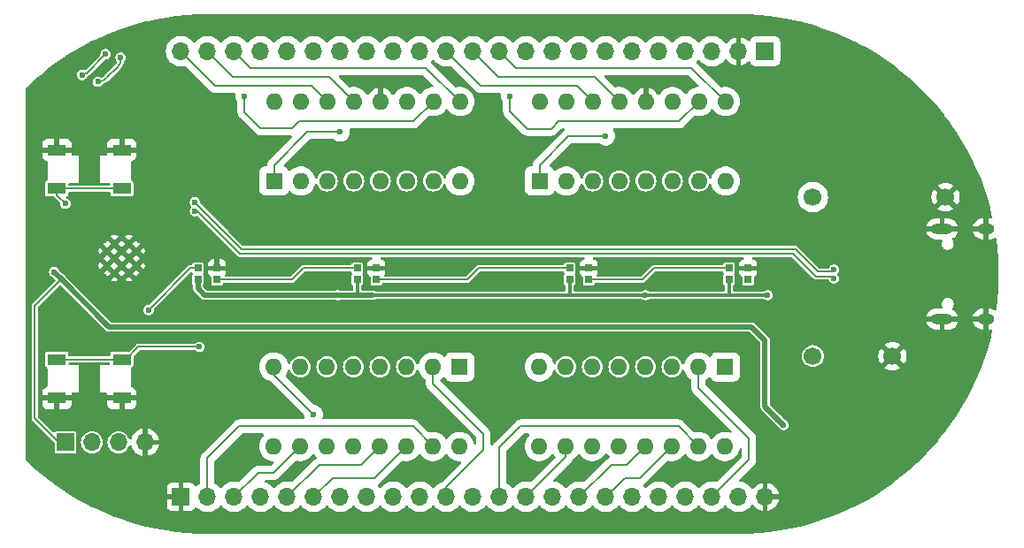
<source format=gbr>
%TF.GenerationSoftware,KiCad,Pcbnew,7.0.5*%
%TF.CreationDate,2023-07-04T20:42:27-04:00*%
%TF.ProjectId,Nixie Clock,4e697869-6520-4436-9c6f-636b2e6b6963,rev?*%
%TF.SameCoordinates,Original*%
%TF.FileFunction,Copper,L1,Top*%
%TF.FilePolarity,Positive*%
%FSLAX46Y46*%
G04 Gerber Fmt 4.6, Leading zero omitted, Abs format (unit mm)*
G04 Created by KiCad (PCBNEW 7.0.5) date 2023-07-04 20:42:27*
%MOMM*%
%LPD*%
G01*
G04 APERTURE LIST*
%TA.AperFunction,ComponentPad*%
%ADD10R,1.600000X1.600000*%
%TD*%
%TA.AperFunction,ComponentPad*%
%ADD11O,1.600000X1.600000*%
%TD*%
%TA.AperFunction,ComponentPad*%
%ADD12C,1.700000*%
%TD*%
%TA.AperFunction,SMDPad,CuDef*%
%ADD13R,0.700000X0.700000*%
%TD*%
%TA.AperFunction,ComponentPad*%
%ADD14R,1.700000X1.700000*%
%TD*%
%TA.AperFunction,ComponentPad*%
%ADD15O,1.700000X1.700000*%
%TD*%
%TA.AperFunction,SMDPad,CuDef*%
%ADD16R,1.800000X1.100000*%
%TD*%
%TA.AperFunction,ComponentPad*%
%ADD17O,1.600000X1.000000*%
%TD*%
%TA.AperFunction,ComponentPad*%
%ADD18O,2.100000X1.000000*%
%TD*%
%TA.AperFunction,HeatsinkPad*%
%ADD19C,0.600000*%
%TD*%
%TA.AperFunction,ViaPad*%
%ADD20C,0.600000*%
%TD*%
%TA.AperFunction,Conductor*%
%ADD21C,0.500000*%
%TD*%
%TA.AperFunction,Conductor*%
%ADD22C,0.350000*%
%TD*%
%TA.AperFunction,Conductor*%
%ADD23C,0.200000*%
%TD*%
%TA.AperFunction,Conductor*%
%ADD24C,0.150000*%
%TD*%
G04 APERTURE END LIST*
D10*
%TO.P,U3,1,~{Q8}*%
%TO.N,3_8*%
X176515000Y-92720000D03*
D11*
%TO.P,U3,2,~{Q9}*%
%TO.N,3_9*%
X173975000Y-92720000D03*
%TO.P,U3,3,A*%
%TO.N,3_A*%
X171435000Y-92720000D03*
%TO.P,U3,4,D*%
%TO.N,3_D*%
X168895000Y-92720000D03*
%TO.P,U3,5,VCC*%
%TO.N,+5V*%
X166355000Y-92720000D03*
%TO.P,U3,6,B*%
%TO.N,3_B*%
X163815000Y-92720000D03*
%TO.P,U3,7,C*%
%TO.N,3_C*%
X161275000Y-92720000D03*
%TO.P,U3,8,~{Q2}*%
%TO.N,3_2*%
X158735000Y-92720000D03*
%TO.P,U3,9,~{Q3}*%
%TO.N,3_3*%
X158735000Y-100340000D03*
%TO.P,U3,10,~{Q7}*%
%TO.N,3_7*%
X161275000Y-100340000D03*
%TO.P,U3,11,~{Q6}*%
%TO.N,3_6*%
X163815000Y-100340000D03*
%TO.P,U3,12,GND*%
%TO.N,GND*%
X166355000Y-100340000D03*
%TO.P,U3,13,~{Q4}*%
%TO.N,3_4*%
X168895000Y-100340000D03*
%TO.P,U3,14,~{Q5}*%
%TO.N,3_5*%
X171435000Y-100340000D03*
%TO.P,U3,15,~{Q1}*%
%TO.N,3_1*%
X173975000Y-100340000D03*
%TO.P,U3,16,~{Q0}*%
%TO.N,3_0*%
X176515000Y-100340000D03*
%TD*%
D12*
%TO.P,U7,1,Vin*%
%TO.N,+5V*%
X210312000Y-91694000D03*
%TO.P,U7,2,Vout*%
%TO.N,+170v*%
X210312000Y-76454000D03*
%TO.P,U7,3,GND*%
%TO.N,GND*%
X223012000Y-76454000D03*
X217932000Y-91694000D03*
%TD*%
D13*
%TO.P,D5,1,DOUT*%
%TO.N,unconnected-(D5-DOUT-Pad1)*%
X204115000Y-84370000D03*
%TO.P,D5,2,VSS*%
%TO.N,GND*%
X204115000Y-83270000D03*
%TO.P,D5,3,DIN*%
%TO.N,Net-(D4-DOUT)*%
X202285000Y-83270000D03*
%TO.P,D5,4,VDD*%
%TO.N,+5V*%
X202285000Y-84370000D03*
%TD*%
D10*
%TO.P,U2,1,~{Q8}*%
%TO.N,2_8*%
X184165000Y-74920000D03*
D11*
%TO.P,U2,2,~{Q9}*%
%TO.N,2_9*%
X186705000Y-74920000D03*
%TO.P,U2,3,A*%
%TO.N,2_A*%
X189245000Y-74920000D03*
%TO.P,U2,4,D*%
%TO.N,2_D*%
X191785000Y-74920000D03*
%TO.P,U2,5,VCC*%
%TO.N,+5V*%
X194325000Y-74920000D03*
%TO.P,U2,6,B*%
%TO.N,2_B*%
X196865000Y-74920000D03*
%TO.P,U2,7,C*%
%TO.N,2_C*%
X199405000Y-74920000D03*
%TO.P,U2,8,~{Q2}*%
%TO.N,2_2*%
X201945000Y-74920000D03*
%TO.P,U2,9,~{Q3}*%
%TO.N,2_3*%
X201945000Y-67300000D03*
%TO.P,U2,10,~{Q7}*%
%TO.N,2_7*%
X199405000Y-67300000D03*
%TO.P,U2,11,~{Q6}*%
%TO.N,2_6*%
X196865000Y-67300000D03*
%TO.P,U2,12,GND*%
%TO.N,GND*%
X194325000Y-67300000D03*
%TO.P,U2,13,~{Q4}*%
%TO.N,2_4*%
X191785000Y-67300000D03*
%TO.P,U2,14,~{Q5}*%
%TO.N,2_5*%
X189245000Y-67300000D03*
%TO.P,U2,15,~{Q1}*%
%TO.N,2_1*%
X186705000Y-67300000D03*
%TO.P,U2,16,~{Q0}*%
%TO.N,2_0*%
X184165000Y-67300000D03*
%TD*%
D14*
%TO.P,J2,1,Pin_1*%
%TO.N,+3V3*%
X138811000Y-99949000D03*
D15*
%TO.P,J2,2,Pin_2*%
%TO.N,TX*%
X141351000Y-99949000D03*
%TO.P,J2,3,Pin_3*%
%TO.N,RX*%
X143891000Y-99949000D03*
%TO.P,J2,4,Pin_4*%
%TO.N,GND*%
X146431000Y-99949000D03*
%TD*%
D10*
%TO.P,U4,1,~{Q8}*%
%TO.N,4_8*%
X201915000Y-92720000D03*
D11*
%TO.P,U4,2,~{Q9}*%
%TO.N,4_9*%
X199375000Y-92720000D03*
%TO.P,U4,3,A*%
%TO.N,4_A*%
X196835000Y-92720000D03*
%TO.P,U4,4,D*%
%TO.N,4_D*%
X194295000Y-92720000D03*
%TO.P,U4,5,VCC*%
%TO.N,+5V*%
X191755000Y-92720000D03*
%TO.P,U4,6,B*%
%TO.N,4_B*%
X189215000Y-92720000D03*
%TO.P,U4,7,C*%
%TO.N,4_C*%
X186675000Y-92720000D03*
%TO.P,U4,8,~{Q2}*%
%TO.N,4_2*%
X184135000Y-92720000D03*
%TO.P,U4,9,~{Q3}*%
%TO.N,4_3*%
X184135000Y-100340000D03*
%TO.P,U4,10,~{Q7}*%
%TO.N,4_7*%
X186675000Y-100340000D03*
%TO.P,U4,11,~{Q6}*%
%TO.N,4_6*%
X189215000Y-100340000D03*
%TO.P,U4,12,GND*%
%TO.N,GND*%
X191755000Y-100340000D03*
%TO.P,U4,13,~{Q4}*%
%TO.N,4_4*%
X194295000Y-100340000D03*
%TO.P,U4,14,~{Q5}*%
%TO.N,4_5*%
X196835000Y-100340000D03*
%TO.P,U4,15,~{Q1}*%
%TO.N,4_1*%
X199375000Y-100340000D03*
%TO.P,U4,16,~{Q0}*%
%TO.N,4_0*%
X201915000Y-100340000D03*
%TD*%
D14*
%TO.P,J4,1,Pin_1*%
%TO.N,GND*%
X149860000Y-105156000D03*
D15*
%TO.P,J4,2,Pin_2*%
%TO.N,3_1*%
X152400000Y-105156000D03*
%TO.P,J4,3,Pin_3*%
%TO.N,3_7*%
X154940000Y-105156000D03*
%TO.P,J4,4,Pin_4*%
%TO.N,3_3*%
X157480000Y-105156000D03*
%TO.P,J4,5,Pin_5*%
%TO.N,3_4*%
X160020000Y-105156000D03*
%TO.P,J4,6,Pin_6*%
%TO.N,3_5*%
X162560000Y-105156000D03*
%TO.P,J4,7,Pin_7*%
%TO.N,3_6*%
X165100000Y-105156000D03*
%TO.P,J4,8,Pin_8*%
%TO.N,3_2*%
X167640000Y-105156000D03*
%TO.P,J4,9,Pin_9*%
%TO.N,LDP*%
X170180000Y-105156000D03*
%TO.P,J4,10,Pin_10*%
%TO.N,3_8*%
X172720000Y-105156000D03*
%TO.P,J4,11,Pin_11*%
%TO.N,3_9*%
X175260000Y-105156000D03*
%TO.P,J4,12,Pin_12*%
%TO.N,3_0*%
X177800000Y-105156000D03*
%TO.P,J4,13,Pin_13*%
%TO.N,4_1*%
X180340000Y-105156000D03*
%TO.P,J4,14,Pin_14*%
%TO.N,4_7*%
X182880000Y-105156000D03*
%TO.P,J4,15,Pin_15*%
%TO.N,4_3*%
X185420000Y-105156000D03*
%TO.P,J4,16,Pin_16*%
%TO.N,4_4*%
X187960000Y-105156000D03*
%TO.P,J4,17,Pin_17*%
%TO.N,4_5*%
X190500000Y-105156000D03*
%TO.P,J4,18,Pin_18*%
%TO.N,4_6*%
X193040000Y-105156000D03*
%TO.P,J4,19,Pin_19*%
%TO.N,4_2*%
X195580000Y-105156000D03*
%TO.P,J4,20,Pin_20*%
%TO.N,4_8*%
X198120000Y-105156000D03*
%TO.P,J4,21,Pin_21*%
%TO.N,4_9*%
X200660000Y-105156000D03*
%TO.P,J4,22,Pin_22*%
%TO.N,4_0*%
X203200000Y-105156000D03*
%TO.P,J4,23,Pin_23*%
%TO.N,GND*%
X205740000Y-105156000D03*
%TD*%
D14*
%TO.P,J3,1,Pin_1*%
%TO.N,+170v*%
X205740000Y-62484000D03*
D15*
%TO.P,J3,2,Pin_2*%
%TO.N,GND*%
X203200000Y-62484000D03*
%TO.P,J3,3,Pin_3*%
%TO.N,RDP*%
X200660000Y-62484000D03*
%TO.P,J3,4,Pin_4*%
%TO.N,2_6*%
X198120000Y-62484000D03*
%TO.P,J3,5,Pin_5*%
%TO.N,2_2*%
X195580000Y-62484000D03*
%TO.P,J3,6,Pin_6*%
%TO.N,2_8*%
X193040000Y-62484000D03*
%TO.P,J3,7,Pin_7*%
%TO.N,2_9*%
X190500000Y-62484000D03*
%TO.P,J3,8,Pin_8*%
%TO.N,2_0*%
X187960000Y-62484000D03*
%TO.P,J3,9,Pin_9*%
%TO.N,2_1*%
X185420000Y-62484000D03*
%TO.P,J3,10,Pin_10*%
%TO.N,2_7*%
X182880000Y-62484000D03*
%TO.P,J3,11,Pin_11*%
%TO.N,2_3*%
X180340000Y-62484000D03*
%TO.P,J3,12,Pin_12*%
%TO.N,2_4*%
X177800000Y-62484000D03*
%TO.P,J3,13,Pin_13*%
%TO.N,2_5*%
X175260000Y-62484000D03*
%TO.P,J3,14,Pin_14*%
%TO.N,1_6*%
X172720000Y-62484000D03*
%TO.P,J3,15,Pin_15*%
%TO.N,1_2*%
X170180000Y-62484000D03*
%TO.P,J3,16,Pin_16*%
%TO.N,1_8*%
X167640000Y-62484000D03*
%TO.P,J3,17,Pin_17*%
%TO.N,1_9*%
X165100000Y-62484000D03*
%TO.P,J3,18,Pin_18*%
%TO.N,1_0*%
X162560000Y-62484000D03*
%TO.P,J3,19,Pin_19*%
%TO.N,1_1*%
X160020000Y-62484000D03*
%TO.P,J3,20,Pin_20*%
%TO.N,1_7*%
X157480000Y-62484000D03*
%TO.P,J3,21,Pin_21*%
%TO.N,1_3*%
X154940000Y-62484000D03*
%TO.P,J3,22,Pin_22*%
%TO.N,1_4*%
X152400000Y-62484000D03*
%TO.P,J3,23,Pin_23*%
%TO.N,1_5*%
X149860000Y-62484000D03*
%TD*%
D16*
%TO.P,SW1,1,1*%
%TO.N,RST*%
X144197000Y-75637000D03*
X137997000Y-75637000D03*
%TO.P,SW1,2,2*%
%TO.N,GND*%
X144197000Y-71937000D03*
X137997000Y-71937000D03*
%TD*%
D13*
%TO.P,D4,1,DOUT*%
%TO.N,Net-(D4-DOUT)*%
X188875000Y-84370000D03*
%TO.P,D4,2,VSS*%
%TO.N,GND*%
X188875000Y-83270000D03*
%TO.P,D4,3,DIN*%
%TO.N,Net-(D3-DOUT)*%
X187045000Y-83270000D03*
%TO.P,D4,4,VDD*%
%TO.N,+5V*%
X187045000Y-84370000D03*
%TD*%
D16*
%TO.P,SW2,1,1*%
%TO.N,Boot*%
X137997000Y-92003000D03*
X144197000Y-92003000D03*
%TO.P,SW2,2,2*%
%TO.N,GND*%
X137997000Y-95703000D03*
X144197000Y-95703000D03*
%TD*%
D13*
%TO.P,D3,1,DOUT*%
%TO.N,Net-(D3-DOUT)*%
X168555000Y-84370000D03*
%TO.P,D3,2,VSS*%
%TO.N,GND*%
X168555000Y-83270000D03*
%TO.P,D3,3,DIN*%
%TO.N,Net-(D2-DOUT)*%
X166725000Y-83270000D03*
%TO.P,D3,4,VDD*%
%TO.N,+5V*%
X166725000Y-84370000D03*
%TD*%
D10*
%TO.P,U1,1,~{Q8}*%
%TO.N,1_8*%
X158765000Y-74920000D03*
D11*
%TO.P,U1,2,~{Q9}*%
%TO.N,1_9*%
X161305000Y-74920000D03*
%TO.P,U1,3,A*%
%TO.N,1_A*%
X163845000Y-74920000D03*
%TO.P,U1,4,D*%
%TO.N,1_D*%
X166385000Y-74920000D03*
%TO.P,U1,5,VCC*%
%TO.N,+5V*%
X168925000Y-74920000D03*
%TO.P,U1,6,B*%
%TO.N,1_B*%
X171465000Y-74920000D03*
%TO.P,U1,7,C*%
%TO.N,1_C*%
X174005000Y-74920000D03*
%TO.P,U1,8,~{Q2}*%
%TO.N,1_2*%
X176545000Y-74920000D03*
%TO.P,U1,9,~{Q3}*%
%TO.N,1_3*%
X176545000Y-67300000D03*
%TO.P,U1,10,~{Q7}*%
%TO.N,1_7*%
X174005000Y-67300000D03*
%TO.P,U1,11,~{Q6}*%
%TO.N,1_6*%
X171465000Y-67300000D03*
%TO.P,U1,12,GND*%
%TO.N,GND*%
X168925000Y-67300000D03*
%TO.P,U1,13,~{Q4}*%
%TO.N,1_4*%
X166385000Y-67300000D03*
%TO.P,U1,14,~{Q5}*%
%TO.N,1_5*%
X163845000Y-67300000D03*
%TO.P,U1,15,~{Q1}*%
%TO.N,1_1*%
X161305000Y-67300000D03*
%TO.P,U1,16,~{Q0}*%
%TO.N,1_0*%
X158765000Y-67300000D03*
%TD*%
D13*
%TO.P,D2,1,DOUT*%
%TO.N,Net-(D2-DOUT)*%
X153315000Y-84370000D03*
%TO.P,D2,2,VSS*%
%TO.N,GND*%
X153315000Y-83270000D03*
%TO.P,D2,3,DIN*%
%TO.N,LED*%
X151485000Y-83270000D03*
%TO.P,D2,4,VDD*%
%TO.N,+5V*%
X151485000Y-84370000D03*
%TD*%
D17*
%TO.P,J1,S1,SHIELD*%
%TO.N,GND*%
X226856000Y-79500000D03*
D18*
X222676000Y-79500000D03*
D17*
X226856000Y-88140000D03*
D18*
X222676000Y-88140000D03*
%TD*%
D19*
%TO.P,U5,41,GND*%
%TO.N,GND*%
X144892000Y-80920000D03*
X143492000Y-80920000D03*
X145592000Y-81620000D03*
X144192000Y-81620000D03*
X142792000Y-81620000D03*
X144892000Y-82320000D03*
X143492000Y-82320000D03*
X145592000Y-83020000D03*
X144192000Y-83020000D03*
X142792000Y-83020000D03*
X144892000Y-83720000D03*
X143492000Y-83720000D03*
%TD*%
D20*
%TO.N,GND*%
X143408400Y-87985600D03*
X155829000Y-78613000D03*
X170815000Y-73025000D03*
X157607000Y-89916000D03*
X136144000Y-100711000D03*
X182753000Y-90551000D03*
X197358000Y-102489000D03*
X200507600Y-84480400D03*
X189611000Y-90424000D03*
X182118000Y-82550000D03*
X165481000Y-87630000D03*
X198628000Y-65659000D03*
X192151000Y-77470000D03*
X156845000Y-100330000D03*
X186563000Y-72771000D03*
X215519000Y-81788000D03*
X181991000Y-102235000D03*
X195707000Y-96393000D03*
X204851000Y-64516000D03*
X196723000Y-90551000D03*
X195072000Y-70485000D03*
X193167000Y-65405000D03*
X185547000Y-90424000D03*
X175006000Y-76581000D03*
X192913000Y-80137000D03*
X155702000Y-82550000D03*
X193040000Y-87249000D03*
X217932000Y-82677000D03*
X167386000Y-73025000D03*
X192786000Y-90043000D03*
X164465000Y-80010000D03*
X143129000Y-63576200D03*
X173736000Y-97917000D03*
X151638000Y-80721200D03*
X211201000Y-82677000D03*
X195707000Y-73025000D03*
X200152000Y-76581000D03*
X186563000Y-97282000D03*
X163957000Y-82550000D03*
X178181000Y-96774000D03*
X156565600Y-70662800D03*
X199136000Y-69723000D03*
X150774400Y-73660000D03*
X201676000Y-98552000D03*
X170815000Y-102616000D03*
X186690000Y-87376000D03*
X145034000Y-97790000D03*
X213741000Y-86741000D03*
X189865000Y-87122000D03*
X140258800Y-87731600D03*
X176530000Y-98425000D03*
X138303000Y-85725000D03*
X138430000Y-97917000D03*
X156718000Y-73660000D03*
X149301200Y-70561200D03*
X184658000Y-77470000D03*
X164719000Y-94615000D03*
X160909000Y-102489000D03*
X179197000Y-92964000D03*
X173355000Y-69723000D03*
X150368000Y-84988400D03*
X141478000Y-97917000D03*
X206121000Y-83312000D03*
X190500000Y-73025000D03*
X184531000Y-71120000D03*
X200914000Y-82550000D03*
X144018000Y-90170000D03*
X166751000Y-80010000D03*
X165100000Y-76327000D03*
X201295000Y-102743000D03*
X159893000Y-97155000D03*
X216408000Y-87376000D03*
X138938000Y-83185000D03*
X163728400Y-73355200D03*
X152654000Y-87503000D03*
X142189200Y-69113400D03*
X146812000Y-94615000D03*
X164084000Y-87630000D03*
X141528800Y-89052400D03*
X193167000Y-82931000D03*
X195961000Y-76962000D03*
X168783000Y-78613000D03*
X190373000Y-82550000D03*
X136779000Y-84582000D03*
X187960000Y-77343000D03*
X141986000Y-86410800D03*
X195199000Y-80645000D03*
X170053000Y-70485000D03*
X169926000Y-82550000D03*
X155829000Y-92837000D03*
X174244000Y-96520000D03*
X191897000Y-85090000D03*
X139700000Y-65633600D03*
X155702000Y-80010000D03*
X195834000Y-87503000D03*
X201676000Y-65151000D03*
X172847000Y-65532000D03*
X181229000Y-97917000D03*
X202311000Y-94996000D03*
X141935200Y-64490600D03*
X206883000Y-69088000D03*
X183007000Y-87884000D03*
X217678000Y-85090000D03*
X152781000Y-90551000D03*
X187833000Y-102616000D03*
X176276000Y-65582800D03*
X165481000Y-78486000D03*
X167767000Y-65405000D03*
X148539200Y-76352400D03*
X195580000Y-84709000D03*
X170307000Y-89789000D03*
%TO.N,+5V*%
X164846000Y-85852000D03*
X205994000Y-85852000D03*
X194310000Y-85852000D03*
%TO.N,D+*%
X151200896Y-77795319D03*
X212320789Y-84245000D03*
%TO.N,D-*%
X212320789Y-83395000D03*
X151200896Y-76945319D03*
%TO.N,1_8*%
X165100000Y-70231000D03*
%TO.N,1_7*%
X155956000Y-66802000D03*
%TO.N,RST*%
X138811000Y-77089000D03*
%TO.N,+3V3*%
X137742000Y-83640000D03*
X207518000Y-98298000D03*
X138430000Y-84328000D03*
X142646400Y-62763400D03*
X207010000Y-97790000D03*
X140411200Y-64744600D03*
%TO.N,Boot*%
X151638000Y-90805000D03*
%TO.N,SDA*%
X144094200Y-63093600D03*
X141909800Y-65405000D03*
%TO.N,LED*%
X146761200Y-87274400D03*
%TO.N,2_8*%
X190500000Y-70612000D03*
%TO.N,2_7*%
X181356000Y-66802000D03*
%TO.N,3_2*%
X162560000Y-97282000D03*
%TD*%
D21*
%TO.N,+5V*%
X151485000Y-84370000D02*
X151485000Y-85191000D01*
D22*
X202285000Y-85699000D02*
X202285000Y-84370000D01*
D21*
X152146000Y-85852000D02*
X168207000Y-85852000D01*
D22*
X202438000Y-85852000D02*
X196850000Y-85852000D01*
X196850000Y-85852000D02*
X194310000Y-85852000D01*
X202438000Y-85852000D02*
X202285000Y-85699000D01*
X187045000Y-85699000D02*
X187045000Y-84370000D01*
X168207000Y-85852000D02*
X166878000Y-85852000D01*
X187198000Y-85852000D02*
X168207000Y-85852000D01*
X166878000Y-85852000D02*
X166725000Y-85699000D01*
X194310000Y-85852000D02*
X187198000Y-85852000D01*
X187198000Y-85852000D02*
X187045000Y-85699000D01*
D21*
X151485000Y-85191000D02*
X152146000Y-85852000D01*
D22*
X205994000Y-85852000D02*
X202438000Y-85852000D01*
X166725000Y-85699000D02*
X166725000Y-84370000D01*
D23*
%TO.N,D+*%
X212120790Y-84045001D02*
X212320789Y-84245000D01*
X151414499Y-77795319D02*
X155505180Y-81886000D01*
X155505180Y-81886000D02*
X208440800Y-81886000D01*
X208440800Y-81886000D02*
X210599801Y-84045001D01*
X210599801Y-84045001D02*
X212120790Y-84045001D01*
X151200896Y-77795319D02*
X151414499Y-77795319D01*
%TO.N,D-*%
X210786199Y-83594999D02*
X212120790Y-83594999D01*
X155691577Y-81436000D02*
X208627200Y-81436000D01*
X212120790Y-83594999D02*
X212320789Y-83395000D01*
X208627200Y-81436000D02*
X210786199Y-83594999D01*
X151200896Y-76945319D02*
X155691577Y-81436000D01*
D24*
%TO.N,1_8*%
X158765000Y-73391000D02*
X158765000Y-74920000D01*
X165100000Y-70231000D02*
X161925000Y-70231000D01*
X161925000Y-70231000D02*
X158765000Y-73391000D01*
%TO.N,1_3*%
X173303800Y-64058800D02*
X176545000Y-67300000D01*
X156489800Y-64058800D02*
X173303800Y-64058800D01*
X154940000Y-62509000D02*
X156489800Y-64058800D01*
%TO.N,1_7*%
X157480000Y-69850000D02*
X155956000Y-68326000D01*
X172090000Y-69215000D02*
X161163000Y-69215000D01*
X160528000Y-69850000D02*
X157480000Y-69850000D01*
X174005000Y-67300000D02*
X172090000Y-69215000D01*
X155956000Y-68326000D02*
X155956000Y-66802000D01*
X161163000Y-69215000D02*
X160528000Y-69850000D01*
%TO.N,1_4*%
X152400000Y-62509000D02*
X154813400Y-64922400D01*
X164007400Y-64922400D02*
X166385000Y-67300000D01*
X154813400Y-64922400D02*
X164007400Y-64922400D01*
%TO.N,1_5*%
X153137000Y-65786000D02*
X149860000Y-62509000D01*
X162331000Y-65786000D02*
X153137000Y-65786000D01*
X163845000Y-67300000D02*
X162331000Y-65786000D01*
D23*
%TO.N,RST*%
X138811000Y-77089000D02*
X137997000Y-76275000D01*
X144197000Y-75637000D02*
X137997000Y-75637000D01*
X137997000Y-76275000D02*
X137997000Y-75637000D01*
%TO.N,+3V3*%
X135890000Y-97663000D02*
X135890000Y-86868000D01*
D21*
X207518000Y-98298000D02*
X207010000Y-97790000D01*
X143002000Y-88900000D02*
X204470000Y-88900000D01*
X205740000Y-96520000D02*
X207010000Y-97790000D01*
X204470000Y-88900000D02*
X205740000Y-90170000D01*
X138379200Y-84277200D02*
X137742000Y-83640000D01*
X205740000Y-90170000D02*
X205740000Y-96520000D01*
D23*
X138176000Y-99949000D02*
X135890000Y-97663000D01*
D21*
X138379200Y-84277200D02*
X143002000Y-88900000D01*
D23*
X135890000Y-86868000D02*
X138430000Y-84328000D01*
X138811000Y-99949000D02*
X138176000Y-99949000D01*
X140844805Y-64564995D02*
X142646400Y-62763400D01*
X140411200Y-64744603D02*
G75*
G03*
X140844805Y-64564995I0J613203D01*
G01*
%TO.N,Boot*%
X144598000Y-92003000D02*
X144197000Y-92003000D01*
X144197000Y-92003000D02*
X137997000Y-92003000D01*
X145796000Y-90805000D02*
X144598000Y-92003000D01*
X151638000Y-90805000D02*
X145796000Y-90805000D01*
%TO.N,SDA*%
X144094200Y-63308069D02*
X144094200Y-63093600D01*
X142733649Y-65063750D02*
X143814800Y-63982600D01*
X143814809Y-63982609D02*
G75*
G03*
X144094200Y-63308069I-674509J674509D01*
G01*
X141909800Y-65404999D02*
G75*
G03*
X142733649Y-65063750I0J1165099D01*
G01*
%TO.N,Net-(D2-DOUT)*%
X160486000Y-84370000D02*
X161586000Y-83270000D01*
X153315000Y-84370000D02*
X160486000Y-84370000D01*
X161586000Y-83270000D02*
X166725000Y-83270000D01*
%TO.N,LED*%
X146761200Y-87274400D02*
X150765600Y-83270000D01*
X150765600Y-83270000D02*
X151485000Y-83270000D01*
%TO.N,Net-(D3-DOUT)*%
X178350000Y-83270000D02*
X187045000Y-83270000D01*
X177250000Y-84370000D02*
X178350000Y-83270000D01*
X168555000Y-84370000D02*
X177250000Y-84370000D01*
D24*
%TO.N,2_8*%
X186944000Y-70612000D02*
X184165000Y-73391000D01*
X190500000Y-70612000D02*
X186944000Y-70612000D01*
X184165000Y-73391000D02*
X184165000Y-74920000D01*
%TO.N,2_3*%
X180340000Y-62509000D02*
X181889800Y-64058800D01*
X198703800Y-64058800D02*
X201945000Y-67300000D01*
X181889800Y-64058800D02*
X198703800Y-64058800D01*
%TO.N,2_7*%
X181356000Y-68224400D02*
X183032400Y-69900800D01*
X197515400Y-69189600D02*
X199405000Y-67300000D01*
X183032400Y-69900800D02*
X185267600Y-69900800D01*
X185267600Y-69900800D02*
X185978800Y-69189600D01*
X181356000Y-66802000D02*
X181356000Y-68224400D01*
X185978800Y-69189600D02*
X197515400Y-69189600D01*
%TO.N,2_4*%
X180213400Y-64922400D02*
X189407400Y-64922400D01*
X189407400Y-64922400D02*
X191785000Y-67300000D01*
X177800000Y-62509000D02*
X180213400Y-64922400D01*
%TO.N,2_5*%
X175260000Y-62509000D02*
X178537000Y-65786000D01*
X178537000Y-65786000D02*
X187731000Y-65786000D01*
X187731000Y-65786000D02*
X189245000Y-67300000D01*
%TO.N,3_9*%
X173975000Y-94346000D02*
X173975000Y-92720000D01*
X178816000Y-100711000D02*
X178816000Y-99187000D01*
X175260000Y-105181000D02*
X175260000Y-104267000D01*
X178816000Y-99187000D02*
X173975000Y-94346000D01*
X175260000Y-104267000D02*
X178816000Y-100711000D01*
%TO.N,3_2*%
X158735000Y-93457000D02*
X158735000Y-92720000D01*
X162560000Y-97282000D02*
X158735000Y-93457000D01*
%TO.N,3_7*%
X158745000Y-102870000D02*
X161275000Y-100340000D01*
X157251000Y-102870000D02*
X158745000Y-102870000D01*
X154940000Y-105181000D02*
X157251000Y-102870000D01*
%TO.N,3_4*%
X160020000Y-105181000D02*
X163093000Y-102108000D01*
X163093000Y-102108000D02*
X167127000Y-102108000D01*
X167127000Y-102108000D02*
X168895000Y-100340000D01*
%TO.N,3_5*%
X162560000Y-105181000D02*
X164363000Y-103378000D01*
X168397000Y-103378000D02*
X171435000Y-100340000D01*
X164363000Y-103378000D02*
X168397000Y-103378000D01*
%TO.N,3_1*%
X173975000Y-100340000D02*
X172060000Y-98425000D01*
X155448000Y-98425000D02*
X152400000Y-101473000D01*
X172060000Y-98425000D02*
X155448000Y-98425000D01*
X152400000Y-101473000D02*
X152400000Y-105181000D01*
%TO.N,4_9*%
X204216000Y-99568000D02*
X199375000Y-94727000D01*
X199375000Y-94727000D02*
X199375000Y-92720000D01*
X204216000Y-101625000D02*
X204216000Y-99568000D01*
X200660000Y-105181000D02*
X204216000Y-101625000D01*
%TO.N,4_7*%
X182880000Y-105181000D02*
X186675000Y-101386000D01*
X186675000Y-101386000D02*
X186675000Y-100340000D01*
%TO.N,4_4*%
X191033000Y-102108000D02*
X192527000Y-102108000D01*
X187960000Y-105181000D02*
X191033000Y-102108000D01*
X192527000Y-102108000D02*
X194295000Y-100340000D01*
%TO.N,4_5*%
X193797000Y-103378000D02*
X196835000Y-100340000D01*
X190500000Y-105181000D02*
X190514660Y-105181000D01*
X192317660Y-103378000D02*
X193797000Y-103378000D01*
X190514660Y-105181000D02*
X192317660Y-103378000D01*
%TO.N,4_1*%
X182372000Y-98425000D02*
X197460000Y-98425000D01*
X180340000Y-105181000D02*
X180340000Y-100457000D01*
X180340000Y-100457000D02*
X182372000Y-98425000D01*
X197460000Y-98425000D02*
X199375000Y-100340000D01*
D23*
%TO.N,Net-(D4-DOUT)*%
X188875000Y-84370000D02*
X194014000Y-84370000D01*
X195114000Y-83270000D02*
X202285000Y-83270000D01*
X194014000Y-84370000D02*
X195114000Y-83270000D01*
%TD*%
%TA.AperFunction,Conductor*%
%TO.N,GND*%
G36*
X157756820Y-99120185D02*
G01*
X157802575Y-99172989D01*
X157812519Y-99242147D01*
X157783494Y-99305703D01*
X157781032Y-99308458D01*
X157728467Y-99365561D01*
X157626016Y-99476852D01*
X157499075Y-99671151D01*
X157405842Y-99883699D01*
X157348866Y-100108691D01*
X157348864Y-100108702D01*
X157329700Y-100339993D01*
X157329700Y-100340006D01*
X157348864Y-100571297D01*
X157348866Y-100571308D01*
X157405842Y-100796300D01*
X157499075Y-101008848D01*
X157626016Y-101203147D01*
X157626018Y-101203149D01*
X157626021Y-101203153D01*
X157783216Y-101373913D01*
X157783219Y-101373915D01*
X157783222Y-101373918D01*
X157966365Y-101516464D01*
X157966371Y-101516468D01*
X157966374Y-101516470D01*
X158170497Y-101626936D01*
X158284487Y-101666068D01*
X158390015Y-101702297D01*
X158390017Y-101702297D01*
X158390019Y-101702298D01*
X158618951Y-101740500D01*
X158618952Y-101740500D01*
X158619836Y-101740500D01*
X158620186Y-101740602D01*
X158624062Y-101740924D01*
X158623995Y-101741721D01*
X158686875Y-101760185D01*
X158732630Y-101812989D01*
X158742574Y-101882147D01*
X158713549Y-101945703D01*
X158707517Y-101952181D01*
X158501518Y-102158181D01*
X158440195Y-102191666D01*
X158413837Y-102194500D01*
X157273289Y-102194500D01*
X157269544Y-102194387D01*
X157209916Y-102190780D01*
X157209913Y-102190780D01*
X157151155Y-102201548D01*
X157147453Y-102202111D01*
X157088154Y-102209312D01*
X157079383Y-102212638D01*
X157057777Y-102218660D01*
X157054675Y-102219229D01*
X157048560Y-102220350D01*
X156994075Y-102244869D01*
X156990618Y-102246301D01*
X156934774Y-102267481D01*
X156934770Y-102267484D01*
X156927056Y-102272808D01*
X156907525Y-102283824D01*
X156898970Y-102287674D01*
X156851943Y-102324517D01*
X156848928Y-102326736D01*
X156799772Y-102360667D01*
X156799769Y-102360670D01*
X156760164Y-102405373D01*
X156757597Y-102408100D01*
X155443845Y-103721852D01*
X155382522Y-103755337D01*
X155315902Y-103751453D01*
X155297296Y-103745065D01*
X155099756Y-103712102D01*
X155060192Y-103705500D01*
X154819808Y-103705500D01*
X154778782Y-103712346D01*
X154582699Y-103745066D01*
X154355347Y-103823116D01*
X154355342Y-103823118D01*
X154143930Y-103937529D01*
X154143924Y-103937533D01*
X153954242Y-104085169D01*
X153954239Y-104085172D01*
X153954236Y-104085174D01*
X153954236Y-104085175D01*
X153924119Y-104117891D01*
X153791430Y-104262029D01*
X153791429Y-104262031D01*
X153773807Y-104289003D01*
X153720660Y-104334358D01*
X153651429Y-104343780D01*
X153588093Y-104314277D01*
X153566193Y-104289003D01*
X153563525Y-104284920D01*
X153548571Y-104262031D01*
X153385764Y-104085175D01*
X153196067Y-103937528D01*
X153196066Y-103937527D01*
X153196063Y-103937525D01*
X153196061Y-103937524D01*
X153140481Y-103907445D01*
X153090891Y-103858225D01*
X153075500Y-103798391D01*
X153075500Y-101804163D01*
X153095185Y-101737124D01*
X153111819Y-101716482D01*
X155691482Y-99136819D01*
X155752805Y-99103334D01*
X155779163Y-99100500D01*
X157689781Y-99100500D01*
X157756820Y-99120185D01*
G37*
%TD.AperFunction*%
%TA.AperFunction,Conductor*%
G36*
X162626904Y-101090304D02*
G01*
X162648807Y-101115581D01*
X162706021Y-101203153D01*
X162748955Y-101249792D01*
X162807391Y-101313271D01*
X162838313Y-101375925D01*
X162830453Y-101445351D01*
X162786305Y-101499507D01*
X162779419Y-101503655D01*
X162769056Y-101510808D01*
X162749525Y-101521824D01*
X162740971Y-101525674D01*
X162740970Y-101525674D01*
X162693932Y-101562525D01*
X162690917Y-101564744D01*
X162641771Y-101598667D01*
X162641769Y-101598669D01*
X162602172Y-101643364D01*
X162599605Y-101646091D01*
X160523845Y-103721852D01*
X160462522Y-103755337D01*
X160395902Y-103751453D01*
X160377296Y-103745065D01*
X160179756Y-103712102D01*
X160140192Y-103705500D01*
X159899808Y-103705500D01*
X159858782Y-103712346D01*
X159662699Y-103745066D01*
X159435347Y-103823116D01*
X159435342Y-103823118D01*
X159223930Y-103937529D01*
X159223924Y-103937533D01*
X159034242Y-104085169D01*
X159034239Y-104085172D01*
X159034236Y-104085174D01*
X159034236Y-104085175D01*
X159004119Y-104117891D01*
X158871430Y-104262029D01*
X158871429Y-104262031D01*
X158853807Y-104289003D01*
X158800660Y-104334358D01*
X158731429Y-104343780D01*
X158668093Y-104314277D01*
X158646193Y-104289003D01*
X158643525Y-104284920D01*
X158628571Y-104262031D01*
X158465764Y-104085175D01*
X158465759Y-104085171D01*
X158465757Y-104085169D01*
X158276075Y-103937533D01*
X158276069Y-103937529D01*
X158064657Y-103823118D01*
X158064652Y-103823116D01*
X157958810Y-103786781D01*
X157901795Y-103746396D01*
X157875664Y-103681596D01*
X157888715Y-103612956D01*
X157936804Y-103562269D01*
X157999073Y-103545500D01*
X158722722Y-103545500D01*
X158726466Y-103545613D01*
X158786082Y-103549219D01*
X158786082Y-103549218D01*
X158786085Y-103549219D01*
X158822327Y-103542577D01*
X158844836Y-103538453D01*
X158848540Y-103537889D01*
X158869888Y-103535296D01*
X158907845Y-103530688D01*
X158916605Y-103527365D01*
X158938221Y-103521338D01*
X158947439Y-103519650D01*
X159001916Y-103495132D01*
X159005358Y-103493705D01*
X159061226Y-103472518D01*
X159068933Y-103467197D01*
X159088480Y-103456172D01*
X159097028Y-103452326D01*
X159144066Y-103415472D01*
X159147059Y-103413269D01*
X159196229Y-103379332D01*
X159235852Y-103334605D01*
X159238386Y-103331913D01*
X160831739Y-101738561D01*
X160893060Y-101705078D01*
X160939828Y-101703935D01*
X161015019Y-101716482D01*
X161158951Y-101740500D01*
X161158952Y-101740500D01*
X161391048Y-101740500D01*
X161391049Y-101740500D01*
X161619981Y-101702298D01*
X161839503Y-101626936D01*
X162043626Y-101516470D01*
X162057744Y-101505482D01*
X162123078Y-101454630D01*
X162226784Y-101373913D01*
X162383979Y-101203153D01*
X162441191Y-101115582D01*
X162494337Y-101070226D01*
X162563568Y-101060802D01*
X162626904Y-101090304D01*
G37*
%TD.AperFunction*%
%TA.AperFunction,Conductor*%
G36*
X175326903Y-101090303D02*
G01*
X175348808Y-101115582D01*
X175406017Y-101203148D01*
X175406021Y-101203153D01*
X175563216Y-101373913D01*
X175563219Y-101373915D01*
X175563222Y-101373918D01*
X175746365Y-101516464D01*
X175746371Y-101516468D01*
X175746374Y-101516470D01*
X175950497Y-101626936D01*
X176064487Y-101666068D01*
X176170015Y-101702297D01*
X176170017Y-101702297D01*
X176170019Y-101702298D01*
X176398951Y-101740500D01*
X176398952Y-101740500D01*
X176531835Y-101740500D01*
X176598874Y-101760185D01*
X176644629Y-101812989D01*
X176654573Y-101882147D01*
X176625548Y-101945703D01*
X176619516Y-101952181D01*
X174807152Y-103764545D01*
X174759736Y-103794145D01*
X174675344Y-103823117D01*
X174675342Y-103823118D01*
X174463930Y-103937529D01*
X174463924Y-103937533D01*
X174274242Y-104085169D01*
X174274239Y-104085172D01*
X174274236Y-104085174D01*
X174274236Y-104085175D01*
X174244119Y-104117891D01*
X174111430Y-104262029D01*
X174111429Y-104262031D01*
X174093807Y-104289003D01*
X174040660Y-104334358D01*
X173971429Y-104343780D01*
X173908093Y-104314277D01*
X173886193Y-104289003D01*
X173883525Y-104284920D01*
X173868571Y-104262031D01*
X173705764Y-104085175D01*
X173705759Y-104085171D01*
X173705757Y-104085169D01*
X173516075Y-103937533D01*
X173516069Y-103937529D01*
X173304657Y-103823118D01*
X173304652Y-103823116D01*
X173077300Y-103745066D01*
X172899468Y-103715391D01*
X172840192Y-103705500D01*
X172599808Y-103705500D01*
X172558782Y-103712346D01*
X172362699Y-103745066D01*
X172135347Y-103823116D01*
X172135342Y-103823118D01*
X171923930Y-103937529D01*
X171923924Y-103937533D01*
X171734242Y-104085169D01*
X171734239Y-104085172D01*
X171734236Y-104085174D01*
X171734236Y-104085175D01*
X171704119Y-104117891D01*
X171571430Y-104262029D01*
X171571429Y-104262031D01*
X171553807Y-104289003D01*
X171500660Y-104334358D01*
X171431429Y-104343780D01*
X171368093Y-104314277D01*
X171346193Y-104289003D01*
X171343525Y-104284920D01*
X171328571Y-104262031D01*
X171165764Y-104085175D01*
X171165759Y-104085171D01*
X171165757Y-104085169D01*
X170976075Y-103937533D01*
X170976069Y-103937529D01*
X170764657Y-103823118D01*
X170764652Y-103823116D01*
X170537300Y-103745066D01*
X170359468Y-103715391D01*
X170300192Y-103705500D01*
X170059808Y-103705500D01*
X170018782Y-103712346D01*
X169822699Y-103745066D01*
X169595347Y-103823116D01*
X169595342Y-103823118D01*
X169383930Y-103937529D01*
X169383924Y-103937533D01*
X169194242Y-104085169D01*
X169194239Y-104085172D01*
X169194236Y-104085174D01*
X169194236Y-104085175D01*
X169164119Y-104117891D01*
X169031430Y-104262029D01*
X169031429Y-104262031D01*
X169013807Y-104289003D01*
X168960660Y-104334358D01*
X168891429Y-104343780D01*
X168828093Y-104314277D01*
X168806193Y-104289003D01*
X168803525Y-104284920D01*
X168788571Y-104262031D01*
X168697474Y-104163073D01*
X168666552Y-104100418D01*
X168674412Y-104030992D01*
X168718282Y-103977027D01*
X168719534Y-103976163D01*
X168720957Y-103975182D01*
X168740480Y-103964172D01*
X168749028Y-103960326D01*
X168796066Y-103923472D01*
X168799059Y-103921269D01*
X168848229Y-103887332D01*
X168887852Y-103842605D01*
X168890386Y-103839913D01*
X170991738Y-101738561D01*
X171053059Y-101705078D01*
X171099826Y-101703935D01*
X171318951Y-101740500D01*
X171551048Y-101740500D01*
X171551049Y-101740500D01*
X171779981Y-101702298D01*
X171999503Y-101626936D01*
X172203626Y-101516470D01*
X172217744Y-101505482D01*
X172283078Y-101454630D01*
X172386784Y-101373913D01*
X172543979Y-101203153D01*
X172601191Y-101115582D01*
X172654337Y-101070226D01*
X172723568Y-101060802D01*
X172786904Y-101090304D01*
X172808807Y-101115581D01*
X172820379Y-101133292D01*
X172866016Y-101203147D01*
X172866018Y-101203149D01*
X172866021Y-101203153D01*
X173023216Y-101373913D01*
X173023219Y-101373915D01*
X173023222Y-101373918D01*
X173206365Y-101516464D01*
X173206371Y-101516468D01*
X173206374Y-101516470D01*
X173410497Y-101626936D01*
X173524487Y-101666068D01*
X173630015Y-101702297D01*
X173630017Y-101702297D01*
X173630019Y-101702298D01*
X173858951Y-101740500D01*
X173858952Y-101740500D01*
X174091048Y-101740500D01*
X174091049Y-101740500D01*
X174319981Y-101702298D01*
X174539503Y-101626936D01*
X174743626Y-101516470D01*
X174757744Y-101505482D01*
X174823078Y-101454630D01*
X174926784Y-101373913D01*
X175083979Y-101203153D01*
X175141192Y-101115580D01*
X175194335Y-101070226D01*
X175263566Y-101060802D01*
X175326903Y-101090303D01*
G37*
%TD.AperFunction*%
%TA.AperFunction,Conductor*%
G36*
X183156820Y-99120185D02*
G01*
X183202575Y-99172989D01*
X183212519Y-99242147D01*
X183183494Y-99305703D01*
X183181032Y-99308458D01*
X183128467Y-99365561D01*
X183026016Y-99476852D01*
X182899075Y-99671151D01*
X182805842Y-99883699D01*
X182748866Y-100108691D01*
X182748864Y-100108702D01*
X182729700Y-100339993D01*
X182729700Y-100340006D01*
X182748864Y-100571297D01*
X182748866Y-100571308D01*
X182805842Y-100796300D01*
X182899075Y-101008848D01*
X183026016Y-101203147D01*
X183026018Y-101203149D01*
X183026021Y-101203153D01*
X183183216Y-101373913D01*
X183183219Y-101373915D01*
X183183222Y-101373918D01*
X183366365Y-101516464D01*
X183366371Y-101516468D01*
X183366374Y-101516470D01*
X183570497Y-101626936D01*
X183684487Y-101666068D01*
X183790015Y-101702297D01*
X183790017Y-101702297D01*
X183790019Y-101702298D01*
X184018951Y-101740500D01*
X184018952Y-101740500D01*
X184251048Y-101740500D01*
X184251049Y-101740500D01*
X184479981Y-101702298D01*
X184699503Y-101626936D01*
X184903626Y-101516470D01*
X184917744Y-101505482D01*
X184983078Y-101454630D01*
X185086784Y-101373913D01*
X185243979Y-101203153D01*
X185301191Y-101115582D01*
X185354337Y-101070226D01*
X185423568Y-101060802D01*
X185486904Y-101090304D01*
X185508807Y-101115581D01*
X185566021Y-101203153D01*
X185608955Y-101249792D01*
X185646742Y-101290840D01*
X185677664Y-101353494D01*
X185669804Y-101422920D01*
X185643193Y-101462503D01*
X183383845Y-103721852D01*
X183322522Y-103755337D01*
X183255902Y-103751453D01*
X183237296Y-103745065D01*
X183039756Y-103712102D01*
X183000192Y-103705500D01*
X182759808Y-103705500D01*
X182718782Y-103712346D01*
X182522699Y-103745066D01*
X182295347Y-103823116D01*
X182295342Y-103823118D01*
X182083930Y-103937529D01*
X182083924Y-103937533D01*
X181894242Y-104085169D01*
X181894239Y-104085172D01*
X181894236Y-104085174D01*
X181894236Y-104085175D01*
X181864119Y-104117891D01*
X181731430Y-104262029D01*
X181731429Y-104262031D01*
X181713807Y-104289003D01*
X181660660Y-104334358D01*
X181591429Y-104343780D01*
X181528093Y-104314277D01*
X181506193Y-104289003D01*
X181503525Y-104284920D01*
X181488571Y-104262031D01*
X181325764Y-104085175D01*
X181136067Y-103937528D01*
X181136066Y-103937527D01*
X181136063Y-103937525D01*
X181136061Y-103937524D01*
X181080481Y-103907445D01*
X181030891Y-103858225D01*
X181015500Y-103798391D01*
X181015500Y-100788163D01*
X181035185Y-100721124D01*
X181051819Y-100700482D01*
X182615482Y-99136819D01*
X182676805Y-99103334D01*
X182703163Y-99100500D01*
X183089781Y-99100500D01*
X183156820Y-99120185D01*
G37*
%TD.AperFunction*%
%TA.AperFunction,Conductor*%
G36*
X190625875Y-101000041D02*
G01*
X190645545Y-101022017D01*
X190755338Y-101178816D01*
X190844430Y-101267908D01*
X190877915Y-101329231D01*
X190872931Y-101398923D01*
X190831059Y-101454856D01*
X190807636Y-101468666D01*
X190776076Y-101482869D01*
X190772619Y-101484301D01*
X190716774Y-101505482D01*
X190716770Y-101505484D01*
X190709056Y-101510808D01*
X190689525Y-101521824D01*
X190680971Y-101525674D01*
X190680970Y-101525674D01*
X190633932Y-101562525D01*
X190630917Y-101564744D01*
X190581771Y-101598667D01*
X190581769Y-101598669D01*
X190542172Y-101643364D01*
X190539605Y-101646091D01*
X188463845Y-103721852D01*
X188402522Y-103755337D01*
X188335902Y-103751453D01*
X188317296Y-103745065D01*
X188119757Y-103712102D01*
X188080192Y-103705500D01*
X187839808Y-103705500D01*
X187798782Y-103712346D01*
X187602699Y-103745066D01*
X187375347Y-103823116D01*
X187375342Y-103823118D01*
X187163930Y-103937529D01*
X187163924Y-103937533D01*
X186974242Y-104085169D01*
X186974239Y-104085172D01*
X186974236Y-104085174D01*
X186974236Y-104085175D01*
X186944119Y-104117891D01*
X186811430Y-104262029D01*
X186811429Y-104262031D01*
X186793807Y-104289003D01*
X186740660Y-104334358D01*
X186671429Y-104343780D01*
X186608093Y-104314277D01*
X186586193Y-104289003D01*
X186583525Y-104284920D01*
X186568571Y-104262031D01*
X186405764Y-104085175D01*
X186405759Y-104085171D01*
X186405757Y-104085169D01*
X186216075Y-103937533D01*
X186216069Y-103937529D01*
X186004657Y-103823118D01*
X186004652Y-103823116D01*
X185777300Y-103745066D01*
X185650768Y-103723951D01*
X185581215Y-103712345D01*
X185518331Y-103681895D01*
X185481892Y-103622281D01*
X185483467Y-103552429D01*
X185513943Y-103502358D01*
X187136922Y-101879378D01*
X187139614Y-101876844D01*
X187184332Y-101837229D01*
X187218276Y-101788049D01*
X187220478Y-101785057D01*
X187257325Y-101738028D01*
X187261169Y-101729485D01*
X187272197Y-101709932D01*
X187277518Y-101702226D01*
X187298723Y-101646311D01*
X187300119Y-101642942D01*
X187311963Y-101616625D01*
X187357426Y-101563575D01*
X187365991Y-101558483D01*
X187443626Y-101516470D01*
X187626784Y-101373913D01*
X187783979Y-101203153D01*
X187841191Y-101115582D01*
X187894337Y-101070226D01*
X187963568Y-101060802D01*
X188026904Y-101090304D01*
X188048807Y-101115581D01*
X188060379Y-101133292D01*
X188106016Y-101203147D01*
X188106018Y-101203149D01*
X188106021Y-101203153D01*
X188263216Y-101373913D01*
X188263219Y-101373915D01*
X188263222Y-101373918D01*
X188446365Y-101516464D01*
X188446371Y-101516468D01*
X188446374Y-101516470D01*
X188650497Y-101626936D01*
X188764487Y-101666068D01*
X188870015Y-101702297D01*
X188870017Y-101702297D01*
X188870019Y-101702298D01*
X189098951Y-101740500D01*
X189098952Y-101740500D01*
X189331048Y-101740500D01*
X189331049Y-101740500D01*
X189559981Y-101702298D01*
X189779503Y-101626936D01*
X189983626Y-101516470D01*
X189997744Y-101505482D01*
X190063078Y-101454630D01*
X190166784Y-101373913D01*
X190323979Y-101203153D01*
X190440164Y-101025318D01*
X190493308Y-100979963D01*
X190562539Y-100970539D01*
X190625875Y-101000041D01*
G37*
%TD.AperFunction*%
%TA.AperFunction,Conductor*%
G36*
X203463738Y-100506208D02*
G01*
X203518223Y-100549947D01*
X203540412Y-100616200D01*
X203540500Y-100620858D01*
X203540499Y-101293836D01*
X203520814Y-101360876D01*
X203504180Y-101381517D01*
X201163845Y-103721852D01*
X201102522Y-103755337D01*
X201035902Y-103751453D01*
X201017296Y-103745065D01*
X200819756Y-103712102D01*
X200780192Y-103705500D01*
X200539808Y-103705500D01*
X200498782Y-103712346D01*
X200302699Y-103745066D01*
X200075347Y-103823116D01*
X200075342Y-103823118D01*
X199863930Y-103937529D01*
X199863924Y-103937533D01*
X199674242Y-104085169D01*
X199674239Y-104085172D01*
X199674236Y-104085174D01*
X199674236Y-104085175D01*
X199644119Y-104117891D01*
X199511430Y-104262029D01*
X199511429Y-104262031D01*
X199493807Y-104289003D01*
X199440660Y-104334358D01*
X199371429Y-104343780D01*
X199308093Y-104314277D01*
X199286193Y-104289003D01*
X199283525Y-104284920D01*
X199268571Y-104262031D01*
X199105764Y-104085175D01*
X199105759Y-104085171D01*
X199105757Y-104085169D01*
X198916075Y-103937533D01*
X198916069Y-103937529D01*
X198704657Y-103823118D01*
X198704652Y-103823116D01*
X198477300Y-103745066D01*
X198299468Y-103715391D01*
X198240192Y-103705500D01*
X197999808Y-103705500D01*
X197958782Y-103712346D01*
X197762699Y-103745066D01*
X197535347Y-103823116D01*
X197535342Y-103823118D01*
X197323930Y-103937529D01*
X197323924Y-103937533D01*
X197134242Y-104085169D01*
X197134239Y-104085172D01*
X197134236Y-104085174D01*
X197134236Y-104085175D01*
X197104119Y-104117891D01*
X196971427Y-104262033D01*
X196953806Y-104289003D01*
X196900658Y-104334359D01*
X196831427Y-104343780D01*
X196768092Y-104314277D01*
X196746191Y-104289001D01*
X196728571Y-104262031D01*
X196565764Y-104085175D01*
X196565759Y-104085171D01*
X196565757Y-104085169D01*
X196376075Y-103937533D01*
X196376069Y-103937529D01*
X196164657Y-103823118D01*
X196164652Y-103823116D01*
X195937300Y-103745066D01*
X195759468Y-103715391D01*
X195700192Y-103705500D01*
X195459808Y-103705500D01*
X195418782Y-103712346D01*
X195222699Y-103745066D01*
X194995347Y-103823116D01*
X194995342Y-103823118D01*
X194783930Y-103937529D01*
X194783924Y-103937533D01*
X194594242Y-104085169D01*
X194594239Y-104085172D01*
X194594236Y-104085174D01*
X194594236Y-104085175D01*
X194564119Y-104117891D01*
X194431427Y-104262033D01*
X194413806Y-104289003D01*
X194360658Y-104334359D01*
X194291427Y-104343780D01*
X194228092Y-104314277D01*
X194206191Y-104289001D01*
X194188571Y-104262031D01*
X194097474Y-104163073D01*
X194066552Y-104100418D01*
X194074412Y-104030992D01*
X194118282Y-103977027D01*
X194119534Y-103976163D01*
X194120957Y-103975182D01*
X194140480Y-103964172D01*
X194149028Y-103960326D01*
X194196066Y-103923472D01*
X194199059Y-103921269D01*
X194248229Y-103887332D01*
X194287852Y-103842605D01*
X194290386Y-103839913D01*
X196391738Y-101738561D01*
X196453059Y-101705078D01*
X196499826Y-101703935D01*
X196718951Y-101740500D01*
X196951048Y-101740500D01*
X196951049Y-101740500D01*
X197179981Y-101702298D01*
X197399503Y-101626936D01*
X197603626Y-101516470D01*
X197617744Y-101505482D01*
X197683078Y-101454630D01*
X197786784Y-101373913D01*
X197943979Y-101203153D01*
X198001191Y-101115582D01*
X198054337Y-101070226D01*
X198123568Y-101060802D01*
X198186904Y-101090304D01*
X198208807Y-101115581D01*
X198220379Y-101133292D01*
X198266016Y-101203147D01*
X198266018Y-101203149D01*
X198266021Y-101203153D01*
X198423216Y-101373913D01*
X198423219Y-101373915D01*
X198423222Y-101373918D01*
X198606365Y-101516464D01*
X198606371Y-101516468D01*
X198606374Y-101516470D01*
X198810497Y-101626936D01*
X198924487Y-101666068D01*
X199030015Y-101702297D01*
X199030017Y-101702297D01*
X199030019Y-101702298D01*
X199258951Y-101740500D01*
X199258952Y-101740500D01*
X199491048Y-101740500D01*
X199491049Y-101740500D01*
X199719981Y-101702298D01*
X199939503Y-101626936D01*
X200143626Y-101516470D01*
X200157744Y-101505482D01*
X200223078Y-101454630D01*
X200326784Y-101373913D01*
X200483979Y-101203153D01*
X200541191Y-101115582D01*
X200594337Y-101070226D01*
X200663568Y-101060802D01*
X200726904Y-101090304D01*
X200748807Y-101115581D01*
X200760379Y-101133292D01*
X200806016Y-101203147D01*
X200806018Y-101203149D01*
X200806021Y-101203153D01*
X200963216Y-101373913D01*
X200963219Y-101373915D01*
X200963222Y-101373918D01*
X201146365Y-101516464D01*
X201146371Y-101516468D01*
X201146374Y-101516470D01*
X201350497Y-101626936D01*
X201464487Y-101666068D01*
X201570015Y-101702297D01*
X201570017Y-101702297D01*
X201570019Y-101702298D01*
X201798951Y-101740500D01*
X201798952Y-101740500D01*
X202031048Y-101740500D01*
X202031049Y-101740500D01*
X202259981Y-101702298D01*
X202479503Y-101626936D01*
X202683626Y-101516470D01*
X202697744Y-101505482D01*
X202763078Y-101454630D01*
X202866784Y-101373913D01*
X203023979Y-101203153D01*
X203150924Y-101008849D01*
X203244157Y-100796300D01*
X203296293Y-100590418D01*
X203331834Y-100530262D01*
X203394254Y-100498870D01*
X203463738Y-100506208D01*
G37*
%TD.AperFunction*%
%TA.AperFunction,Conductor*%
G36*
X173039676Y-64753985D02*
G01*
X173060318Y-64770619D01*
X173977518Y-65687819D01*
X174011003Y-65749142D01*
X174006019Y-65818834D01*
X173964147Y-65874767D01*
X173898683Y-65899184D01*
X173889837Y-65899500D01*
X173888951Y-65899500D01*
X173853001Y-65905499D01*
X173660015Y-65937702D01*
X173440504Y-66013061D01*
X173440495Y-66013064D01*
X173236371Y-66123531D01*
X173236365Y-66123535D01*
X173053222Y-66266081D01*
X173053219Y-66266084D01*
X172896016Y-66436852D01*
X172838809Y-66524416D01*
X172785662Y-66569773D01*
X172716431Y-66579197D01*
X172653095Y-66549695D01*
X172631191Y-66524416D01*
X172573983Y-66436852D01*
X172573980Y-66436849D01*
X172573979Y-66436847D01*
X172416784Y-66266087D01*
X172416779Y-66266083D01*
X172416777Y-66266081D01*
X172233634Y-66123535D01*
X172233628Y-66123531D01*
X172029504Y-66013064D01*
X172029495Y-66013061D01*
X171809984Y-65937702D01*
X171616999Y-65905499D01*
X171581049Y-65899500D01*
X171348951Y-65899500D01*
X171313001Y-65905499D01*
X171120015Y-65937702D01*
X170900504Y-66013061D01*
X170900495Y-66013064D01*
X170696371Y-66123531D01*
X170696365Y-66123535D01*
X170513222Y-66266081D01*
X170513219Y-66266084D01*
X170356018Y-66436850D01*
X170239837Y-66614680D01*
X170186690Y-66660036D01*
X170117459Y-66669460D01*
X170054123Y-66639958D01*
X170034453Y-66617982D01*
X169924657Y-66461179D01*
X169763820Y-66300342D01*
X169577482Y-66169865D01*
X169371328Y-66073734D01*
X169175000Y-66021127D01*
X169175000Y-66984314D01*
X169163045Y-66972359D01*
X169050148Y-66914835D01*
X168956481Y-66900000D01*
X168893519Y-66900000D01*
X168799852Y-66914835D01*
X168686955Y-66972359D01*
X168675000Y-66984314D01*
X168675000Y-66021127D01*
X168478671Y-66073734D01*
X168272517Y-66169865D01*
X168086179Y-66300342D01*
X167925338Y-66461183D01*
X167815545Y-66617982D01*
X167760968Y-66661607D01*
X167691469Y-66668799D01*
X167629115Y-66637276D01*
X167610162Y-66614679D01*
X167493983Y-66436852D01*
X167493980Y-66436849D01*
X167493979Y-66436847D01*
X167336784Y-66266087D01*
X167336779Y-66266083D01*
X167336777Y-66266081D01*
X167153634Y-66123535D01*
X167153628Y-66123531D01*
X166949504Y-66013064D01*
X166949495Y-66013061D01*
X166729984Y-65937702D01*
X166536999Y-65905499D01*
X166501049Y-65899500D01*
X166268951Y-65899500D01*
X166049827Y-65936064D01*
X165980462Y-65927682D01*
X165941737Y-65901436D01*
X164986282Y-64945981D01*
X164952797Y-64884658D01*
X164957781Y-64814966D01*
X164999653Y-64759033D01*
X165065117Y-64734616D01*
X165073963Y-64734300D01*
X172972637Y-64734300D01*
X173039676Y-64753985D01*
G37*
%TD.AperFunction*%
%TA.AperFunction,Conductor*%
G36*
X198439676Y-64753985D02*
G01*
X198460318Y-64770619D01*
X199377518Y-65687819D01*
X199411003Y-65749142D01*
X199406019Y-65818834D01*
X199364147Y-65874767D01*
X199298683Y-65899184D01*
X199289837Y-65899500D01*
X199288951Y-65899500D01*
X199253001Y-65905499D01*
X199060015Y-65937702D01*
X198840504Y-66013061D01*
X198840495Y-66013064D01*
X198636371Y-66123531D01*
X198636365Y-66123535D01*
X198453222Y-66266081D01*
X198453219Y-66266084D01*
X198296016Y-66436852D01*
X198238809Y-66524416D01*
X198185662Y-66569773D01*
X198116431Y-66579197D01*
X198053095Y-66549695D01*
X198031191Y-66524416D01*
X197973983Y-66436852D01*
X197973980Y-66436849D01*
X197973979Y-66436847D01*
X197816784Y-66266087D01*
X197816779Y-66266083D01*
X197816777Y-66266081D01*
X197633634Y-66123535D01*
X197633628Y-66123531D01*
X197429504Y-66013064D01*
X197429495Y-66013061D01*
X197209984Y-65937702D01*
X197016999Y-65905499D01*
X196981049Y-65899500D01*
X196748951Y-65899500D01*
X196713001Y-65905499D01*
X196520015Y-65937702D01*
X196300504Y-66013061D01*
X196300495Y-66013064D01*
X196096371Y-66123531D01*
X196096365Y-66123535D01*
X195913222Y-66266081D01*
X195913219Y-66266084D01*
X195756018Y-66436850D01*
X195639837Y-66614680D01*
X195586690Y-66660036D01*
X195517459Y-66669460D01*
X195454123Y-66639958D01*
X195434453Y-66617982D01*
X195324657Y-66461179D01*
X195163820Y-66300342D01*
X194977482Y-66169865D01*
X194771328Y-66073734D01*
X194575000Y-66021127D01*
X194575000Y-66984314D01*
X194563045Y-66972359D01*
X194450148Y-66914835D01*
X194356481Y-66900000D01*
X194293519Y-66900000D01*
X194199852Y-66914835D01*
X194086955Y-66972359D01*
X194075000Y-66984314D01*
X194075000Y-66021127D01*
X193878671Y-66073734D01*
X193672517Y-66169865D01*
X193486179Y-66300342D01*
X193325338Y-66461183D01*
X193215545Y-66617982D01*
X193160968Y-66661607D01*
X193091469Y-66668799D01*
X193029115Y-66637276D01*
X193010162Y-66614679D01*
X192893983Y-66436852D01*
X192893980Y-66436849D01*
X192893979Y-66436847D01*
X192736784Y-66266087D01*
X192736779Y-66266083D01*
X192736777Y-66266081D01*
X192553634Y-66123535D01*
X192553628Y-66123531D01*
X192349504Y-66013064D01*
X192349495Y-66013061D01*
X192129984Y-65937702D01*
X191936999Y-65905499D01*
X191901049Y-65899500D01*
X191668951Y-65899500D01*
X191449827Y-65936064D01*
X191380462Y-65927682D01*
X191341737Y-65901436D01*
X190386282Y-64945981D01*
X190352797Y-64884658D01*
X190357781Y-64814966D01*
X190399653Y-64759033D01*
X190465117Y-64734616D01*
X190473963Y-64734300D01*
X198372637Y-64734300D01*
X198439676Y-64753985D01*
G37*
%TD.AperFunction*%
%TA.AperFunction,Conductor*%
G36*
X204188756Y-58940162D02*
G01*
X204191073Y-58940255D01*
X205177078Y-58999139D01*
X205179460Y-58999329D01*
X206162276Y-59097362D01*
X206164682Y-59097650D01*
X207142833Y-59234680D01*
X207145240Y-59235066D01*
X208117129Y-59410868D01*
X208119526Y-59411351D01*
X208523184Y-59501073D01*
X209083664Y-59625654D01*
X209086022Y-59626226D01*
X210040898Y-59878697D01*
X210043216Y-59879359D01*
X210878265Y-60136071D01*
X210987311Y-60169595D01*
X210989622Y-60170356D01*
X211921416Y-60497890D01*
X211923671Y-60498732D01*
X212647004Y-60785786D01*
X212841722Y-60863060D01*
X212843995Y-60864015D01*
X213746766Y-61264522D01*
X213748989Y-61265561D01*
X214635171Y-61701665D01*
X214637350Y-61702791D01*
X214800440Y-61791272D01*
X215505477Y-62173774D01*
X215507621Y-62174993D01*
X216356333Y-62680115D01*
X216358393Y-62681395D01*
X217186402Y-63219891D01*
X217188394Y-63221245D01*
X217994318Y-63792218D01*
X217996248Y-63793643D01*
X218282153Y-64013779D01*
X218778843Y-64396213D01*
X218780766Y-64397755D01*
X219529085Y-65022857D01*
X219538744Y-65030925D01*
X219540604Y-65032543D01*
X220272816Y-65695354D01*
X220274593Y-65697027D01*
X220979930Y-66388475D01*
X220981590Y-66390169D01*
X221369558Y-66801999D01*
X221658847Y-67109081D01*
X221660502Y-67110909D01*
X221933811Y-67425174D01*
X222308640Y-67856172D01*
X222310204Y-67858045D01*
X222899258Y-68592408D01*
X222928190Y-68628476D01*
X222929671Y-68630399D01*
X223369164Y-69225300D01*
X223516551Y-69424804D01*
X223517976Y-69426816D01*
X224072790Y-70243900D01*
X224074135Y-70245967D01*
X224596024Y-71084460D01*
X224597285Y-71086578D01*
X225085436Y-71945172D01*
X225086612Y-71947339D01*
X225540233Y-72824645D01*
X225541322Y-72826857D01*
X225959702Y-73721494D01*
X225960702Y-73723748D01*
X226343191Y-74634331D01*
X226344101Y-74636623D01*
X226690088Y-75561696D01*
X226690906Y-75564022D01*
X226999835Y-76502101D01*
X227000560Y-76504458D01*
X227271957Y-77454098D01*
X227272582Y-77456461D01*
X227325123Y-77672466D01*
X227494292Y-78367963D01*
X227491010Y-78437756D01*
X227450515Y-78494694D01*
X227385666Y-78520701D01*
X227348845Y-78518732D01*
X227257692Y-78500000D01*
X227106000Y-78500000D01*
X227106000Y-79200000D01*
X226606000Y-79200000D01*
X226606000Y-78500000D01*
X226505287Y-78500000D01*
X226353661Y-78515418D01*
X226159618Y-78576299D01*
X226159608Y-78576304D01*
X225981784Y-78675005D01*
X225981783Y-78675005D01*
X225827469Y-78807478D01*
X225827468Y-78807479D01*
X225702981Y-78968304D01*
X225613411Y-79150906D01*
X225587754Y-79250000D01*
X226389889Y-79250000D01*
X226350390Y-79274457D01*
X226282799Y-79363962D01*
X226252105Y-79471840D01*
X226262454Y-79583521D01*
X226312448Y-79683922D01*
X226384931Y-79750000D01*
X225582634Y-79750000D01*
X225582931Y-79751946D01*
X225582933Y-79751952D01*
X225653562Y-79942657D01*
X225653565Y-79942664D01*
X225761149Y-80115267D01*
X225901264Y-80262668D01*
X225901266Y-80262669D01*
X226068195Y-80378856D01*
X226255092Y-80459059D01*
X226454310Y-80500000D01*
X226606000Y-80500000D01*
X226606000Y-79800000D01*
X227106000Y-79800000D01*
X227106000Y-80500000D01*
X227206713Y-80500000D01*
X227358338Y-80484581D01*
X227552381Y-80423700D01*
X227552391Y-80423695D01*
X227684798Y-80350203D01*
X227752966Y-80334880D01*
X227818598Y-80358843D01*
X227860855Y-80414486D01*
X227868095Y-80443864D01*
X227976403Y-81347414D01*
X227976648Y-81349867D01*
X228055116Y-82334382D01*
X228055263Y-82336843D01*
X228094529Y-83323711D01*
X228094578Y-83326176D01*
X228094578Y-84313823D01*
X228094529Y-84316288D01*
X228055263Y-85303156D01*
X228055116Y-85305617D01*
X227976648Y-86290132D01*
X227976403Y-86292585D01*
X227868194Y-87195309D01*
X227840670Y-87259529D01*
X227782796Y-87298674D01*
X227712945Y-87300316D01*
X227674238Y-87282326D01*
X227643804Y-87261143D01*
X227456907Y-87180940D01*
X227257690Y-87140000D01*
X227106000Y-87140000D01*
X227106000Y-87840000D01*
X226606000Y-87840000D01*
X226606000Y-87140000D01*
X226505287Y-87140000D01*
X226353661Y-87155418D01*
X226159618Y-87216299D01*
X226159608Y-87216304D01*
X225981784Y-87315005D01*
X225981783Y-87315005D01*
X225827469Y-87447478D01*
X225827468Y-87447479D01*
X225702981Y-87608304D01*
X225613411Y-87790906D01*
X225587754Y-87890000D01*
X226389889Y-87890000D01*
X226350390Y-87914457D01*
X226282799Y-88003962D01*
X226252105Y-88111840D01*
X226262454Y-88223521D01*
X226312448Y-88323922D01*
X226384931Y-88390000D01*
X225582634Y-88390000D01*
X225582931Y-88391946D01*
X225582933Y-88391952D01*
X225653562Y-88582657D01*
X225653565Y-88582664D01*
X225761149Y-88755267D01*
X225901264Y-88902668D01*
X225901266Y-88902669D01*
X226068195Y-89018856D01*
X226255092Y-89099059D01*
X226454310Y-89140000D01*
X226606000Y-89140000D01*
X226606000Y-88440000D01*
X227106000Y-88440000D01*
X227106000Y-89140000D01*
X227206713Y-89140000D01*
X227360034Y-89124408D01*
X227428721Y-89137209D01*
X227479583Y-89185113D01*
X227496472Y-89252911D01*
X227493066Y-89277079D01*
X227367286Y-89794190D01*
X227280020Y-90152965D01*
X227272588Y-90183518D01*
X227271957Y-90185901D01*
X227000560Y-91135541D01*
X226999835Y-91137898D01*
X226690906Y-92075977D01*
X226690088Y-92078303D01*
X226344101Y-93003376D01*
X226343191Y-93005668D01*
X225960702Y-93916251D01*
X225959702Y-93918505D01*
X225541322Y-94813142D01*
X225540233Y-94815354D01*
X225086612Y-95692660D01*
X225085436Y-95694827D01*
X224597285Y-96553421D01*
X224596024Y-96555539D01*
X224074135Y-97394032D01*
X224072790Y-97396099D01*
X223517976Y-98213183D01*
X223516551Y-98215195D01*
X223253419Y-98571373D01*
X222948171Y-98984560D01*
X222929694Y-99009570D01*
X222928190Y-99011523D01*
X222310208Y-99781949D01*
X222308627Y-99783842D01*
X221660502Y-100529090D01*
X221658847Y-100530918D01*
X221229093Y-100987105D01*
X221001579Y-101228613D01*
X220981627Y-101249792D01*
X220979905Y-101251548D01*
X220936769Y-101293836D01*
X220274611Y-101942955D01*
X220272816Y-101944645D01*
X219540604Y-102607456D01*
X219538744Y-102609074D01*
X218780766Y-103242244D01*
X218778843Y-103243786D01*
X217996271Y-103846339D01*
X217994287Y-103847804D01*
X217188414Y-104418741D01*
X217186375Y-104420126D01*
X216358427Y-104958582D01*
X216356333Y-104959884D01*
X215507621Y-105465006D01*
X215505477Y-105466225D01*
X214637361Y-105937202D01*
X214635171Y-105938334D01*
X213748989Y-106374438D01*
X213746756Y-106375482D01*
X212843995Y-106775984D01*
X212841722Y-106776939D01*
X211923706Y-107141253D01*
X211921397Y-107142116D01*
X210989653Y-107469633D01*
X210987311Y-107470404D01*
X210043241Y-107760633D01*
X210040870Y-107761310D01*
X209086060Y-108013763D01*
X209083664Y-108014345D01*
X208119540Y-108228645D01*
X208117123Y-108229132D01*
X207145243Y-108404932D01*
X207142808Y-108405323D01*
X206164719Y-108542344D01*
X206162271Y-108542637D01*
X205179475Y-108640668D01*
X205177028Y-108640863D01*
X204191124Y-108699741D01*
X204188706Y-108699838D01*
X203200000Y-108719500D01*
X152400000Y-108719500D01*
X151411291Y-108699838D01*
X151408877Y-108699742D01*
X150422967Y-108640862D01*
X150420524Y-108640668D01*
X149437728Y-108542637D01*
X149435280Y-108542344D01*
X148457191Y-108405323D01*
X148454756Y-108404932D01*
X147482876Y-108229132D01*
X147480459Y-108228645D01*
X146516335Y-108014345D01*
X146513939Y-108013763D01*
X145559129Y-107761310D01*
X145556758Y-107760633D01*
X144612688Y-107470404D01*
X144610346Y-107469633D01*
X143678602Y-107142116D01*
X143676301Y-107141256D01*
X143495757Y-107069607D01*
X142758277Y-106776939D01*
X142756004Y-106775984D01*
X141853243Y-106375482D01*
X141851010Y-106374438D01*
X141199549Y-106053844D01*
X148510000Y-106053844D01*
X148516401Y-106113372D01*
X148516403Y-106113379D01*
X148566645Y-106248086D01*
X148566649Y-106248093D01*
X148652809Y-106363187D01*
X148652812Y-106363190D01*
X148767906Y-106449350D01*
X148767913Y-106449354D01*
X148902620Y-106499596D01*
X148902627Y-106499598D01*
X148962155Y-106505999D01*
X148962172Y-106506000D01*
X149610000Y-106506000D01*
X149610000Y-105591501D01*
X149717685Y-105640680D01*
X149824237Y-105656000D01*
X149895763Y-105656000D01*
X150002315Y-105640680D01*
X150110000Y-105591501D01*
X150110000Y-106506000D01*
X150757828Y-106506000D01*
X150757844Y-106505999D01*
X150817372Y-106499598D01*
X150817379Y-106499596D01*
X150952086Y-106449354D01*
X150952093Y-106449350D01*
X151067187Y-106363190D01*
X151067190Y-106363187D01*
X151153350Y-106248093D01*
X151153353Y-106248088D01*
X151163624Y-106220550D01*
X151205495Y-106164615D01*
X151270959Y-106140197D01*
X151339232Y-106155048D01*
X151371036Y-106179898D01*
X151414232Y-106226821D01*
X151414242Y-106226830D01*
X151603924Y-106374466D01*
X151603930Y-106374470D01*
X151603933Y-106374472D01*
X151815344Y-106488882D01*
X151815347Y-106488883D01*
X152042699Y-106566933D01*
X152042701Y-106566933D01*
X152042703Y-106566934D01*
X152279808Y-106606500D01*
X152279809Y-106606500D01*
X152520191Y-106606500D01*
X152520192Y-106606500D01*
X152757297Y-106566934D01*
X152984656Y-106488882D01*
X153196067Y-106374472D01*
X153385764Y-106226825D01*
X153548571Y-106049969D01*
X153566193Y-106022995D01*
X153619337Y-105977641D01*
X153688568Y-105968217D01*
X153751904Y-105997718D01*
X153773804Y-106022992D01*
X153791429Y-106049969D01*
X153954236Y-106226825D01*
X153954239Y-106226827D01*
X153954242Y-106226830D01*
X154143924Y-106374466D01*
X154143930Y-106374470D01*
X154143933Y-106374472D01*
X154355344Y-106488882D01*
X154355347Y-106488883D01*
X154582699Y-106566933D01*
X154582701Y-106566933D01*
X154582703Y-106566934D01*
X154819808Y-106606500D01*
X154819809Y-106606500D01*
X155060191Y-106606500D01*
X155060192Y-106606500D01*
X155297297Y-106566934D01*
X155524656Y-106488882D01*
X155736067Y-106374472D01*
X155925764Y-106226825D01*
X156088571Y-106049969D01*
X156106193Y-106022995D01*
X156159337Y-105977641D01*
X156228568Y-105968217D01*
X156291904Y-105997718D01*
X156313804Y-106022992D01*
X156331429Y-106049969D01*
X156494236Y-106226825D01*
X156494239Y-106226827D01*
X156494242Y-106226830D01*
X156683924Y-106374466D01*
X156683930Y-106374470D01*
X156683933Y-106374472D01*
X156895344Y-106488882D01*
X156895347Y-106488883D01*
X157122699Y-106566933D01*
X157122701Y-106566933D01*
X157122703Y-106566934D01*
X157359808Y-106606500D01*
X157359809Y-106606500D01*
X157600191Y-106606500D01*
X157600192Y-106606500D01*
X157837297Y-106566934D01*
X158064656Y-106488882D01*
X158276067Y-106374472D01*
X158465764Y-106226825D01*
X158628571Y-106049969D01*
X158646193Y-106022995D01*
X158699337Y-105977641D01*
X158768568Y-105968217D01*
X158831904Y-105997718D01*
X158853804Y-106022992D01*
X158871429Y-106049969D01*
X159034236Y-106226825D01*
X159034239Y-106226827D01*
X159034242Y-106226830D01*
X159223924Y-106374466D01*
X159223930Y-106374470D01*
X159223933Y-106374472D01*
X159435344Y-106488882D01*
X159435347Y-106488883D01*
X159662699Y-106566933D01*
X159662701Y-106566933D01*
X159662703Y-106566934D01*
X159899808Y-106606500D01*
X159899809Y-106606500D01*
X160140191Y-106606500D01*
X160140192Y-106606500D01*
X160377297Y-106566934D01*
X160604656Y-106488882D01*
X160816067Y-106374472D01*
X161005764Y-106226825D01*
X161168571Y-106049969D01*
X161186193Y-106022995D01*
X161239337Y-105977641D01*
X161308568Y-105968217D01*
X161371904Y-105997718D01*
X161393804Y-106022992D01*
X161411429Y-106049969D01*
X161574236Y-106226825D01*
X161574239Y-106226827D01*
X161574242Y-106226830D01*
X161763924Y-106374466D01*
X161763930Y-106374470D01*
X161763933Y-106374472D01*
X161975344Y-106488882D01*
X161975347Y-106488883D01*
X162202699Y-106566933D01*
X162202701Y-106566933D01*
X162202703Y-106566934D01*
X162439808Y-106606500D01*
X162439809Y-106606500D01*
X162680191Y-106606500D01*
X162680192Y-106606500D01*
X162917297Y-106566934D01*
X163144656Y-106488882D01*
X163356067Y-106374472D01*
X163545764Y-106226825D01*
X163708571Y-106049969D01*
X163726193Y-106022995D01*
X163779337Y-105977641D01*
X163848568Y-105968217D01*
X163911904Y-105997718D01*
X163933804Y-106022992D01*
X163951429Y-106049969D01*
X164114236Y-106226825D01*
X164114239Y-106226827D01*
X164114242Y-106226830D01*
X164303924Y-106374466D01*
X164303930Y-106374470D01*
X164303933Y-106374472D01*
X164515344Y-106488882D01*
X164515347Y-106488883D01*
X164742699Y-106566933D01*
X164742701Y-106566933D01*
X164742703Y-106566934D01*
X164979808Y-106606500D01*
X164979809Y-106606500D01*
X165220191Y-106606500D01*
X165220192Y-106606500D01*
X165457297Y-106566934D01*
X165684656Y-106488882D01*
X165896067Y-106374472D01*
X166085764Y-106226825D01*
X166248571Y-106049969D01*
X166266193Y-106022995D01*
X166319337Y-105977641D01*
X166388568Y-105968217D01*
X166451904Y-105997718D01*
X166473804Y-106022992D01*
X166491429Y-106049969D01*
X166654236Y-106226825D01*
X166654239Y-106226827D01*
X166654242Y-106226830D01*
X166843924Y-106374466D01*
X166843930Y-106374470D01*
X166843933Y-106374472D01*
X167055344Y-106488882D01*
X167055347Y-106488883D01*
X167282699Y-106566933D01*
X167282701Y-106566933D01*
X167282703Y-106566934D01*
X167519808Y-106606500D01*
X167519809Y-106606500D01*
X167760191Y-106606500D01*
X167760192Y-106606500D01*
X167997297Y-106566934D01*
X168224656Y-106488882D01*
X168436067Y-106374472D01*
X168625764Y-106226825D01*
X168788571Y-106049969D01*
X168806193Y-106022995D01*
X168859337Y-105977641D01*
X168928568Y-105968217D01*
X168991904Y-105997718D01*
X169013804Y-106022992D01*
X169031429Y-106049969D01*
X169194236Y-106226825D01*
X169194239Y-106226827D01*
X169194242Y-106226830D01*
X169383924Y-106374466D01*
X169383930Y-106374470D01*
X169383933Y-106374472D01*
X169595344Y-106488882D01*
X169595347Y-106488883D01*
X169822699Y-106566933D01*
X169822701Y-106566933D01*
X169822703Y-106566934D01*
X170059808Y-106606500D01*
X170059809Y-106606500D01*
X170300191Y-106606500D01*
X170300192Y-106606500D01*
X170537297Y-106566934D01*
X170764656Y-106488882D01*
X170976067Y-106374472D01*
X171165764Y-106226825D01*
X171328571Y-106049969D01*
X171346193Y-106022995D01*
X171399337Y-105977641D01*
X171468568Y-105968217D01*
X171531904Y-105997718D01*
X171553804Y-106022992D01*
X171571429Y-106049969D01*
X171734236Y-106226825D01*
X171734239Y-106226827D01*
X171734242Y-106226830D01*
X171923924Y-106374466D01*
X171923930Y-106374470D01*
X171923933Y-106374472D01*
X172135344Y-106488882D01*
X172135347Y-106488883D01*
X172362699Y-106566933D01*
X172362701Y-106566933D01*
X172362703Y-106566934D01*
X172599808Y-106606500D01*
X172599809Y-106606500D01*
X172840191Y-106606500D01*
X172840192Y-106606500D01*
X173077297Y-106566934D01*
X173304656Y-106488882D01*
X173516067Y-106374472D01*
X173705764Y-106226825D01*
X173868571Y-106049969D01*
X173886193Y-106022995D01*
X173939337Y-105977641D01*
X174008568Y-105968217D01*
X174071904Y-105997718D01*
X174093804Y-106022992D01*
X174111429Y-106049969D01*
X174274236Y-106226825D01*
X174274239Y-106226827D01*
X174274242Y-106226830D01*
X174463924Y-106374466D01*
X174463930Y-106374470D01*
X174463933Y-106374472D01*
X174675344Y-106488882D01*
X174675347Y-106488883D01*
X174902699Y-106566933D01*
X174902701Y-106566933D01*
X174902703Y-106566934D01*
X175139808Y-106606500D01*
X175139809Y-106606500D01*
X175380191Y-106606500D01*
X175380192Y-106606500D01*
X175617297Y-106566934D01*
X175844656Y-106488882D01*
X176056067Y-106374472D01*
X176245764Y-106226825D01*
X176408571Y-106049969D01*
X176426193Y-106022995D01*
X176479337Y-105977641D01*
X176548568Y-105968217D01*
X176611904Y-105997718D01*
X176633804Y-106022992D01*
X176651429Y-106049969D01*
X176814236Y-106226825D01*
X176814239Y-106226827D01*
X176814242Y-106226830D01*
X177003924Y-106374466D01*
X177003930Y-106374470D01*
X177003933Y-106374472D01*
X177215344Y-106488882D01*
X177215347Y-106488883D01*
X177442699Y-106566933D01*
X177442701Y-106566933D01*
X177442703Y-106566934D01*
X177679808Y-106606500D01*
X177679809Y-106606500D01*
X177920191Y-106606500D01*
X177920192Y-106606500D01*
X178157297Y-106566934D01*
X178384656Y-106488882D01*
X178596067Y-106374472D01*
X178785764Y-106226825D01*
X178948571Y-106049969D01*
X178966193Y-106022995D01*
X179019337Y-105977641D01*
X179088568Y-105968217D01*
X179151904Y-105997718D01*
X179173804Y-106022992D01*
X179191429Y-106049969D01*
X179354236Y-106226825D01*
X179354239Y-106226827D01*
X179354242Y-106226830D01*
X179543924Y-106374466D01*
X179543930Y-106374470D01*
X179543933Y-106374472D01*
X179755344Y-106488882D01*
X179755347Y-106488883D01*
X179982699Y-106566933D01*
X179982701Y-106566933D01*
X179982703Y-106566934D01*
X180219808Y-106606500D01*
X180219809Y-106606500D01*
X180460191Y-106606500D01*
X180460192Y-106606500D01*
X180697297Y-106566934D01*
X180924656Y-106488882D01*
X181136067Y-106374472D01*
X181325764Y-106226825D01*
X181488571Y-106049969D01*
X181506193Y-106022995D01*
X181559337Y-105977641D01*
X181628568Y-105968217D01*
X181691904Y-105997718D01*
X181713804Y-106022992D01*
X181731429Y-106049969D01*
X181894236Y-106226825D01*
X181894239Y-106226827D01*
X181894242Y-106226830D01*
X182083924Y-106374466D01*
X182083930Y-106374470D01*
X182083933Y-106374472D01*
X182295344Y-106488882D01*
X182295347Y-106488883D01*
X182522699Y-106566933D01*
X182522701Y-106566933D01*
X182522703Y-106566934D01*
X182759808Y-106606500D01*
X182759809Y-106606500D01*
X183000191Y-106606500D01*
X183000192Y-106606500D01*
X183237297Y-106566934D01*
X183464656Y-106488882D01*
X183676067Y-106374472D01*
X183865764Y-106226825D01*
X184028571Y-106049969D01*
X184046193Y-106022995D01*
X184099337Y-105977641D01*
X184168568Y-105968217D01*
X184231904Y-105997718D01*
X184253804Y-106022992D01*
X184271429Y-106049969D01*
X184434236Y-106226825D01*
X184434239Y-106226827D01*
X184434242Y-106226830D01*
X184623924Y-106374466D01*
X184623930Y-106374470D01*
X184623933Y-106374472D01*
X184835344Y-106488882D01*
X184835347Y-106488883D01*
X185062699Y-106566933D01*
X185062701Y-106566933D01*
X185062703Y-106566934D01*
X185299808Y-106606500D01*
X185299809Y-106606500D01*
X185540191Y-106606500D01*
X185540192Y-106606500D01*
X185777297Y-106566934D01*
X186004656Y-106488882D01*
X186216067Y-106374472D01*
X186405764Y-106226825D01*
X186568571Y-106049969D01*
X186586193Y-106022995D01*
X186639337Y-105977641D01*
X186708568Y-105968217D01*
X186771904Y-105997718D01*
X186793804Y-106022992D01*
X186811429Y-106049969D01*
X186974236Y-106226825D01*
X186974239Y-106226827D01*
X186974242Y-106226830D01*
X187163924Y-106374466D01*
X187163930Y-106374470D01*
X187163933Y-106374472D01*
X187375344Y-106488882D01*
X187375347Y-106488883D01*
X187602699Y-106566933D01*
X187602701Y-106566933D01*
X187602703Y-106566934D01*
X187839808Y-106606500D01*
X187839809Y-106606500D01*
X188080191Y-106606500D01*
X188080192Y-106606500D01*
X188317297Y-106566934D01*
X188544656Y-106488882D01*
X188756067Y-106374472D01*
X188945764Y-106226825D01*
X189108571Y-106049969D01*
X189126193Y-106022995D01*
X189179337Y-105977641D01*
X189248568Y-105968217D01*
X189311904Y-105997718D01*
X189333804Y-106022992D01*
X189351429Y-106049969D01*
X189514236Y-106226825D01*
X189514239Y-106226827D01*
X189514242Y-106226830D01*
X189703924Y-106374466D01*
X189703930Y-106374470D01*
X189703933Y-106374472D01*
X189915344Y-106488882D01*
X189915347Y-106488883D01*
X190142699Y-106566933D01*
X190142701Y-106566933D01*
X190142703Y-106566934D01*
X190379808Y-106606500D01*
X190379809Y-106606500D01*
X190620191Y-106606500D01*
X190620192Y-106606500D01*
X190857297Y-106566934D01*
X191084656Y-106488882D01*
X191296067Y-106374472D01*
X191485764Y-106226825D01*
X191648571Y-106049969D01*
X191666191Y-106022998D01*
X191719336Y-105977643D01*
X191788567Y-105968218D01*
X191851903Y-105997719D01*
X191873806Y-106022996D01*
X191891429Y-106049969D01*
X192054236Y-106226825D01*
X192054239Y-106226827D01*
X192054242Y-106226830D01*
X192243924Y-106374466D01*
X192243930Y-106374470D01*
X192243933Y-106374472D01*
X192455344Y-106488882D01*
X192455347Y-106488883D01*
X192682699Y-106566933D01*
X192682701Y-106566933D01*
X192682703Y-106566934D01*
X192919808Y-106606500D01*
X192919809Y-106606500D01*
X193160191Y-106606500D01*
X193160192Y-106606500D01*
X193397297Y-106566934D01*
X193624656Y-106488882D01*
X193836067Y-106374472D01*
X194025764Y-106226825D01*
X194188571Y-106049969D01*
X194206191Y-106022998D01*
X194259336Y-105977643D01*
X194328567Y-105968218D01*
X194391903Y-105997719D01*
X194413806Y-106022996D01*
X194431429Y-106049969D01*
X194594236Y-106226825D01*
X194594239Y-106226827D01*
X194594242Y-106226830D01*
X194783924Y-106374466D01*
X194783930Y-106374470D01*
X194783933Y-106374472D01*
X194995344Y-106488882D01*
X194995347Y-106488883D01*
X195222699Y-106566933D01*
X195222701Y-106566933D01*
X195222703Y-106566934D01*
X195459808Y-106606500D01*
X195459809Y-106606500D01*
X195700191Y-106606500D01*
X195700192Y-106606500D01*
X195937297Y-106566934D01*
X196164656Y-106488882D01*
X196376067Y-106374472D01*
X196565764Y-106226825D01*
X196728571Y-106049969D01*
X196746191Y-106022998D01*
X196799336Y-105977643D01*
X196868567Y-105968218D01*
X196931903Y-105997719D01*
X196953806Y-106022996D01*
X196971429Y-106049969D01*
X197134236Y-106226825D01*
X197134239Y-106226827D01*
X197134242Y-106226830D01*
X197323924Y-106374466D01*
X197323930Y-106374470D01*
X197323933Y-106374472D01*
X197535344Y-106488882D01*
X197535347Y-106488883D01*
X197762699Y-106566933D01*
X197762701Y-106566933D01*
X197762703Y-106566934D01*
X197999808Y-106606500D01*
X197999809Y-106606500D01*
X198240191Y-106606500D01*
X198240192Y-106606500D01*
X198477297Y-106566934D01*
X198704656Y-106488882D01*
X198916067Y-106374472D01*
X199105764Y-106226825D01*
X199268571Y-106049969D01*
X199286192Y-106022996D01*
X199339333Y-105977642D01*
X199408564Y-105968217D01*
X199471901Y-105997716D01*
X199493805Y-106022993D01*
X199511429Y-106049969D01*
X199674236Y-106226825D01*
X199674239Y-106226827D01*
X199674242Y-106226830D01*
X199863924Y-106374466D01*
X199863930Y-106374470D01*
X199863933Y-106374472D01*
X200075344Y-106488882D01*
X200075347Y-106488883D01*
X200302699Y-106566933D01*
X200302701Y-106566933D01*
X200302703Y-106566934D01*
X200539808Y-106606500D01*
X200539809Y-106606500D01*
X200780191Y-106606500D01*
X200780192Y-106606500D01*
X201017297Y-106566934D01*
X201244656Y-106488882D01*
X201456067Y-106374472D01*
X201645764Y-106226825D01*
X201808571Y-106049969D01*
X201826193Y-106022995D01*
X201879337Y-105977641D01*
X201948568Y-105968217D01*
X202011904Y-105997718D01*
X202033804Y-106022992D01*
X202051429Y-106049969D01*
X202214236Y-106226825D01*
X202214239Y-106226827D01*
X202214242Y-106226830D01*
X202403924Y-106374466D01*
X202403930Y-106374470D01*
X202403933Y-106374472D01*
X202615344Y-106488882D01*
X202615347Y-106488883D01*
X202842699Y-106566933D01*
X202842701Y-106566933D01*
X202842703Y-106566934D01*
X203079808Y-106606500D01*
X203079809Y-106606500D01*
X203320191Y-106606500D01*
X203320192Y-106606500D01*
X203557297Y-106566934D01*
X203784656Y-106488882D01*
X203996067Y-106374472D01*
X204185764Y-106226825D01*
X204348571Y-106049969D01*
X204426599Y-105930537D01*
X204479744Y-105885183D01*
X204548975Y-105875759D01*
X204612311Y-105905261D01*
X204631980Y-105927237D01*
X204701890Y-106027078D01*
X204868917Y-106194105D01*
X205062421Y-106329600D01*
X205276507Y-106429429D01*
X205276516Y-106429433D01*
X205490000Y-106486634D01*
X205490000Y-105591501D01*
X205597685Y-105640680D01*
X205704237Y-105656000D01*
X205775763Y-105656000D01*
X205882315Y-105640680D01*
X205989999Y-105591501D01*
X205989999Y-106486633D01*
X206203483Y-106429433D01*
X206203492Y-106429429D01*
X206417578Y-106329600D01*
X206611082Y-106194105D01*
X206778105Y-106027082D01*
X206913600Y-105833578D01*
X207013429Y-105619492D01*
X207013432Y-105619486D01*
X207070636Y-105406000D01*
X206173686Y-105406000D01*
X206199493Y-105365844D01*
X206240000Y-105227889D01*
X206240000Y-105084111D01*
X206199493Y-104946156D01*
X206173686Y-104906000D01*
X207070636Y-104906000D01*
X207070635Y-104905999D01*
X207013432Y-104692513D01*
X207013429Y-104692507D01*
X206913600Y-104478422D01*
X206913599Y-104478420D01*
X206778113Y-104284926D01*
X206778108Y-104284920D01*
X206611082Y-104117894D01*
X206417578Y-103982399D01*
X206203492Y-103882570D01*
X206203486Y-103882567D01*
X205989999Y-103825364D01*
X205989999Y-104720498D01*
X205882315Y-104671320D01*
X205775763Y-104656000D01*
X205704237Y-104656000D01*
X205597685Y-104671320D01*
X205490000Y-104720498D01*
X205490000Y-103825364D01*
X205489999Y-103825364D01*
X205276513Y-103882567D01*
X205276507Y-103882570D01*
X205062422Y-103982399D01*
X205062420Y-103982400D01*
X204868926Y-104117886D01*
X204868920Y-104117891D01*
X204701891Y-104284920D01*
X204701890Y-104284922D01*
X204631981Y-104384762D01*
X204577404Y-104428387D01*
X204507905Y-104435579D01*
X204445551Y-104404057D01*
X204426598Y-104381460D01*
X204348571Y-104262031D01*
X204185764Y-104085175D01*
X204185759Y-104085171D01*
X204185757Y-104085169D01*
X203996075Y-103937533D01*
X203996069Y-103937529D01*
X203784657Y-103823118D01*
X203784652Y-103823116D01*
X203557300Y-103745066D01*
X203430768Y-103723951D01*
X203361215Y-103712345D01*
X203298331Y-103681895D01*
X203261892Y-103622281D01*
X203263467Y-103552429D01*
X203293943Y-103502358D01*
X204677922Y-102118378D01*
X204680614Y-102115844D01*
X204725332Y-102076229D01*
X204759276Y-102027049D01*
X204761478Y-102024057D01*
X204798325Y-101977028D01*
X204802169Y-101968485D01*
X204813197Y-101948932D01*
X204818518Y-101941226D01*
X204839712Y-101885340D01*
X204841126Y-101881926D01*
X204865650Y-101827439D01*
X204867338Y-101818221D01*
X204873366Y-101796603D01*
X204876688Y-101787845D01*
X204882672Y-101738563D01*
X204883889Y-101728540D01*
X204884453Y-101724836D01*
X204891487Y-101686448D01*
X204895219Y-101666085D01*
X204891613Y-101606471D01*
X204891500Y-101602726D01*
X204891500Y-99590277D01*
X204891613Y-99586533D01*
X204895219Y-99526915D01*
X204886045Y-99476854D01*
X204884451Y-99468158D01*
X204883889Y-99464463D01*
X204882011Y-99449000D01*
X204876688Y-99405155D01*
X204873363Y-99396389D01*
X204867338Y-99374776D01*
X204865650Y-99365561D01*
X204841126Y-99311070D01*
X204839703Y-99307634D01*
X204825998Y-99271497D01*
X204818518Y-99251774D01*
X204813198Y-99244066D01*
X204802171Y-99224515D01*
X204798326Y-99215972D01*
X204787378Y-99201998D01*
X204761486Y-99168949D01*
X204759265Y-99165932D01*
X204725333Y-99116772D01*
X204680624Y-99077163D01*
X204677912Y-99074611D01*
X201295961Y-95692660D01*
X200086819Y-94483517D01*
X200053334Y-94422194D01*
X200050500Y-94395836D01*
X200050500Y-94020755D01*
X200070185Y-93953716D01*
X200115484Y-93911700D01*
X200143619Y-93896474D01*
X200143620Y-93896472D01*
X200143626Y-93896470D01*
X200326784Y-93753913D01*
X200357455Y-93720595D01*
X200417339Y-93684606D01*
X200487177Y-93686705D01*
X200544794Y-93726229D01*
X200563243Y-93757125D01*
X200590464Y-93822841D01*
X200686718Y-93948282D01*
X200812159Y-94044536D01*
X200958238Y-94105044D01*
X201075639Y-94120500D01*
X202754360Y-94120499D01*
X202754363Y-94120499D01*
X202871753Y-94105046D01*
X202871757Y-94105044D01*
X202871762Y-94105044D01*
X203017841Y-94044536D01*
X203143282Y-93948282D01*
X203239536Y-93822841D01*
X203300044Y-93676762D01*
X203315500Y-93559361D01*
X203315499Y-91880640D01*
X203315499Y-91880639D01*
X203315499Y-91880636D01*
X203300046Y-91763246D01*
X203300044Y-91763241D01*
X203300044Y-91763238D01*
X203239536Y-91617159D01*
X203143282Y-91491718D01*
X203017841Y-91395464D01*
X202967881Y-91374770D01*
X202871762Y-91334956D01*
X202871760Y-91334955D01*
X202754370Y-91319501D01*
X202754367Y-91319500D01*
X202754361Y-91319500D01*
X202754354Y-91319500D01*
X201075636Y-91319500D01*
X200958246Y-91334953D01*
X200958237Y-91334956D01*
X200812160Y-91395463D01*
X200686718Y-91491718D01*
X200590463Y-91617160D01*
X200563244Y-91682873D01*
X200519402Y-91737277D01*
X200453108Y-91759341D01*
X200385409Y-91742061D01*
X200357453Y-91719403D01*
X200334066Y-91693998D01*
X200326784Y-91686087D01*
X200326783Y-91686086D01*
X200326781Y-91686084D01*
X200326777Y-91686081D01*
X200143634Y-91543535D01*
X200143628Y-91543531D01*
X199939504Y-91433064D01*
X199939495Y-91433061D01*
X199719984Y-91357702D01*
X199548282Y-91329050D01*
X199491049Y-91319500D01*
X199258951Y-91319500D01*
X199213164Y-91327140D01*
X199030015Y-91357702D01*
X198810504Y-91433061D01*
X198810495Y-91433064D01*
X198606371Y-91543531D01*
X198606365Y-91543535D01*
X198423222Y-91686081D01*
X198423219Y-91686084D01*
X198423216Y-91686086D01*
X198423216Y-91686087D01*
X198371689Y-91742061D01*
X198266016Y-91856852D01*
X198139075Y-92051151D01*
X198045843Y-92263698D01*
X198017093Y-92377230D01*
X197981553Y-92437385D01*
X197919132Y-92468777D01*
X197849649Y-92461439D01*
X197795164Y-92417700D01*
X197778227Y-92382785D01*
X197763813Y-92335271D01*
X197670913Y-92161467D01*
X197670909Y-92161460D01*
X197545883Y-92009116D01*
X197393539Y-91884090D01*
X197393532Y-91884086D01*
X197219733Y-91791188D01*
X197219727Y-91791186D01*
X197031132Y-91733976D01*
X197031129Y-91733975D01*
X196835000Y-91714659D01*
X196638870Y-91733975D01*
X196450266Y-91791188D01*
X196276467Y-91884086D01*
X196276460Y-91884090D01*
X196124116Y-92009116D01*
X195999090Y-92161460D01*
X195999086Y-92161467D01*
X195906188Y-92335266D01*
X195848975Y-92523870D01*
X195829659Y-92720000D01*
X195848975Y-92916129D01*
X195848976Y-92916132D01*
X195893458Y-93062770D01*
X195906188Y-93104733D01*
X195999086Y-93278532D01*
X195999090Y-93278539D01*
X196124116Y-93430883D01*
X196276460Y-93555909D01*
X196276467Y-93555913D01*
X196450266Y-93648811D01*
X196450269Y-93648811D01*
X196450273Y-93648814D01*
X196638868Y-93706024D01*
X196835000Y-93725341D01*
X197031132Y-93706024D01*
X197219727Y-93648814D01*
X197278484Y-93617408D01*
X197342581Y-93583147D01*
X197393538Y-93555910D01*
X197545883Y-93430883D01*
X197670910Y-93278538D01*
X197763814Y-93104727D01*
X197778227Y-93057213D01*
X197816524Y-92998776D01*
X197880336Y-92970320D01*
X197949403Y-92980880D01*
X198001796Y-93027104D01*
X198017093Y-93062770D01*
X198045842Y-93176300D01*
X198139075Y-93388848D01*
X198266016Y-93583147D01*
X198266019Y-93583151D01*
X198266021Y-93583153D01*
X198423216Y-93753913D01*
X198423219Y-93753915D01*
X198423222Y-93753918D01*
X198606365Y-93896464D01*
X198606380Y-93896474D01*
X198634516Y-93911700D01*
X198684107Y-93960918D01*
X198699500Y-94020755D01*
X198699499Y-94704722D01*
X198699386Y-94708465D01*
X198695780Y-94768080D01*
X198695781Y-94768085D01*
X198706545Y-94826828D01*
X198707108Y-94830529D01*
X198714311Y-94889845D01*
X198717637Y-94898614D01*
X198723661Y-94920223D01*
X198725350Y-94929440D01*
X198749863Y-94983907D01*
X198751296Y-94987366D01*
X198772481Y-95043224D01*
X198772481Y-95043225D01*
X198777805Y-95050938D01*
X198788824Y-95070476D01*
X198792671Y-95079023D01*
X198792672Y-95079025D01*
X198829515Y-95126051D01*
X198831730Y-95129061D01*
X198865668Y-95178229D01*
X198910392Y-95217851D01*
X198913084Y-95220385D01*
X200786439Y-97093740D01*
X202505959Y-98813260D01*
X202539444Y-98874583D01*
X202534460Y-98944275D01*
X202492588Y-99000208D01*
X202427124Y-99024625D01*
X202378016Y-99018222D01*
X202259986Y-98977702D01*
X202059664Y-98944275D01*
X202031049Y-98939500D01*
X201798951Y-98939500D01*
X201770336Y-98944275D01*
X201570015Y-98977702D01*
X201350504Y-99053061D01*
X201350495Y-99053064D01*
X201146371Y-99163531D01*
X201146365Y-99163535D01*
X200963222Y-99306081D01*
X200963219Y-99306084D01*
X200963216Y-99306086D01*
X200963216Y-99306087D01*
X200960186Y-99309379D01*
X200806016Y-99476852D01*
X200748809Y-99564416D01*
X200695662Y-99609773D01*
X200626431Y-99619197D01*
X200563095Y-99589695D01*
X200541191Y-99564416D01*
X200483983Y-99476852D01*
X200483980Y-99476849D01*
X200483979Y-99476847D01*
X200326784Y-99306087D01*
X200326779Y-99306083D01*
X200326777Y-99306081D01*
X200143634Y-99163535D01*
X200143628Y-99163531D01*
X199939504Y-99053064D01*
X199939495Y-99053061D01*
X199719984Y-98977702D01*
X199519664Y-98944275D01*
X199491049Y-98939500D01*
X199258951Y-98939500D01*
X199039827Y-98976064D01*
X198970462Y-98967682D01*
X198931737Y-98941436D01*
X198448210Y-98457909D01*
X197953385Y-97963084D01*
X197950851Y-97960392D01*
X197911229Y-97915668D01*
X197862061Y-97881730D01*
X197859051Y-97879515D01*
X197845569Y-97868952D01*
X197812028Y-97842674D01*
X197812026Y-97842673D01*
X197812025Y-97842672D01*
X197812023Y-97842671D01*
X197803476Y-97838824D01*
X197783938Y-97827805D01*
X197778961Y-97824370D01*
X197776226Y-97822482D01*
X197776224Y-97822481D01*
X197720366Y-97801296D01*
X197716907Y-97799863D01*
X197662440Y-97775350D01*
X197662441Y-97775350D01*
X197655087Y-97774002D01*
X197653222Y-97773660D01*
X197631614Y-97767637D01*
X197622845Y-97764311D01*
X197563529Y-97757108D01*
X197559828Y-97756545D01*
X197501089Y-97745781D01*
X197501082Y-97745781D01*
X197441466Y-97749387D01*
X197437722Y-97749500D01*
X182394278Y-97749500D01*
X182390534Y-97749387D01*
X182330918Y-97745781D01*
X182330909Y-97745781D01*
X182272171Y-97756545D01*
X182268470Y-97757108D01*
X182209156Y-97764311D01*
X182200381Y-97767639D01*
X182178778Y-97773660D01*
X182174259Y-97774488D01*
X182169560Y-97775350D01*
X182115075Y-97799869D01*
X182111618Y-97801301D01*
X182055774Y-97822481D01*
X182055770Y-97822484D01*
X182048056Y-97827808D01*
X182028525Y-97838824D01*
X182019970Y-97842674D01*
X181972943Y-97879517D01*
X181969928Y-97881736D01*
X181920772Y-97915667D01*
X181920769Y-97915670D01*
X181881164Y-97960373D01*
X181878597Y-97963100D01*
X179878100Y-99963597D01*
X179875373Y-99966164D01*
X179830670Y-100005769D01*
X179830667Y-100005772D01*
X179796736Y-100054928D01*
X179794517Y-100057943D01*
X179757674Y-100104970D01*
X179753824Y-100113525D01*
X179742808Y-100133056D01*
X179737484Y-100140770D01*
X179737482Y-100140774D01*
X179732112Y-100154934D01*
X179731441Y-100156702D01*
X179689261Y-100212404D01*
X179623663Y-100236459D01*
X179555473Y-100221230D01*
X179506341Y-100171553D01*
X179491500Y-100112728D01*
X179491500Y-99209277D01*
X179491613Y-99205533D01*
X179495219Y-99145915D01*
X179487416Y-99103334D01*
X179484451Y-99087158D01*
X179483889Y-99083463D01*
X179483377Y-99079249D01*
X179476688Y-99024155D01*
X179473363Y-99015389D01*
X179467338Y-98993776D01*
X179465650Y-98984561D01*
X179441126Y-98930070D01*
X179439703Y-98926634D01*
X179434798Y-98913700D01*
X179418518Y-98870774D01*
X179413198Y-98863066D01*
X179402171Y-98843515D01*
X179398326Y-98834972D01*
X179391944Y-98826827D01*
X179361486Y-98787949D01*
X179359265Y-98784932D01*
X179325333Y-98735772D01*
X179280624Y-98696163D01*
X179277912Y-98693611D01*
X174690659Y-94106358D01*
X174657174Y-94045035D01*
X174662158Y-93975343D01*
X174704030Y-93919410D01*
X174719324Y-93909622D01*
X174743619Y-93896474D01*
X174743620Y-93896472D01*
X174743626Y-93896470D01*
X174926784Y-93753913D01*
X174957455Y-93720595D01*
X175017339Y-93684606D01*
X175087177Y-93686705D01*
X175144794Y-93726229D01*
X175163243Y-93757125D01*
X175190464Y-93822841D01*
X175286718Y-93948282D01*
X175412159Y-94044536D01*
X175558238Y-94105044D01*
X175675639Y-94120500D01*
X177354360Y-94120499D01*
X177354363Y-94120499D01*
X177471753Y-94105046D01*
X177471757Y-94105044D01*
X177471762Y-94105044D01*
X177617841Y-94044536D01*
X177743282Y-93948282D01*
X177839536Y-93822841D01*
X177900044Y-93676762D01*
X177915500Y-93559361D01*
X177915500Y-92720006D01*
X182729700Y-92720006D01*
X182748864Y-92951297D01*
X182748866Y-92951308D01*
X182805842Y-93176300D01*
X182899075Y-93388848D01*
X183026016Y-93583147D01*
X183026019Y-93583151D01*
X183026021Y-93583153D01*
X183183216Y-93753913D01*
X183183219Y-93753915D01*
X183183222Y-93753918D01*
X183366365Y-93896464D01*
X183366371Y-93896468D01*
X183366374Y-93896470D01*
X183570497Y-94006936D01*
X183680022Y-94044536D01*
X183790015Y-94082297D01*
X183790017Y-94082297D01*
X183790019Y-94082298D01*
X184018951Y-94120500D01*
X184018952Y-94120500D01*
X184251048Y-94120500D01*
X184251049Y-94120500D01*
X184479981Y-94082298D01*
X184699503Y-94006936D01*
X184903626Y-93896470D01*
X185086784Y-93753913D01*
X185243979Y-93583153D01*
X185370924Y-93388849D01*
X185464157Y-93176300D01*
X185492907Y-93062768D01*
X185528445Y-93002615D01*
X185590865Y-92971222D01*
X185660349Y-92978560D01*
X185714835Y-93022298D01*
X185731772Y-93057213D01*
X185746186Y-93104729D01*
X185839086Y-93278532D01*
X185839090Y-93278539D01*
X185964116Y-93430883D01*
X186116460Y-93555909D01*
X186116467Y-93555913D01*
X186290266Y-93648811D01*
X186290269Y-93648811D01*
X186290273Y-93648814D01*
X186478868Y-93706024D01*
X186675000Y-93725341D01*
X186871132Y-93706024D01*
X187059727Y-93648814D01*
X187118484Y-93617408D01*
X187182581Y-93583147D01*
X187233538Y-93555910D01*
X187385883Y-93430883D01*
X187510910Y-93278538D01*
X187603814Y-93104727D01*
X187661024Y-92916132D01*
X187680341Y-92720000D01*
X188209659Y-92720000D01*
X188228975Y-92916129D01*
X188228976Y-92916132D01*
X188273458Y-93062770D01*
X188286188Y-93104733D01*
X188379086Y-93278532D01*
X188379090Y-93278539D01*
X188504116Y-93430883D01*
X188656460Y-93555909D01*
X188656467Y-93555913D01*
X188830266Y-93648811D01*
X188830269Y-93648811D01*
X188830273Y-93648814D01*
X189018868Y-93706024D01*
X189215000Y-93725341D01*
X189411132Y-93706024D01*
X189599727Y-93648814D01*
X189658484Y-93617408D01*
X189722581Y-93583147D01*
X189773538Y-93555910D01*
X189925883Y-93430883D01*
X190050910Y-93278538D01*
X190143814Y-93104727D01*
X190201024Y-92916132D01*
X190220341Y-92720000D01*
X190749659Y-92720000D01*
X190768975Y-92916129D01*
X190768976Y-92916132D01*
X190813458Y-93062770D01*
X190826188Y-93104733D01*
X190919086Y-93278532D01*
X190919090Y-93278539D01*
X191044116Y-93430883D01*
X191196460Y-93555909D01*
X191196467Y-93555913D01*
X191370266Y-93648811D01*
X191370269Y-93648811D01*
X191370273Y-93648814D01*
X191558868Y-93706024D01*
X191755000Y-93725341D01*
X191951132Y-93706024D01*
X192139727Y-93648814D01*
X192198484Y-93617408D01*
X192262581Y-93583147D01*
X192313538Y-93555910D01*
X192465883Y-93430883D01*
X192590910Y-93278538D01*
X192683814Y-93104727D01*
X192741024Y-92916132D01*
X192760341Y-92720000D01*
X193289659Y-92720000D01*
X193308975Y-92916129D01*
X193308976Y-92916132D01*
X193353458Y-93062770D01*
X193366188Y-93104733D01*
X193459086Y-93278532D01*
X193459090Y-93278539D01*
X193584116Y-93430883D01*
X193736460Y-93555909D01*
X193736467Y-93555913D01*
X193910266Y-93648811D01*
X193910269Y-93648811D01*
X193910273Y-93648814D01*
X194098868Y-93706024D01*
X194295000Y-93725341D01*
X194491132Y-93706024D01*
X194679727Y-93648814D01*
X194738484Y-93617408D01*
X194802581Y-93583147D01*
X194853538Y-93555910D01*
X195005883Y-93430883D01*
X195130910Y-93278538D01*
X195223814Y-93104727D01*
X195281024Y-92916132D01*
X195300341Y-92720000D01*
X195281024Y-92523868D01*
X195223814Y-92335273D01*
X195223811Y-92335269D01*
X195223811Y-92335266D01*
X195130913Y-92161467D01*
X195130909Y-92161460D01*
X195005883Y-92009116D01*
X194853539Y-91884090D01*
X194853532Y-91884086D01*
X194679733Y-91791188D01*
X194679727Y-91791186D01*
X194491132Y-91733976D01*
X194491129Y-91733975D01*
X194295000Y-91714659D01*
X194098870Y-91733975D01*
X193910266Y-91791188D01*
X193736467Y-91884086D01*
X193736460Y-91884090D01*
X193584116Y-92009116D01*
X193459090Y-92161460D01*
X193459086Y-92161467D01*
X193366188Y-92335266D01*
X193308975Y-92523870D01*
X193289659Y-92720000D01*
X192760341Y-92720000D01*
X192741024Y-92523868D01*
X192683814Y-92335273D01*
X192683811Y-92335269D01*
X192683811Y-92335266D01*
X192590913Y-92161467D01*
X192590909Y-92161460D01*
X192465883Y-92009116D01*
X192313539Y-91884090D01*
X192313532Y-91884086D01*
X192139733Y-91791188D01*
X192139727Y-91791186D01*
X191951132Y-91733976D01*
X191951129Y-91733975D01*
X191755000Y-91714659D01*
X191558870Y-91733975D01*
X191370266Y-91791188D01*
X191196467Y-91884086D01*
X191196460Y-91884090D01*
X191044116Y-92009116D01*
X190919090Y-92161460D01*
X190919086Y-92161467D01*
X190826188Y-92335266D01*
X190768975Y-92523870D01*
X190749659Y-92720000D01*
X190220341Y-92720000D01*
X190201024Y-92523868D01*
X190143814Y-92335273D01*
X190143811Y-92335269D01*
X190143811Y-92335266D01*
X190050913Y-92161467D01*
X190050909Y-92161460D01*
X189925883Y-92009116D01*
X189773539Y-91884090D01*
X189773532Y-91884086D01*
X189599733Y-91791188D01*
X189599727Y-91791186D01*
X189411132Y-91733976D01*
X189411129Y-91733975D01*
X189215000Y-91714659D01*
X189018870Y-91733975D01*
X188830266Y-91791188D01*
X188656467Y-91884086D01*
X188656460Y-91884090D01*
X188504116Y-92009116D01*
X188379090Y-92161460D01*
X188379086Y-92161467D01*
X188286188Y-92335266D01*
X188228975Y-92523870D01*
X188209659Y-92720000D01*
X187680341Y-92720000D01*
X187661024Y-92523868D01*
X187603814Y-92335273D01*
X187603811Y-92335269D01*
X187603811Y-92335266D01*
X187510913Y-92161467D01*
X187510909Y-92161460D01*
X187385883Y-92009116D01*
X187233539Y-91884090D01*
X187233532Y-91884086D01*
X187059733Y-91791188D01*
X187059727Y-91791186D01*
X186871132Y-91733976D01*
X186871129Y-91733975D01*
X186675000Y-91714659D01*
X186478870Y-91733975D01*
X186290266Y-91791188D01*
X186116467Y-91884086D01*
X186116460Y-91884090D01*
X185964116Y-92009116D01*
X185839090Y-92161460D01*
X185839086Y-92161467D01*
X185746187Y-92335269D01*
X185731772Y-92382787D01*
X185693473Y-92441225D01*
X185629660Y-92469680D01*
X185560594Y-92459118D01*
X185508201Y-92412893D01*
X185492907Y-92377233D01*
X185464157Y-92263700D01*
X185370924Y-92051151D01*
X185274684Y-91903844D01*
X185243983Y-91856852D01*
X185243980Y-91856849D01*
X185243979Y-91856847D01*
X185086784Y-91686087D01*
X185086779Y-91686083D01*
X185086777Y-91686081D01*
X184903634Y-91543535D01*
X184903628Y-91543531D01*
X184699504Y-91433064D01*
X184699495Y-91433061D01*
X184479984Y-91357702D01*
X184308282Y-91329050D01*
X184251049Y-91319500D01*
X184018951Y-91319500D01*
X183973164Y-91327140D01*
X183790015Y-91357702D01*
X183570504Y-91433061D01*
X183570495Y-91433064D01*
X183366371Y-91543531D01*
X183366365Y-91543535D01*
X183183222Y-91686081D01*
X183183219Y-91686084D01*
X183183216Y-91686086D01*
X183183216Y-91686087D01*
X183131689Y-91742061D01*
X183026016Y-91856852D01*
X182899075Y-92051151D01*
X182805842Y-92263699D01*
X182748866Y-92488691D01*
X182748864Y-92488702D01*
X182729700Y-92719993D01*
X182729700Y-92720006D01*
X177915500Y-92720006D01*
X177915499Y-91880640D01*
X177915499Y-91880639D01*
X177915499Y-91880636D01*
X177900046Y-91763246D01*
X177900044Y-91763241D01*
X177900044Y-91763238D01*
X177839536Y-91617159D01*
X177743282Y-91491718D01*
X177617841Y-91395464D01*
X177567881Y-91374770D01*
X177471762Y-91334956D01*
X177471760Y-91334955D01*
X177354370Y-91319501D01*
X177354367Y-91319500D01*
X177354361Y-91319500D01*
X177354354Y-91319500D01*
X175675636Y-91319500D01*
X175558246Y-91334953D01*
X175558237Y-91334956D01*
X175412160Y-91395463D01*
X175286718Y-91491718D01*
X175190463Y-91617160D01*
X175163244Y-91682873D01*
X175119402Y-91737277D01*
X175053108Y-91759341D01*
X174985409Y-91742061D01*
X174957453Y-91719403D01*
X174934066Y-91693998D01*
X174926784Y-91686087D01*
X174926783Y-91686086D01*
X174926781Y-91686084D01*
X174926777Y-91686081D01*
X174743634Y-91543535D01*
X174743628Y-91543531D01*
X174539504Y-91433064D01*
X174539495Y-91433061D01*
X174319984Y-91357702D01*
X174148282Y-91329050D01*
X174091049Y-91319500D01*
X173858951Y-91319500D01*
X173813164Y-91327140D01*
X173630015Y-91357702D01*
X173410504Y-91433061D01*
X173410495Y-91433064D01*
X173206371Y-91543531D01*
X173206365Y-91543535D01*
X173023222Y-91686081D01*
X173023219Y-91686084D01*
X173023216Y-91686086D01*
X173023216Y-91686087D01*
X172971689Y-91742061D01*
X172866016Y-91856852D01*
X172739075Y-92051151D01*
X172645843Y-92263698D01*
X172617093Y-92377230D01*
X172581553Y-92437385D01*
X172519132Y-92468777D01*
X172449649Y-92461439D01*
X172395164Y-92417700D01*
X172378227Y-92382785D01*
X172363813Y-92335271D01*
X172270913Y-92161467D01*
X172270909Y-92161460D01*
X172145883Y-92009116D01*
X171993539Y-91884090D01*
X171993532Y-91884086D01*
X171819733Y-91791188D01*
X171819727Y-91791186D01*
X171631132Y-91733976D01*
X171631129Y-91733975D01*
X171435000Y-91714659D01*
X171238870Y-91733975D01*
X171050266Y-91791188D01*
X170876467Y-91884086D01*
X170876460Y-91884090D01*
X170724116Y-92009116D01*
X170599090Y-92161460D01*
X170599086Y-92161467D01*
X170506188Y-92335266D01*
X170448975Y-92523870D01*
X170429659Y-92720000D01*
X170448975Y-92916129D01*
X170448976Y-92916132D01*
X170493458Y-93062770D01*
X170506188Y-93104733D01*
X170599086Y-93278532D01*
X170599090Y-93278539D01*
X170724116Y-93430883D01*
X170876460Y-93555909D01*
X170876467Y-93555913D01*
X171050266Y-93648811D01*
X171050269Y-93648811D01*
X171050273Y-93648814D01*
X171238868Y-93706024D01*
X171435000Y-93725341D01*
X171631132Y-93706024D01*
X171819727Y-93648814D01*
X171878484Y-93617408D01*
X171942581Y-93583147D01*
X171993538Y-93555910D01*
X172145883Y-93430883D01*
X172270910Y-93278538D01*
X172363814Y-93104727D01*
X172378227Y-93057213D01*
X172416524Y-92998776D01*
X172480336Y-92970320D01*
X172549403Y-92980880D01*
X172601796Y-93027104D01*
X172617093Y-93062770D01*
X172645842Y-93176300D01*
X172739075Y-93388848D01*
X172866016Y-93583147D01*
X172866019Y-93583151D01*
X172866021Y-93583153D01*
X173023216Y-93753913D01*
X173023219Y-93753915D01*
X173023222Y-93753918D01*
X173206365Y-93896464D01*
X173206380Y-93896474D01*
X173234516Y-93911700D01*
X173284107Y-93960918D01*
X173299500Y-94020755D01*
X173299500Y-94323722D01*
X173299387Y-94327466D01*
X173295781Y-94387082D01*
X173295781Y-94387085D01*
X173306545Y-94445828D01*
X173307108Y-94449529D01*
X173314311Y-94508845D01*
X173317637Y-94517614D01*
X173323661Y-94539223D01*
X173325350Y-94548440D01*
X173349863Y-94602907D01*
X173351296Y-94606366D01*
X173372481Y-94662224D01*
X173372481Y-94662225D01*
X173377805Y-94669938D01*
X173388824Y-94689476D01*
X173392671Y-94698023D01*
X173392672Y-94698025D01*
X173429515Y-94745051D01*
X173431730Y-94748061D01*
X173465668Y-94797229D01*
X173510392Y-94836851D01*
X173513084Y-94839385D01*
X178104182Y-99430483D01*
X178137666Y-99491804D01*
X178140500Y-99518162D01*
X178140500Y-100059141D01*
X178120815Y-100126180D01*
X178068011Y-100171935D01*
X177998853Y-100181879D01*
X177935297Y-100152854D01*
X177897523Y-100094076D01*
X177896294Y-100089582D01*
X177876738Y-100012359D01*
X177844157Y-99883700D01*
X177750924Y-99671151D01*
X177711985Y-99611550D01*
X177623983Y-99476852D01*
X177623980Y-99476849D01*
X177623979Y-99476847D01*
X177466784Y-99306087D01*
X177466779Y-99306083D01*
X177466777Y-99306081D01*
X177283634Y-99163535D01*
X177283628Y-99163531D01*
X177079504Y-99053064D01*
X177079495Y-99053061D01*
X176859984Y-98977702D01*
X176659664Y-98944275D01*
X176631049Y-98939500D01*
X176398951Y-98939500D01*
X176370336Y-98944275D01*
X176170015Y-98977702D01*
X175950504Y-99053061D01*
X175950495Y-99053064D01*
X175746371Y-99163531D01*
X175746365Y-99163535D01*
X175563222Y-99306081D01*
X175563219Y-99306084D01*
X175563216Y-99306086D01*
X175563216Y-99306087D01*
X175417422Y-99464463D01*
X175406015Y-99476854D01*
X175348807Y-99564417D01*
X175295660Y-99609774D01*
X175226429Y-99619197D01*
X175163094Y-99589694D01*
X175141191Y-99564417D01*
X175114817Y-99524048D01*
X175083983Y-99476852D01*
X175083980Y-99476849D01*
X175083979Y-99476847D01*
X174926784Y-99306087D01*
X174926779Y-99306083D01*
X174926777Y-99306081D01*
X174743634Y-99163535D01*
X174743628Y-99163531D01*
X174539504Y-99053064D01*
X174539495Y-99053061D01*
X174319984Y-98977702D01*
X174119664Y-98944275D01*
X174091049Y-98939500D01*
X173858951Y-98939500D01*
X173639827Y-98976064D01*
X173570462Y-98967682D01*
X173531737Y-98941436D01*
X173048210Y-98457909D01*
X172553385Y-97963084D01*
X172550851Y-97960392D01*
X172511229Y-97915668D01*
X172462061Y-97881730D01*
X172459051Y-97879515D01*
X172445569Y-97868952D01*
X172412028Y-97842674D01*
X172412026Y-97842673D01*
X172412025Y-97842672D01*
X172412023Y-97842671D01*
X172403476Y-97838824D01*
X172383938Y-97827805D01*
X172378961Y-97824370D01*
X172376226Y-97822482D01*
X172376224Y-97822481D01*
X172320366Y-97801296D01*
X172316907Y-97799863D01*
X172262440Y-97775350D01*
X172262441Y-97775350D01*
X172255087Y-97774002D01*
X172253222Y-97773660D01*
X172231614Y-97767637D01*
X172222845Y-97764311D01*
X172163529Y-97757108D01*
X172159828Y-97756545D01*
X172101089Y-97745781D01*
X172101082Y-97745781D01*
X172041466Y-97749387D01*
X172037722Y-97749500D01*
X163525613Y-97749500D01*
X163458574Y-97729815D01*
X163412819Y-97677011D01*
X163402875Y-97607853D01*
X163407682Y-97587182D01*
X163445674Y-97470256D01*
X163465460Y-97282000D01*
X163445674Y-97093744D01*
X163387179Y-96913716D01*
X163292533Y-96749784D01*
X163165871Y-96609112D01*
X163145531Y-96594334D01*
X163012734Y-96497851D01*
X163012729Y-96497848D01*
X162839807Y-96420857D01*
X162839802Y-96420855D01*
X162654639Y-96381498D01*
X162653776Y-96381408D01*
X162653310Y-96381216D01*
X162648289Y-96380149D01*
X162648484Y-96379230D01*
X162589165Y-96354817D01*
X162579071Y-96345770D01*
X159904305Y-93671004D01*
X159870820Y-93609681D01*
X159875804Y-93539989D01*
X159888178Y-93515501D01*
X159970923Y-93388850D01*
X159970924Y-93388849D01*
X160064157Y-93176300D01*
X160092907Y-93062768D01*
X160128445Y-93002615D01*
X160190865Y-92971222D01*
X160260349Y-92978560D01*
X160314835Y-93022298D01*
X160331772Y-93057213D01*
X160346186Y-93104729D01*
X160439086Y-93278532D01*
X160439090Y-93278539D01*
X160564116Y-93430883D01*
X160716460Y-93555909D01*
X160716467Y-93555913D01*
X160890266Y-93648811D01*
X160890269Y-93648811D01*
X160890273Y-93648814D01*
X161078868Y-93706024D01*
X161275000Y-93725341D01*
X161471132Y-93706024D01*
X161659727Y-93648814D01*
X161718484Y-93617408D01*
X161782581Y-93583147D01*
X161833538Y-93555910D01*
X161985883Y-93430883D01*
X162110910Y-93278538D01*
X162203814Y-93104727D01*
X162261024Y-92916132D01*
X162280341Y-92720000D01*
X162809659Y-92720000D01*
X162828975Y-92916129D01*
X162828976Y-92916132D01*
X162873458Y-93062770D01*
X162886188Y-93104733D01*
X162979086Y-93278532D01*
X162979090Y-93278539D01*
X163104116Y-93430883D01*
X163256460Y-93555909D01*
X163256467Y-93555913D01*
X163430266Y-93648811D01*
X163430269Y-93648811D01*
X163430273Y-93648814D01*
X163618868Y-93706024D01*
X163815000Y-93725341D01*
X164011132Y-93706024D01*
X164199727Y-93648814D01*
X164258484Y-93617408D01*
X164322581Y-93583147D01*
X164373538Y-93555910D01*
X164525883Y-93430883D01*
X164650910Y-93278538D01*
X164743814Y-93104727D01*
X164801024Y-92916132D01*
X164820341Y-92720000D01*
X165349659Y-92720000D01*
X165368975Y-92916129D01*
X165368976Y-92916132D01*
X165413458Y-93062770D01*
X165426188Y-93104733D01*
X165519086Y-93278532D01*
X165519090Y-93278539D01*
X165644116Y-93430883D01*
X165796460Y-93555909D01*
X165796467Y-93555913D01*
X165970266Y-93648811D01*
X165970269Y-93648811D01*
X165970273Y-93648814D01*
X166158868Y-93706024D01*
X166355000Y-93725341D01*
X166551132Y-93706024D01*
X166739727Y-93648814D01*
X166798484Y-93617408D01*
X166862581Y-93583147D01*
X166913538Y-93555910D01*
X167065883Y-93430883D01*
X167190910Y-93278538D01*
X167283814Y-93104727D01*
X167341024Y-92916132D01*
X167360341Y-92720000D01*
X167889659Y-92720000D01*
X167908975Y-92916129D01*
X167908976Y-92916132D01*
X167953458Y-93062770D01*
X167966188Y-93104733D01*
X168059086Y-93278532D01*
X168059090Y-93278539D01*
X168184116Y-93430883D01*
X168336460Y-93555909D01*
X168336467Y-93555913D01*
X168510266Y-93648811D01*
X168510269Y-93648811D01*
X168510273Y-93648814D01*
X168698868Y-93706024D01*
X168895000Y-93725341D01*
X169091132Y-93706024D01*
X169279727Y-93648814D01*
X169338484Y-93617408D01*
X169402581Y-93583147D01*
X169453538Y-93555910D01*
X169605883Y-93430883D01*
X169730910Y-93278538D01*
X169823814Y-93104727D01*
X169881024Y-92916132D01*
X169900341Y-92720000D01*
X169881024Y-92523868D01*
X169823814Y-92335273D01*
X169823811Y-92335269D01*
X169823811Y-92335266D01*
X169730913Y-92161467D01*
X169730909Y-92161460D01*
X169605883Y-92009116D01*
X169453539Y-91884090D01*
X169453532Y-91884086D01*
X169279733Y-91791188D01*
X169279727Y-91791186D01*
X169091132Y-91733976D01*
X169091129Y-91733975D01*
X168895000Y-91714659D01*
X168698870Y-91733975D01*
X168510266Y-91791188D01*
X168336467Y-91884086D01*
X168336460Y-91884090D01*
X168184116Y-92009116D01*
X168059090Y-92161460D01*
X168059086Y-92161467D01*
X167966188Y-92335266D01*
X167908975Y-92523870D01*
X167889659Y-92720000D01*
X167360341Y-92720000D01*
X167341024Y-92523868D01*
X167283814Y-92335273D01*
X167283811Y-92335269D01*
X167283811Y-92335266D01*
X167190913Y-92161467D01*
X167190909Y-92161460D01*
X167065883Y-92009116D01*
X166913539Y-91884090D01*
X166913532Y-91884086D01*
X166739733Y-91791188D01*
X166739727Y-91791186D01*
X166551132Y-91733976D01*
X166551129Y-91733975D01*
X166355000Y-91714659D01*
X166158870Y-91733975D01*
X165970266Y-91791188D01*
X165796467Y-91884086D01*
X165796460Y-91884090D01*
X165644116Y-92009116D01*
X165519090Y-92161460D01*
X165519086Y-92161467D01*
X165426188Y-92335266D01*
X165368975Y-92523870D01*
X165349659Y-92720000D01*
X164820341Y-92720000D01*
X164801024Y-92523868D01*
X164743814Y-92335273D01*
X164743811Y-92335269D01*
X164743811Y-92335266D01*
X164650913Y-92161467D01*
X164650909Y-92161460D01*
X164525883Y-92009116D01*
X164373539Y-91884090D01*
X164373532Y-91884086D01*
X164199733Y-91791188D01*
X164199727Y-91791186D01*
X164011132Y-91733976D01*
X164011129Y-91733975D01*
X163815000Y-91714659D01*
X163618870Y-91733975D01*
X163430266Y-91791188D01*
X163256467Y-91884086D01*
X163256460Y-91884090D01*
X163104116Y-92009116D01*
X162979090Y-92161460D01*
X162979086Y-92161467D01*
X162886188Y-92335266D01*
X162828975Y-92523870D01*
X162809659Y-92720000D01*
X162280341Y-92720000D01*
X162261024Y-92523868D01*
X162203814Y-92335273D01*
X162203811Y-92335269D01*
X162203811Y-92335266D01*
X162110913Y-92161467D01*
X162110909Y-92161460D01*
X161985883Y-92009116D01*
X161833539Y-91884090D01*
X161833532Y-91884086D01*
X161659733Y-91791188D01*
X161659727Y-91791186D01*
X161471132Y-91733976D01*
X161471129Y-91733975D01*
X161275000Y-91714659D01*
X161078870Y-91733975D01*
X160890266Y-91791188D01*
X160716467Y-91884086D01*
X160716460Y-91884090D01*
X160564116Y-92009116D01*
X160439090Y-92161460D01*
X160439086Y-92161467D01*
X160346187Y-92335269D01*
X160331772Y-92382787D01*
X160293473Y-92441225D01*
X160229660Y-92469680D01*
X160160594Y-92459118D01*
X160108201Y-92412893D01*
X160092907Y-92377233D01*
X160064157Y-92263700D01*
X159970924Y-92051151D01*
X159874684Y-91903844D01*
X159843983Y-91856852D01*
X159843980Y-91856849D01*
X159843979Y-91856847D01*
X159686784Y-91686087D01*
X159686779Y-91686083D01*
X159686777Y-91686081D01*
X159503634Y-91543535D01*
X159503628Y-91543531D01*
X159299504Y-91433064D01*
X159299495Y-91433061D01*
X159079984Y-91357702D01*
X158908282Y-91329050D01*
X158851049Y-91319500D01*
X158618951Y-91319500D01*
X158573164Y-91327140D01*
X158390015Y-91357702D01*
X158170504Y-91433061D01*
X158170495Y-91433064D01*
X157966371Y-91543531D01*
X157966365Y-91543535D01*
X157783222Y-91686081D01*
X157783219Y-91686084D01*
X157783216Y-91686086D01*
X157783216Y-91686087D01*
X157731689Y-91742061D01*
X157626016Y-91856852D01*
X157499075Y-92051151D01*
X157405842Y-92263699D01*
X157348866Y-92488691D01*
X157348864Y-92488702D01*
X157329700Y-92719993D01*
X157329700Y-92720006D01*
X157348864Y-92951297D01*
X157348866Y-92951308D01*
X157405842Y-93176300D01*
X157499075Y-93388848D01*
X157626016Y-93583147D01*
X157626019Y-93583151D01*
X157626021Y-93583153D01*
X157783216Y-93753913D01*
X157783219Y-93753915D01*
X157783222Y-93753918D01*
X157966365Y-93896464D01*
X157966371Y-93896468D01*
X157966374Y-93896470D01*
X158112118Y-93975343D01*
X158170495Y-94006935D01*
X158170507Y-94006940D01*
X158385693Y-94080813D01*
X158433112Y-94110413D01*
X161629343Y-97306644D01*
X161662828Y-97367967D01*
X161664982Y-97381360D01*
X161674326Y-97470256D01*
X161696509Y-97538529D01*
X161712318Y-97587182D01*
X161714313Y-97657023D01*
X161678233Y-97716856D01*
X161615532Y-97747684D01*
X161594387Y-97749500D01*
X155470278Y-97749500D01*
X155466534Y-97749387D01*
X155406918Y-97745781D01*
X155406909Y-97745781D01*
X155348171Y-97756545D01*
X155344470Y-97757108D01*
X155285156Y-97764311D01*
X155276381Y-97767639D01*
X155254778Y-97773660D01*
X155250259Y-97774488D01*
X155245560Y-97775350D01*
X155191075Y-97799869D01*
X155187618Y-97801301D01*
X155131774Y-97822481D01*
X155131770Y-97822484D01*
X155124056Y-97827808D01*
X155104525Y-97838824D01*
X155095970Y-97842674D01*
X155048943Y-97879517D01*
X155045928Y-97881736D01*
X154996772Y-97915667D01*
X154996769Y-97915670D01*
X154957164Y-97960373D01*
X154954597Y-97963100D01*
X151938100Y-100979597D01*
X151935373Y-100982164D01*
X151890670Y-101021769D01*
X151890667Y-101021772D01*
X151856736Y-101070928D01*
X151854517Y-101073943D01*
X151817674Y-101120970D01*
X151813824Y-101129525D01*
X151802808Y-101149056D01*
X151797484Y-101156770D01*
X151797481Y-101156774D01*
X151776301Y-101212618D01*
X151774869Y-101216075D01*
X151750350Y-101270560D01*
X151748661Y-101279777D01*
X151742639Y-101301381D01*
X151739311Y-101310156D01*
X151732108Y-101369470D01*
X151731545Y-101373171D01*
X151720781Y-101431909D01*
X151720781Y-101431915D01*
X151724387Y-101491533D01*
X151724500Y-101495277D01*
X151724500Y-103798391D01*
X151704815Y-103865430D01*
X151659519Y-103907445D01*
X151603938Y-103937524D01*
X151603936Y-103937525D01*
X151414236Y-104085174D01*
X151371036Y-104132102D01*
X151311148Y-104168092D01*
X151241310Y-104165991D01*
X151183694Y-104126466D01*
X151163625Y-104091451D01*
X151153354Y-104063913D01*
X151153350Y-104063906D01*
X151067190Y-103948812D01*
X151067187Y-103948809D01*
X150952093Y-103862649D01*
X150952086Y-103862645D01*
X150817379Y-103812403D01*
X150817372Y-103812401D01*
X150757844Y-103806000D01*
X150110000Y-103806000D01*
X150110000Y-104720498D01*
X150002315Y-104671320D01*
X149895763Y-104656000D01*
X149824237Y-104656000D01*
X149717685Y-104671320D01*
X149610000Y-104720498D01*
X149610000Y-103806000D01*
X148962155Y-103806000D01*
X148902627Y-103812401D01*
X148902620Y-103812403D01*
X148767913Y-103862645D01*
X148767906Y-103862649D01*
X148652812Y-103948809D01*
X148652809Y-103948812D01*
X148566649Y-104063906D01*
X148566645Y-104063913D01*
X148516403Y-104198620D01*
X148516401Y-104198627D01*
X148510000Y-104258155D01*
X148510000Y-104906000D01*
X149426314Y-104906000D01*
X149400507Y-104946156D01*
X149360000Y-105084111D01*
X149360000Y-105227889D01*
X149400507Y-105365844D01*
X149426314Y-105406000D01*
X148510000Y-105406000D01*
X148510000Y-106053844D01*
X141199549Y-106053844D01*
X140964828Y-105938334D01*
X140962638Y-105937202D01*
X140094522Y-105466225D01*
X140092378Y-105465006D01*
X139243666Y-104959884D01*
X139241593Y-104958595D01*
X138413608Y-104420115D01*
X138411585Y-104418741D01*
X138363624Y-104384762D01*
X137605690Y-103847787D01*
X137603743Y-103846350D01*
X137193773Y-103530688D01*
X136821156Y-103243786D01*
X136819233Y-103242244D01*
X136061255Y-102609074D01*
X136059395Y-102607456D01*
X135327183Y-101944645D01*
X135325388Y-101942954D01*
X135019195Y-101642788D01*
X134985102Y-101581801D01*
X134982000Y-101554240D01*
X134982000Y-86853881D01*
X135584621Y-86853881D01*
X135588905Y-86884590D01*
X135589500Y-86893166D01*
X135589500Y-97600158D01*
X135588905Y-97608732D01*
X135587227Y-97620763D01*
X135589434Y-97668509D01*
X135589500Y-97671372D01*
X135589500Y-97690845D01*
X135589993Y-97693482D01*
X135590982Y-97702015D01*
X135592415Y-97732991D01*
X135592416Y-97732997D01*
X135595214Y-97739334D01*
X135603664Y-97766620D01*
X135604937Y-97773429D01*
X135604937Y-97773430D01*
X135621260Y-97799793D01*
X135625263Y-97807386D01*
X135637794Y-97835765D01*
X135637795Y-97835766D01*
X135637796Y-97835768D01*
X135642689Y-97840661D01*
X135660435Y-97863065D01*
X135664077Y-97868948D01*
X135664080Y-97868951D01*
X135688826Y-97887639D01*
X135695311Y-97893282D01*
X137724181Y-99922152D01*
X137757666Y-99983475D01*
X137760500Y-100009833D01*
X137760500Y-100818752D01*
X137772131Y-100877229D01*
X137772132Y-100877230D01*
X137816447Y-100943552D01*
X137882769Y-100987867D01*
X137882770Y-100987868D01*
X137941247Y-100999499D01*
X137941250Y-100999500D01*
X137941252Y-100999500D01*
X139680750Y-100999500D01*
X139680751Y-100999499D01*
X139696132Y-100996440D01*
X139739229Y-100987868D01*
X139739229Y-100987867D01*
X139739231Y-100987867D01*
X139805552Y-100943552D01*
X139849867Y-100877231D01*
X139849867Y-100877229D01*
X139849868Y-100877229D01*
X139859922Y-100826682D01*
X139861500Y-100818748D01*
X139861500Y-99948999D01*
X140295417Y-99948999D01*
X140315699Y-100154932D01*
X140328879Y-100198379D01*
X140375768Y-100352954D01*
X140473315Y-100535450D01*
X140502734Y-100571297D01*
X140604589Y-100695410D01*
X140655025Y-100736801D01*
X140764550Y-100826685D01*
X140947046Y-100924232D01*
X141145066Y-100984300D01*
X141145065Y-100984300D01*
X141165348Y-100986297D01*
X141351000Y-101004583D01*
X141556934Y-100984300D01*
X141754954Y-100924232D01*
X141937450Y-100826685D01*
X142097410Y-100695410D01*
X142228685Y-100535450D01*
X142326232Y-100352954D01*
X142386300Y-100154934D01*
X142406583Y-99949000D01*
X142835417Y-99949000D01*
X142855699Y-100154932D01*
X142868879Y-100198379D01*
X142915768Y-100352954D01*
X143013315Y-100535450D01*
X143042734Y-100571297D01*
X143144589Y-100695410D01*
X143195025Y-100736801D01*
X143304550Y-100826685D01*
X143487046Y-100924232D01*
X143685066Y-100984300D01*
X143685065Y-100984300D01*
X143703529Y-100986118D01*
X143891000Y-101004583D01*
X144096934Y-100984300D01*
X144294954Y-100924232D01*
X144477450Y-100826685D01*
X144637410Y-100695410D01*
X144768685Y-100535450D01*
X144866232Y-100352954D01*
X144886406Y-100286446D01*
X144924702Y-100228010D01*
X144988514Y-100199553D01*
X145057581Y-100210112D01*
X145109975Y-100256336D01*
X145124841Y-100290349D01*
X145157567Y-100412486D01*
X145157570Y-100412492D01*
X145257399Y-100626578D01*
X145392894Y-100820082D01*
X145559917Y-100987105D01*
X145753421Y-101122600D01*
X145967507Y-101222429D01*
X145967516Y-101222433D01*
X146181000Y-101279634D01*
X146181000Y-100384501D01*
X146288685Y-100433680D01*
X146395237Y-100449000D01*
X146466763Y-100449000D01*
X146573315Y-100433680D01*
X146681000Y-100384501D01*
X146681000Y-101279633D01*
X146894483Y-101222433D01*
X146894492Y-101222429D01*
X147108578Y-101122600D01*
X147302082Y-100987105D01*
X147469105Y-100820082D01*
X147604600Y-100626578D01*
X147704429Y-100412492D01*
X147704432Y-100412486D01*
X147761636Y-100199000D01*
X146864686Y-100199000D01*
X146890493Y-100158844D01*
X146931000Y-100020889D01*
X146931000Y-99877111D01*
X146890493Y-99739156D01*
X146864686Y-99699000D01*
X147761636Y-99699000D01*
X147761635Y-99698999D01*
X147704432Y-99485513D01*
X147704429Y-99485507D01*
X147604600Y-99271422D01*
X147604599Y-99271420D01*
X147469113Y-99077926D01*
X147469108Y-99077920D01*
X147302082Y-98910894D01*
X147108578Y-98775399D01*
X146894492Y-98675570D01*
X146894486Y-98675567D01*
X146681000Y-98618364D01*
X146681000Y-99513498D01*
X146573315Y-99464320D01*
X146466763Y-99449000D01*
X146395237Y-99449000D01*
X146288685Y-99464320D01*
X146181000Y-99513498D01*
X146181000Y-98618364D01*
X146180999Y-98618364D01*
X145967513Y-98675567D01*
X145967507Y-98675570D01*
X145753422Y-98775399D01*
X145753420Y-98775400D01*
X145559926Y-98910886D01*
X145559920Y-98910891D01*
X145392891Y-99077920D01*
X145392886Y-99077926D01*
X145257400Y-99271420D01*
X145257399Y-99271422D01*
X145157570Y-99485507D01*
X145157567Y-99485514D01*
X145124841Y-99607650D01*
X145088476Y-99667310D01*
X145025629Y-99697839D01*
X144956253Y-99689544D01*
X144902375Y-99645059D01*
X144886406Y-99611553D01*
X144866232Y-99545046D01*
X144768685Y-99362550D01*
X144693897Y-99271420D01*
X144637410Y-99202589D01*
X144519677Y-99105969D01*
X144477450Y-99071315D01*
X144302314Y-98977702D01*
X144294956Y-98973769D01*
X144294955Y-98973768D01*
X144294954Y-98973768D01*
X144096934Y-98913700D01*
X144096932Y-98913699D01*
X144096934Y-98913699D01*
X143891000Y-98893417D01*
X143685067Y-98913699D01*
X143524601Y-98962376D01*
X143487894Y-98973511D01*
X143487043Y-98973769D01*
X143391900Y-99024625D01*
X143304550Y-99071315D01*
X143304548Y-99071316D01*
X143304547Y-99071317D01*
X143144589Y-99202589D01*
X143013317Y-99362547D01*
X143013315Y-99362550D01*
X142990542Y-99405155D01*
X142915769Y-99545043D01*
X142855699Y-99743067D01*
X142835417Y-99949000D01*
X142406583Y-99949000D01*
X142386300Y-99743066D01*
X142326232Y-99545046D01*
X142228685Y-99362550D01*
X142153897Y-99271420D01*
X142097410Y-99202589D01*
X141979677Y-99105969D01*
X141937450Y-99071315D01*
X141762314Y-98977702D01*
X141754956Y-98973769D01*
X141754955Y-98973768D01*
X141754954Y-98973768D01*
X141556934Y-98913700D01*
X141556932Y-98913699D01*
X141556934Y-98913699D01*
X141369463Y-98895235D01*
X141351000Y-98893417D01*
X141350999Y-98893417D01*
X141145067Y-98913699D01*
X140984601Y-98962376D01*
X140947894Y-98973511D01*
X140947043Y-98973769D01*
X140851900Y-99024625D01*
X140764550Y-99071315D01*
X140764548Y-99071316D01*
X140764547Y-99071317D01*
X140604589Y-99202589D01*
X140473317Y-99362547D01*
X140473315Y-99362550D01*
X140450542Y-99405155D01*
X140375769Y-99545043D01*
X140315699Y-99743067D01*
X140295417Y-99948999D01*
X139861500Y-99948999D01*
X139861500Y-99079252D01*
X139861500Y-99079251D01*
X139861500Y-99079249D01*
X139861499Y-99079247D01*
X139849868Y-99020770D01*
X139849867Y-99020769D01*
X139805552Y-98954447D01*
X139739230Y-98910132D01*
X139739229Y-98910131D01*
X139680752Y-98898500D01*
X139680748Y-98898500D01*
X137941252Y-98898500D01*
X137941247Y-98898500D01*
X137882770Y-98910131D01*
X137882769Y-98910132D01*
X137816446Y-98954448D01*
X137816264Y-98954722D01*
X137815710Y-98955184D01*
X137807812Y-98963083D01*
X137807105Y-98962376D01*
X137762651Y-98999527D01*
X137693326Y-99008233D01*
X137630299Y-98978077D01*
X137625482Y-98973511D01*
X136226819Y-97574848D01*
X136193334Y-97513525D01*
X136190500Y-97487167D01*
X136190500Y-95953000D01*
X136597000Y-95953000D01*
X136597000Y-96300844D01*
X136603401Y-96360372D01*
X136603403Y-96360379D01*
X136653645Y-96495086D01*
X136653649Y-96495093D01*
X136739809Y-96610187D01*
X136739812Y-96610190D01*
X136854906Y-96696350D01*
X136854913Y-96696354D01*
X136989620Y-96746596D01*
X136989627Y-96746598D01*
X137049155Y-96752999D01*
X137049172Y-96753000D01*
X137747000Y-96753000D01*
X137747000Y-95953000D01*
X138247000Y-95953000D01*
X138247000Y-96753000D01*
X138944828Y-96753000D01*
X138944844Y-96752999D01*
X139004372Y-96746598D01*
X139004379Y-96746596D01*
X139139086Y-96696354D01*
X139139093Y-96696350D01*
X139254187Y-96610190D01*
X139254190Y-96610187D01*
X139340350Y-96495093D01*
X139340354Y-96495086D01*
X139390596Y-96360379D01*
X139390598Y-96360372D01*
X139396999Y-96300844D01*
X139397000Y-96300827D01*
X139397000Y-95953000D01*
X142797000Y-95953000D01*
X142797000Y-96300844D01*
X142803401Y-96360372D01*
X142803403Y-96360379D01*
X142853645Y-96495086D01*
X142853649Y-96495093D01*
X142939809Y-96610187D01*
X142939812Y-96610190D01*
X143054906Y-96696350D01*
X143054913Y-96696354D01*
X143189620Y-96746596D01*
X143189627Y-96746598D01*
X143249155Y-96752999D01*
X143249172Y-96753000D01*
X143947000Y-96753000D01*
X143947000Y-95953000D01*
X144447000Y-95953000D01*
X144447000Y-96753000D01*
X145144828Y-96753000D01*
X145144844Y-96752999D01*
X145204372Y-96746598D01*
X145204379Y-96746596D01*
X145339086Y-96696354D01*
X145339093Y-96696350D01*
X145454187Y-96610190D01*
X145454190Y-96610187D01*
X145540350Y-96495093D01*
X145540354Y-96495086D01*
X145590596Y-96360379D01*
X145590598Y-96360372D01*
X145596999Y-96300844D01*
X145597000Y-96300827D01*
X145597000Y-95953000D01*
X144447000Y-95953000D01*
X143947000Y-95953000D01*
X142797000Y-95953000D01*
X139397000Y-95953000D01*
X138247000Y-95953000D01*
X137747000Y-95953000D01*
X136597000Y-95953000D01*
X136190500Y-95953000D01*
X136190500Y-95453000D01*
X136597000Y-95453000D01*
X139397000Y-95453000D01*
X139397000Y-95277000D01*
X139416685Y-95209961D01*
X139469489Y-95164206D01*
X139521000Y-95153000D01*
X140097000Y-95153000D01*
X140097000Y-92553000D01*
X139221500Y-92553000D01*
X139154461Y-92533315D01*
X139108706Y-92480511D01*
X139097500Y-92429000D01*
X139097500Y-92427500D01*
X139117185Y-92360461D01*
X139169989Y-92314706D01*
X139221500Y-92303500D01*
X142972500Y-92303500D01*
X143039539Y-92323185D01*
X143085294Y-92375989D01*
X143096500Y-92427500D01*
X143096500Y-92429000D01*
X143076815Y-92496039D01*
X143024011Y-92541794D01*
X142972500Y-92553000D01*
X142097000Y-92553000D01*
X142097000Y-95153000D01*
X142673000Y-95153000D01*
X142740039Y-95172685D01*
X142785794Y-95225489D01*
X142797000Y-95277000D01*
X142797000Y-95453000D01*
X145597000Y-95453000D01*
X145597000Y-95105172D01*
X145596999Y-95105155D01*
X145590598Y-95045627D01*
X145590596Y-95045620D01*
X145540354Y-94910913D01*
X145540350Y-94910906D01*
X145454190Y-94795812D01*
X145454187Y-94795809D01*
X145339093Y-94709649D01*
X145339086Y-94709645D01*
X145204379Y-94659403D01*
X145196832Y-94657620D01*
X145197343Y-94655456D01*
X145143192Y-94633025D01*
X145103345Y-94575632D01*
X145097000Y-94536475D01*
X145097000Y-92857125D01*
X145116685Y-92790086D01*
X145169489Y-92744331D01*
X145173551Y-92742562D01*
X145175224Y-92741868D01*
X145175231Y-92741867D01*
X145241552Y-92697552D01*
X145285867Y-92631231D01*
X145285867Y-92631229D01*
X145285868Y-92631229D01*
X145297499Y-92572752D01*
X145297500Y-92572750D01*
X145297500Y-91779833D01*
X145317185Y-91712794D01*
X145333819Y-91692152D01*
X145884152Y-91141819D01*
X145945475Y-91108334D01*
X145971833Y-91105500D01*
X151179499Y-91105500D01*
X151246538Y-91125185D01*
X151273211Y-91148296D01*
X151306872Y-91187143D01*
X151427947Y-91264953D01*
X151427950Y-91264954D01*
X151427949Y-91264954D01*
X151566036Y-91305499D01*
X151566038Y-91305500D01*
X151566039Y-91305500D01*
X151709962Y-91305500D01*
X151709962Y-91305499D01*
X151848053Y-91264953D01*
X151969128Y-91187143D01*
X152063377Y-91078373D01*
X152123165Y-90947457D01*
X152143647Y-90805000D01*
X152123165Y-90662543D01*
X152063377Y-90531627D01*
X151969128Y-90422857D01*
X151848053Y-90345047D01*
X151848051Y-90345046D01*
X151848049Y-90345045D01*
X151848050Y-90345045D01*
X151709963Y-90304500D01*
X151709961Y-90304500D01*
X151566039Y-90304500D01*
X151566036Y-90304500D01*
X151427949Y-90345045D01*
X151306873Y-90422856D01*
X151273212Y-90461703D01*
X151214433Y-90499477D01*
X151179499Y-90504500D01*
X145858842Y-90504500D01*
X145850268Y-90503905D01*
X145838239Y-90502227D01*
X145838236Y-90502227D01*
X145813220Y-90503383D01*
X145790491Y-90504434D01*
X145787628Y-90504500D01*
X145768156Y-90504500D01*
X145768151Y-90504500D01*
X145768149Y-90504501D01*
X145765515Y-90504993D01*
X145756985Y-90505982D01*
X145726008Y-90507415D01*
X145726006Y-90507415D01*
X145719665Y-90510215D01*
X145692379Y-90518664D01*
X145685572Y-90519936D01*
X145685566Y-90519939D01*
X145659202Y-90536261D01*
X145651603Y-90540266D01*
X145623237Y-90552792D01*
X145618336Y-90557693D01*
X145595942Y-90575431D01*
X145590048Y-90579080D01*
X145571359Y-90603827D01*
X145565718Y-90610310D01*
X144959848Y-91216181D01*
X144898525Y-91249666D01*
X144872167Y-91252500D01*
X143277247Y-91252500D01*
X143218770Y-91264131D01*
X143218769Y-91264132D01*
X143152447Y-91308447D01*
X143108132Y-91374769D01*
X143108131Y-91374770D01*
X143096500Y-91433247D01*
X143096500Y-91578500D01*
X143076815Y-91645539D01*
X143024011Y-91691294D01*
X142972500Y-91702500D01*
X139221500Y-91702500D01*
X139154461Y-91682815D01*
X139108706Y-91630011D01*
X139097500Y-91578500D01*
X139097500Y-91433249D01*
X139097499Y-91433247D01*
X139085868Y-91374770D01*
X139085867Y-91374769D01*
X139041552Y-91308447D01*
X138975230Y-91264132D01*
X138975229Y-91264131D01*
X138916752Y-91252500D01*
X138916748Y-91252500D01*
X137077252Y-91252500D01*
X137077247Y-91252500D01*
X137018770Y-91264131D01*
X137018769Y-91264132D01*
X136952447Y-91308447D01*
X136908132Y-91374769D01*
X136908131Y-91374770D01*
X136896500Y-91433247D01*
X136896500Y-92572752D01*
X136908131Y-92631229D01*
X136908132Y-92631230D01*
X136952447Y-92697552D01*
X137018764Y-92741864D01*
X137018765Y-92741864D01*
X137018769Y-92741867D01*
X137018773Y-92741867D01*
X137020449Y-92742562D01*
X137023557Y-92745067D01*
X137028923Y-92748652D01*
X137028602Y-92749131D01*
X137074854Y-92786401D01*
X137096921Y-92852695D01*
X137097000Y-92857125D01*
X137097000Y-94536475D01*
X137077315Y-94603514D01*
X137024511Y-94649269D01*
X136996979Y-94656822D01*
X136997168Y-94657620D01*
X136989620Y-94659403D01*
X136854913Y-94709645D01*
X136854906Y-94709649D01*
X136739812Y-94795809D01*
X136739809Y-94795812D01*
X136653649Y-94910906D01*
X136653645Y-94910913D01*
X136603403Y-95045620D01*
X136603401Y-95045627D01*
X136597000Y-95105155D01*
X136597000Y-95453000D01*
X136190500Y-95453000D01*
X136190500Y-87043832D01*
X136210185Y-86976793D01*
X136226814Y-86956156D01*
X138236252Y-84946717D01*
X138297575Y-84913233D01*
X138367267Y-84918217D01*
X138411614Y-84946718D01*
X142663094Y-89198198D01*
X142667730Y-89203386D01*
X142692121Y-89233970D01*
X142740293Y-89266813D01*
X142742184Y-89268155D01*
X142789120Y-89302794D01*
X142796672Y-89306785D01*
X142804322Y-89310468D01*
X142804327Y-89310472D01*
X142852983Y-89325480D01*
X142860073Y-89327667D01*
X142862266Y-89328388D01*
X142883210Y-89335717D01*
X142917299Y-89347646D01*
X142925688Y-89349232D01*
X142934095Y-89350500D01*
X142934098Y-89350500D01*
X142992421Y-89350500D01*
X142994704Y-89350542D01*
X143053010Y-89352724D01*
X143062243Y-89351684D01*
X143062336Y-89352513D01*
X143077636Y-89350500D01*
X204232034Y-89350500D01*
X204299073Y-89370185D01*
X204319715Y-89386819D01*
X205253180Y-90320284D01*
X205286665Y-90381607D01*
X205289499Y-90407965D01*
X205289499Y-96491212D01*
X205289109Y-96498158D01*
X205284729Y-96537037D01*
X205295571Y-96594334D01*
X205295959Y-96596619D01*
X205304652Y-96654291D01*
X205307162Y-96662427D01*
X205309976Y-96670470D01*
X205337229Y-96722036D01*
X205338274Y-96724105D01*
X205363574Y-96776642D01*
X205368362Y-96783665D01*
X205373431Y-96790532D01*
X205373434Y-96790538D01*
X205373438Y-96790542D01*
X205414666Y-96831770D01*
X205416275Y-96833440D01*
X205455947Y-96876196D01*
X205463210Y-96881988D01*
X205462689Y-96882641D01*
X205474930Y-96892034D01*
X206516984Y-97934087D01*
X206542097Y-97970256D01*
X206566928Y-98024627D01*
X206584623Y-98063373D01*
X206678872Y-98172143D01*
X206799947Y-98249953D01*
X206816157Y-98254712D01*
X206868904Y-98286008D01*
X207024985Y-98442089D01*
X207050098Y-98478258D01*
X207092623Y-98571373D01*
X207186872Y-98680143D01*
X207307947Y-98757953D01*
X207307950Y-98757954D01*
X207307949Y-98757954D01*
X207446036Y-98798499D01*
X207446038Y-98798500D01*
X207446039Y-98798500D01*
X207589962Y-98798500D01*
X207589962Y-98798499D01*
X207728053Y-98757953D01*
X207849128Y-98680143D01*
X207943377Y-98571373D01*
X208003165Y-98440457D01*
X208023647Y-98298000D01*
X208003165Y-98155543D01*
X207943377Y-98024627D01*
X207849128Y-97915857D01*
X207766982Y-97863065D01*
X207728052Y-97838046D01*
X207711836Y-97833285D01*
X207659092Y-97801989D01*
X207503014Y-97645911D01*
X207477901Y-97609741D01*
X207435379Y-97516630D01*
X207435376Y-97516626D01*
X207395197Y-97470257D01*
X207341128Y-97407857D01*
X207231952Y-97337694D01*
X207220052Y-97330046D01*
X207203836Y-97325285D01*
X207151092Y-97293989D01*
X206688873Y-96831770D01*
X206226816Y-96369712D01*
X206193333Y-96308392D01*
X206190499Y-96282043D01*
X206190499Y-91693999D01*
X209256417Y-91693999D01*
X209276699Y-91899932D01*
X209285616Y-91929326D01*
X209336768Y-92097954D01*
X209434315Y-92280450D01*
X209434317Y-92280452D01*
X209565589Y-92440410D01*
X209662209Y-92519702D01*
X209725550Y-92571685D01*
X209908046Y-92669232D01*
X210106066Y-92729300D01*
X210106065Y-92729300D01*
X210124529Y-92731118D01*
X210312000Y-92749583D01*
X210517934Y-92729300D01*
X210715954Y-92669232D01*
X210898450Y-92571685D01*
X211058410Y-92440410D01*
X211189685Y-92280450D01*
X211287232Y-92097954D01*
X211347300Y-91899934D01*
X211367583Y-91694001D01*
X216576843Y-91694001D01*
X216597430Y-91929315D01*
X216597432Y-91929326D01*
X216658566Y-92157483D01*
X216658570Y-92157492D01*
X216758400Y-92371579D01*
X216758402Y-92371583D01*
X216817072Y-92455373D01*
X216817073Y-92455373D01*
X217448923Y-91823523D01*
X217472507Y-91903844D01*
X217550239Y-92024798D01*
X217658900Y-92118952D01*
X217789685Y-92178680D01*
X217799466Y-92180086D01*
X217170625Y-92808925D01*
X217254421Y-92867599D01*
X217468507Y-92967429D01*
X217468516Y-92967433D01*
X217696673Y-93028567D01*
X217696684Y-93028569D01*
X217931998Y-93049157D01*
X217932002Y-93049157D01*
X218167315Y-93028569D01*
X218167326Y-93028567D01*
X218395483Y-92967433D01*
X218395492Y-92967429D01*
X218609578Y-92867600D01*
X218609582Y-92867598D01*
X218693373Y-92808926D01*
X218693373Y-92808925D01*
X218064533Y-92180086D01*
X218074315Y-92178680D01*
X218205100Y-92118952D01*
X218313761Y-92024798D01*
X218391493Y-91903844D01*
X218415076Y-91823524D01*
X219046925Y-92455373D01*
X219046926Y-92455373D01*
X219105598Y-92371582D01*
X219105600Y-92371578D01*
X219205429Y-92157492D01*
X219205433Y-92157483D01*
X219266567Y-91929326D01*
X219266569Y-91929315D01*
X219287157Y-91694001D01*
X219287157Y-91693998D01*
X219266569Y-91458684D01*
X219266567Y-91458673D01*
X219205433Y-91230516D01*
X219205429Y-91230507D01*
X219105600Y-91016423D01*
X219105599Y-91016421D01*
X219046925Y-90932626D01*
X219046925Y-90932625D01*
X218415076Y-91564475D01*
X218391493Y-91484156D01*
X218313761Y-91363202D01*
X218205100Y-91269048D01*
X218074315Y-91209320D01*
X218064533Y-91207913D01*
X218693373Y-90579073D01*
X218693373Y-90579072D01*
X218609583Y-90520402D01*
X218609579Y-90520400D01*
X218395492Y-90420570D01*
X218395483Y-90420566D01*
X218167326Y-90359432D01*
X218167315Y-90359430D01*
X217932002Y-90338843D01*
X217931998Y-90338843D01*
X217696684Y-90359430D01*
X217696673Y-90359432D01*
X217468516Y-90420566D01*
X217468507Y-90420570D01*
X217254419Y-90520401D01*
X217170625Y-90579072D01*
X217799466Y-91207913D01*
X217789685Y-91209320D01*
X217658900Y-91269048D01*
X217550239Y-91363202D01*
X217472507Y-91484156D01*
X217448923Y-91564475D01*
X216817073Y-90932625D01*
X216817072Y-90932625D01*
X216758401Y-91016419D01*
X216658570Y-91230507D01*
X216658566Y-91230516D01*
X216597432Y-91458673D01*
X216597430Y-91458684D01*
X216576843Y-91693998D01*
X216576843Y-91694001D01*
X211367583Y-91694001D01*
X211367583Y-91694000D01*
X211347300Y-91488066D01*
X211287232Y-91290046D01*
X211189685Y-91107550D01*
X211137702Y-91044209D01*
X211058410Y-90947589D01*
X210898452Y-90816317D01*
X210898453Y-90816317D01*
X210898450Y-90816315D01*
X210715954Y-90718768D01*
X210517934Y-90658700D01*
X210517932Y-90658699D01*
X210517934Y-90658699D01*
X210312000Y-90638417D01*
X210106067Y-90658699D01*
X209908043Y-90718769D01*
X209817603Y-90767111D01*
X209725550Y-90816315D01*
X209725548Y-90816316D01*
X209725547Y-90816317D01*
X209565589Y-90947589D01*
X209435997Y-91105500D01*
X209434315Y-91107550D01*
X209418721Y-91136725D01*
X209336769Y-91290043D01*
X209276699Y-91488067D01*
X209256417Y-91693999D01*
X206190499Y-91693999D01*
X206190499Y-90198784D01*
X206190889Y-90191836D01*
X206191558Y-90185901D01*
X206195270Y-90152965D01*
X206184416Y-90095607D01*
X206184037Y-90093367D01*
X206175348Y-90035715D01*
X206175348Y-90035713D01*
X206175346Y-90035709D01*
X206172836Y-90027571D01*
X206170023Y-90019532D01*
X206170023Y-90019528D01*
X206142760Y-89967948D01*
X206141727Y-89965900D01*
X206116425Y-89913358D01*
X206116423Y-89913356D01*
X206116423Y-89913355D01*
X206111642Y-89906342D01*
X206106566Y-89899465D01*
X206106565Y-89899462D01*
X206065345Y-89858242D01*
X206063752Y-89856590D01*
X206049597Y-89841334D01*
X206024059Y-89813809D01*
X206016792Y-89808014D01*
X206017312Y-89807361D01*
X206005067Y-89797964D01*
X204808908Y-88601805D01*
X204804271Y-88596617D01*
X204793144Y-88582664D01*
X204779879Y-88566030D01*
X204779878Y-88566029D01*
X204779877Y-88566028D01*
X204756973Y-88550412D01*
X204731669Y-88533161D01*
X204729803Y-88531836D01*
X204682886Y-88497210D01*
X204682882Y-88497207D01*
X204682877Y-88497205D01*
X204675297Y-88493198D01*
X204667675Y-88489528D01*
X204611941Y-88472337D01*
X204609752Y-88471617D01*
X204591297Y-88465160D01*
X204554695Y-88452352D01*
X204546326Y-88450768D01*
X204537904Y-88449500D01*
X204537902Y-88449500D01*
X204479578Y-88449500D01*
X204477294Y-88449457D01*
X204453402Y-88448563D01*
X204418989Y-88447275D01*
X204409756Y-88448316D01*
X204409662Y-88447486D01*
X204394364Y-88449500D01*
X143239965Y-88449500D01*
X143172926Y-88429815D01*
X143152284Y-88413181D01*
X143129103Y-88390000D01*
X221152634Y-88390000D01*
X221152931Y-88391946D01*
X221152933Y-88391952D01*
X221223562Y-88582657D01*
X221223565Y-88582664D01*
X221331149Y-88755267D01*
X221471264Y-88902668D01*
X221471266Y-88902669D01*
X221638195Y-89018856D01*
X221825092Y-89099059D01*
X222024310Y-89140000D01*
X222426000Y-89140000D01*
X222426000Y-88440000D01*
X222926000Y-88440000D01*
X222926000Y-89140000D01*
X223276713Y-89140000D01*
X223428338Y-89124581D01*
X223622381Y-89063700D01*
X223622391Y-89063695D01*
X223800215Y-88964994D01*
X223800216Y-88964994D01*
X223954530Y-88832521D01*
X223954531Y-88832520D01*
X224079018Y-88671695D01*
X224168588Y-88489093D01*
X224194246Y-88390000D01*
X223392111Y-88390000D01*
X223431610Y-88365543D01*
X223499201Y-88276038D01*
X223529895Y-88168160D01*
X223519546Y-88056479D01*
X223469552Y-87956078D01*
X223397069Y-87890000D01*
X224199366Y-87890000D01*
X224199068Y-87888053D01*
X224199066Y-87888047D01*
X224128437Y-87697342D01*
X224128434Y-87697335D01*
X224020850Y-87524732D01*
X223880735Y-87377331D01*
X223880733Y-87377330D01*
X223713804Y-87261143D01*
X223705924Y-87257762D01*
X223652080Y-87213235D01*
X223630857Y-87146666D01*
X223648992Y-87079192D01*
X223656443Y-87068332D01*
X223708698Y-87000233D01*
X223766687Y-86860236D01*
X223786466Y-86710000D01*
X223781884Y-86675200D01*
X223766687Y-86559765D01*
X223766687Y-86559764D01*
X223708698Y-86419767D01*
X223616451Y-86299549D01*
X223496233Y-86207302D01*
X223496229Y-86207300D01*
X223432801Y-86181027D01*
X223356236Y-86149313D01*
X223342171Y-86147461D01*
X223243727Y-86134500D01*
X223243720Y-86134500D01*
X223168280Y-86134500D01*
X223168272Y-86134500D01*
X223055764Y-86149313D01*
X223055763Y-86149313D01*
X222915770Y-86207300D01*
X222915767Y-86207301D01*
X222915767Y-86207302D01*
X222820508Y-86280397D01*
X222795549Y-86299549D01*
X222703300Y-86419770D01*
X222645313Y-86559763D01*
X222645312Y-86559765D01*
X222625534Y-86709999D01*
X222625534Y-86710000D01*
X222645312Y-86860234D01*
X222645313Y-86860236D01*
X222690177Y-86968547D01*
X222697646Y-87038017D01*
X222666371Y-87100496D01*
X222606282Y-87136148D01*
X222575616Y-87140000D01*
X222075287Y-87140000D01*
X221923661Y-87155418D01*
X221729618Y-87216299D01*
X221729608Y-87216304D01*
X221551784Y-87315005D01*
X221551783Y-87315005D01*
X221397469Y-87447478D01*
X221397468Y-87447479D01*
X221272981Y-87608304D01*
X221183411Y-87790906D01*
X221157754Y-87890000D01*
X221959889Y-87890000D01*
X221920390Y-87914457D01*
X221852799Y-88003962D01*
X221822105Y-88111840D01*
X221832454Y-88223521D01*
X221882448Y-88323922D01*
X221954931Y-88390000D01*
X221152634Y-88390000D01*
X143129103Y-88390000D01*
X142013503Y-87274400D01*
X146255553Y-87274400D01*
X146276034Y-87416856D01*
X146325300Y-87524732D01*
X146335823Y-87547773D01*
X146430072Y-87656543D01*
X146551147Y-87734353D01*
X146551150Y-87734354D01*
X146551149Y-87734354D01*
X146689236Y-87774899D01*
X146689238Y-87774900D01*
X146689239Y-87774900D01*
X146833162Y-87774900D01*
X146833162Y-87774899D01*
X146971253Y-87734353D01*
X147092328Y-87656543D01*
X147186577Y-87547773D01*
X147246365Y-87416857D01*
X147266847Y-87274400D01*
X147265539Y-87265305D01*
X147275479Y-87196149D01*
X147300592Y-87159977D01*
X150765677Y-83694893D01*
X150826998Y-83661410D01*
X150896690Y-83666394D01*
X150952623Y-83708266D01*
X150956456Y-83713682D01*
X150981463Y-83751105D01*
X151002343Y-83817782D01*
X150983861Y-83885162D01*
X150981465Y-83888889D01*
X150946133Y-83941766D01*
X150946131Y-83941770D01*
X150934500Y-84000247D01*
X150934500Y-84739752D01*
X150946131Y-84798229D01*
X150946132Y-84798230D01*
X150990448Y-84864553D01*
X150998181Y-84872286D01*
X151031666Y-84933609D01*
X151034500Y-84959967D01*
X151034500Y-85162217D01*
X151034110Y-85169155D01*
X151032502Y-85183430D01*
X151029729Y-85208036D01*
X151040571Y-85265335D01*
X151040959Y-85267619D01*
X151049652Y-85325291D01*
X151052162Y-85333427D01*
X151054976Y-85341470D01*
X151082229Y-85393036D01*
X151083274Y-85395105D01*
X151108574Y-85447642D01*
X151113362Y-85454665D01*
X151118431Y-85461532D01*
X151118434Y-85461538D01*
X151118438Y-85461542D01*
X151159666Y-85502770D01*
X151161275Y-85504440D01*
X151200947Y-85547196D01*
X151208210Y-85552988D01*
X151207689Y-85553641D01*
X151219930Y-85563034D01*
X151807090Y-86150193D01*
X151811726Y-86155380D01*
X151836121Y-86185970D01*
X151836123Y-86185972D01*
X151884321Y-86218833D01*
X151886212Y-86220175D01*
X151933118Y-86254793D01*
X151940654Y-86258776D01*
X151948319Y-86262467D01*
X151948327Y-86262472D01*
X151975121Y-86270736D01*
X152004089Y-86279672D01*
X152006284Y-86280394D01*
X152061301Y-86299646D01*
X152061305Y-86299646D01*
X152069679Y-86301230D01*
X152078096Y-86302499D01*
X152078098Y-86302500D01*
X152136422Y-86302500D01*
X152138705Y-86302542D01*
X152197010Y-86304724D01*
X152206244Y-86303684D01*
X152206337Y-86304513D01*
X152221636Y-86302500D01*
X164588273Y-86302500D01*
X164627004Y-86310926D01*
X164627437Y-86309455D01*
X164774036Y-86352499D01*
X164774038Y-86352500D01*
X164774039Y-86352500D01*
X164917962Y-86352500D01*
X164917962Y-86352499D01*
X164970797Y-86336985D01*
X165064563Y-86309455D01*
X165064995Y-86310926D01*
X165103727Y-86302500D01*
X168240762Y-86302500D01*
X168341287Y-86287348D01*
X168392943Y-86262472D01*
X168440064Y-86239780D01*
X168493865Y-86227500D01*
X187125227Y-86227500D01*
X187140562Y-86229736D01*
X187140717Y-86228497D01*
X187150910Y-86229767D01*
X187150912Y-86229768D01*
X187150913Y-86229767D01*
X187150914Y-86229768D01*
X187175413Y-86228754D01*
X187204476Y-86227552D01*
X187207034Y-86227500D01*
X193932126Y-86227500D01*
X193999165Y-86247185D01*
X193999166Y-86247185D01*
X194099947Y-86311953D01*
X194099948Y-86311953D01*
X194099949Y-86311954D01*
X194238036Y-86352499D01*
X194238038Y-86352500D01*
X194238039Y-86352500D01*
X194381962Y-86352500D01*
X194381962Y-86352499D01*
X194520053Y-86311953D01*
X194620834Y-86247184D01*
X194687874Y-86227500D01*
X196787340Y-86227500D01*
X202365227Y-86227500D01*
X202380562Y-86229736D01*
X202380717Y-86228497D01*
X202390910Y-86229767D01*
X202390912Y-86229768D01*
X202390913Y-86229767D01*
X202390914Y-86229768D01*
X202415413Y-86228754D01*
X202444476Y-86227552D01*
X202447034Y-86227500D01*
X205616126Y-86227500D01*
X205683165Y-86247185D01*
X205683166Y-86247185D01*
X205783947Y-86311953D01*
X205783948Y-86311953D01*
X205783949Y-86311954D01*
X205922036Y-86352499D01*
X205922038Y-86352500D01*
X205922039Y-86352500D01*
X206065962Y-86352500D01*
X206065962Y-86352499D01*
X206204053Y-86311953D01*
X206325128Y-86234143D01*
X206419377Y-86125373D01*
X206479165Y-85994457D01*
X206499647Y-85852000D01*
X206479165Y-85709543D01*
X206419377Y-85578627D01*
X206325128Y-85469857D01*
X206204053Y-85392047D01*
X206204051Y-85392046D01*
X206204049Y-85392045D01*
X206204050Y-85392045D01*
X206065963Y-85351500D01*
X206065961Y-85351500D01*
X205922039Y-85351500D01*
X205922036Y-85351500D01*
X205783949Y-85392045D01*
X205783948Y-85392046D01*
X205683166Y-85456815D01*
X205616126Y-85476500D01*
X202784500Y-85476500D01*
X202717461Y-85456815D01*
X202671706Y-85404011D01*
X202660500Y-85352500D01*
X202660500Y-85208035D01*
X202660500Y-85010375D01*
X202680183Y-84943340D01*
X202715606Y-84907280D01*
X202779552Y-84864552D01*
X202823867Y-84798231D01*
X202823867Y-84798229D01*
X202823868Y-84798229D01*
X202835499Y-84739752D01*
X202835500Y-84739750D01*
X202835500Y-84000249D01*
X202835499Y-84000247D01*
X202823868Y-83941770D01*
X202823867Y-83941769D01*
X202788534Y-83888890D01*
X202767656Y-83822213D01*
X202786140Y-83754833D01*
X202788497Y-83751163D01*
X202823867Y-83698231D01*
X202835500Y-83639748D01*
X202835500Y-83520000D01*
X203265000Y-83520000D01*
X203265000Y-83667844D01*
X203271401Y-83727372D01*
X203271403Y-83727379D01*
X203321645Y-83862086D01*
X203321649Y-83862093D01*
X203407809Y-83977187D01*
X203407812Y-83977190D01*
X203514811Y-84057290D01*
X203556682Y-84113223D01*
X203564500Y-84156556D01*
X203564500Y-84739752D01*
X203576131Y-84798229D01*
X203576132Y-84798230D01*
X203620447Y-84864552D01*
X203686769Y-84908867D01*
X203686770Y-84908868D01*
X203745247Y-84920499D01*
X203745250Y-84920500D01*
X203745252Y-84920500D01*
X204484750Y-84920500D01*
X204484751Y-84920499D01*
X204499568Y-84917552D01*
X204543229Y-84908868D01*
X204543229Y-84908867D01*
X204543231Y-84908867D01*
X204609552Y-84864552D01*
X204653867Y-84798231D01*
X204653867Y-84798229D01*
X204653868Y-84798229D01*
X204665499Y-84739752D01*
X204665500Y-84739750D01*
X204665500Y-84156556D01*
X204685185Y-84089517D01*
X204715189Y-84057290D01*
X204822187Y-83977190D01*
X204822190Y-83977187D01*
X204908350Y-83862093D01*
X204908354Y-83862086D01*
X204958596Y-83727379D01*
X204958598Y-83727372D01*
X204964999Y-83667844D01*
X204965000Y-83667827D01*
X204965000Y-83520000D01*
X203265000Y-83520000D01*
X202835500Y-83520000D01*
X202835500Y-82900252D01*
X202835500Y-82900251D01*
X202835500Y-82900249D01*
X202835499Y-82900247D01*
X202823868Y-82841770D01*
X202823867Y-82841769D01*
X202779552Y-82775447D01*
X202713230Y-82731132D01*
X202713229Y-82731131D01*
X202654752Y-82719500D01*
X202654748Y-82719500D01*
X201915252Y-82719500D01*
X201915247Y-82719500D01*
X201856770Y-82731131D01*
X201856769Y-82731132D01*
X201790447Y-82775447D01*
X201746132Y-82841769D01*
X201746132Y-82841770D01*
X201740578Y-82869692D01*
X201708193Y-82931603D01*
X201647477Y-82966177D01*
X201618961Y-82969500D01*
X195176842Y-82969500D01*
X195168268Y-82968905D01*
X195156239Y-82967227D01*
X195156236Y-82967227D01*
X195131220Y-82968383D01*
X195108491Y-82969434D01*
X195105628Y-82969500D01*
X195086156Y-82969500D01*
X195086151Y-82969500D01*
X195086149Y-82969501D01*
X195083515Y-82969993D01*
X195074985Y-82970982D01*
X195044008Y-82972415D01*
X195044006Y-82972415D01*
X195037665Y-82975215D01*
X195010379Y-82983664D01*
X195003572Y-82984936D01*
X195003566Y-82984939D01*
X194977202Y-83001261D01*
X194969603Y-83005266D01*
X194941237Y-83017792D01*
X194936336Y-83022693D01*
X194913942Y-83040431D01*
X194908048Y-83044080D01*
X194889359Y-83068827D01*
X194883717Y-83075310D01*
X194388529Y-83570500D01*
X193925848Y-84033181D01*
X193864525Y-84066666D01*
X193838167Y-84069500D01*
X189760808Y-84069500D01*
X189693769Y-84049815D01*
X189648014Y-83997011D01*
X189638070Y-83927853D01*
X189661540Y-83871190D01*
X189668353Y-83862088D01*
X189668354Y-83862086D01*
X189718596Y-83727379D01*
X189718598Y-83727372D01*
X189724999Y-83667844D01*
X189725000Y-83667827D01*
X189725000Y-83520000D01*
X188025000Y-83520000D01*
X188025000Y-83667844D01*
X188031401Y-83727372D01*
X188031403Y-83727379D01*
X188081645Y-83862086D01*
X188081649Y-83862093D01*
X188167809Y-83977187D01*
X188167812Y-83977190D01*
X188274811Y-84057290D01*
X188316682Y-84113223D01*
X188324500Y-84156556D01*
X188324500Y-84739752D01*
X188336131Y-84798229D01*
X188336132Y-84798230D01*
X188380447Y-84864552D01*
X188446769Y-84908867D01*
X188446770Y-84908868D01*
X188505247Y-84920499D01*
X188505250Y-84920500D01*
X188505252Y-84920500D01*
X189244750Y-84920500D01*
X189244751Y-84920499D01*
X189259568Y-84917552D01*
X189303229Y-84908868D01*
X189303229Y-84908867D01*
X189303231Y-84908867D01*
X189369552Y-84864552D01*
X189413867Y-84798231D01*
X189415765Y-84788686D01*
X189419422Y-84770308D01*
X189451807Y-84708397D01*
X189512523Y-84673823D01*
X189541039Y-84670500D01*
X193951159Y-84670500D01*
X193959733Y-84671095D01*
X193971761Y-84672772D01*
X193971761Y-84672771D01*
X193971765Y-84672773D01*
X194014920Y-84670778D01*
X194019510Y-84670566D01*
X194022373Y-84670500D01*
X194041843Y-84670500D01*
X194041844Y-84670500D01*
X194044468Y-84670009D01*
X194053021Y-84669016D01*
X194054245Y-84668959D01*
X194083992Y-84667585D01*
X194090322Y-84664789D01*
X194117629Y-84656332D01*
X194124433Y-84655061D01*
X194150797Y-84638736D01*
X194158392Y-84634733D01*
X194186765Y-84622206D01*
X194191661Y-84617309D01*
X194214069Y-84599561D01*
X194219952Y-84595919D01*
X194238649Y-84571158D01*
X194244266Y-84564703D01*
X195202151Y-83606819D01*
X195263475Y-83573334D01*
X195289833Y-83570500D01*
X201618961Y-83570500D01*
X201686000Y-83590185D01*
X201731755Y-83642989D01*
X201740578Y-83670308D01*
X201746132Y-83698229D01*
X201746132Y-83698231D01*
X201781464Y-83751107D01*
X201802343Y-83817784D01*
X201783859Y-83885165D01*
X201781465Y-83888889D01*
X201746133Y-83941766D01*
X201746131Y-83941770D01*
X201734500Y-84000247D01*
X201734500Y-84739752D01*
X201746131Y-84798229D01*
X201746132Y-84798230D01*
X201746133Y-84798231D01*
X201790448Y-84864552D01*
X201854392Y-84907279D01*
X201899196Y-84960888D01*
X201909500Y-85010379D01*
X201909500Y-85352500D01*
X201889815Y-85419539D01*
X201837011Y-85465294D01*
X201785500Y-85476500D01*
X194687874Y-85476500D01*
X194620835Y-85456815D01*
X194620834Y-85456815D01*
X194616359Y-85453939D01*
X194520053Y-85392047D01*
X194520052Y-85392046D01*
X194520051Y-85392046D01*
X194520050Y-85392045D01*
X194381963Y-85351500D01*
X194381961Y-85351500D01*
X194238039Y-85351500D01*
X194238036Y-85351500D01*
X194099949Y-85392045D01*
X194099948Y-85392046D01*
X193999166Y-85456815D01*
X193932126Y-85476500D01*
X187544500Y-85476500D01*
X187477461Y-85456815D01*
X187431706Y-85404011D01*
X187420500Y-85352500D01*
X187420500Y-85010379D01*
X187440185Y-84943340D01*
X187475606Y-84907280D01*
X187539552Y-84864552D01*
X187583867Y-84798231D01*
X187583867Y-84798229D01*
X187583868Y-84798229D01*
X187595499Y-84739752D01*
X187595500Y-84739750D01*
X187595500Y-84000249D01*
X187595499Y-84000247D01*
X187583868Y-83941770D01*
X187583867Y-83941769D01*
X187548534Y-83888890D01*
X187527656Y-83822213D01*
X187546140Y-83754833D01*
X187548497Y-83751163D01*
X187583867Y-83698231D01*
X187595500Y-83639748D01*
X187595500Y-82900252D01*
X187595500Y-82900249D01*
X187595499Y-82900247D01*
X187583868Y-82841770D01*
X187583867Y-82841769D01*
X187539552Y-82775447D01*
X187473230Y-82731132D01*
X187473229Y-82731131D01*
X187414752Y-82719500D01*
X187414748Y-82719500D01*
X186675252Y-82719500D01*
X186675247Y-82719500D01*
X186616770Y-82731131D01*
X186616769Y-82731132D01*
X186550447Y-82775447D01*
X186506132Y-82841769D01*
X186506132Y-82841770D01*
X186500578Y-82869692D01*
X186468193Y-82931603D01*
X186407477Y-82966177D01*
X186378961Y-82969500D01*
X178412842Y-82969500D01*
X178404268Y-82968905D01*
X178392239Y-82967227D01*
X178392236Y-82967227D01*
X178367220Y-82968383D01*
X178344491Y-82969434D01*
X178341628Y-82969500D01*
X178322156Y-82969500D01*
X178322151Y-82969500D01*
X178322149Y-82969501D01*
X178319515Y-82969993D01*
X178310985Y-82970982D01*
X178280008Y-82972415D01*
X178280006Y-82972415D01*
X178273665Y-82975215D01*
X178246379Y-82983664D01*
X178239572Y-82984936D01*
X178239566Y-82984939D01*
X178213202Y-83001261D01*
X178205603Y-83005266D01*
X178177237Y-83017792D01*
X178172336Y-83022693D01*
X178149942Y-83040431D01*
X178144048Y-83044080D01*
X178125359Y-83068827D01*
X178119717Y-83075310D01*
X177624529Y-83570500D01*
X177161848Y-84033181D01*
X177100525Y-84066666D01*
X177074167Y-84069500D01*
X169440808Y-84069500D01*
X169373769Y-84049815D01*
X169328014Y-83997011D01*
X169318070Y-83927853D01*
X169341540Y-83871190D01*
X169348353Y-83862088D01*
X169348354Y-83862086D01*
X169398596Y-83727379D01*
X169398598Y-83727372D01*
X169404999Y-83667844D01*
X169405000Y-83667827D01*
X169405000Y-83520000D01*
X167705000Y-83520000D01*
X167705000Y-83667844D01*
X167711401Y-83727372D01*
X167711403Y-83727379D01*
X167761645Y-83862086D01*
X167761649Y-83862093D01*
X167847809Y-83977187D01*
X167847812Y-83977190D01*
X167954811Y-84057290D01*
X167996682Y-84113223D01*
X168004500Y-84156556D01*
X168004500Y-84739752D01*
X168016131Y-84798229D01*
X168016132Y-84798230D01*
X168060447Y-84864552D01*
X168126769Y-84908867D01*
X168126770Y-84908868D01*
X168185247Y-84920499D01*
X168185250Y-84920500D01*
X168185252Y-84920500D01*
X168924750Y-84920500D01*
X168924751Y-84920499D01*
X168939568Y-84917552D01*
X168983229Y-84908868D01*
X168983229Y-84908867D01*
X168983231Y-84908867D01*
X169049552Y-84864552D01*
X169093867Y-84798231D01*
X169095765Y-84788686D01*
X169099422Y-84770308D01*
X169131807Y-84708397D01*
X169192523Y-84673823D01*
X169221039Y-84670500D01*
X177187159Y-84670500D01*
X177195733Y-84671095D01*
X177207761Y-84672772D01*
X177207761Y-84672771D01*
X177207765Y-84672773D01*
X177250920Y-84670778D01*
X177255510Y-84670566D01*
X177258373Y-84670500D01*
X177277843Y-84670500D01*
X177277844Y-84670500D01*
X177280468Y-84670009D01*
X177289021Y-84669016D01*
X177290245Y-84668959D01*
X177319992Y-84667585D01*
X177326322Y-84664789D01*
X177353629Y-84656332D01*
X177360433Y-84655061D01*
X177386797Y-84638736D01*
X177394392Y-84634733D01*
X177422765Y-84622206D01*
X177427661Y-84617309D01*
X177450069Y-84599561D01*
X177455952Y-84595919D01*
X177474649Y-84571158D01*
X177480266Y-84564703D01*
X178438151Y-83606819D01*
X178499475Y-83573334D01*
X178525833Y-83570500D01*
X186378961Y-83570500D01*
X186446000Y-83590185D01*
X186491755Y-83642989D01*
X186500578Y-83670308D01*
X186506132Y-83698229D01*
X186506132Y-83698231D01*
X186541464Y-83751107D01*
X186562343Y-83817784D01*
X186543859Y-83885165D01*
X186541465Y-83888889D01*
X186506133Y-83941766D01*
X186506131Y-83941770D01*
X186494500Y-84000247D01*
X186494500Y-84739752D01*
X186506131Y-84798229D01*
X186506132Y-84798230D01*
X186506133Y-84798231D01*
X186550448Y-84864552D01*
X186614392Y-84907279D01*
X186659196Y-84960888D01*
X186669500Y-85010379D01*
X186669500Y-85352500D01*
X186649815Y-85419539D01*
X186597011Y-85465294D01*
X186545500Y-85476500D01*
X168494216Y-85476500D01*
X168427177Y-85456815D01*
X168424364Y-85454953D01*
X168404675Y-85441529D01*
X168404671Y-85441527D01*
X168274903Y-85401500D01*
X168274902Y-85401500D01*
X167224500Y-85401500D01*
X167157461Y-85381815D01*
X167111706Y-85329011D01*
X167100500Y-85277500D01*
X167100500Y-85010379D01*
X167120185Y-84943340D01*
X167155606Y-84907280D01*
X167219552Y-84864552D01*
X167263867Y-84798231D01*
X167263867Y-84798229D01*
X167263868Y-84798229D01*
X167275499Y-84739752D01*
X167275500Y-84739750D01*
X167275500Y-84000249D01*
X167275499Y-84000247D01*
X167263868Y-83941770D01*
X167263867Y-83941769D01*
X167228534Y-83888890D01*
X167207656Y-83822213D01*
X167226140Y-83754833D01*
X167228497Y-83751163D01*
X167263867Y-83698231D01*
X167275500Y-83639748D01*
X167275500Y-82900252D01*
X167275500Y-82900251D01*
X167275500Y-82900249D01*
X167275499Y-82900247D01*
X167263868Y-82841770D01*
X167263867Y-82841769D01*
X167219552Y-82775447D01*
X167153230Y-82731132D01*
X167153229Y-82731131D01*
X167094752Y-82719500D01*
X167094748Y-82719500D01*
X166355252Y-82719500D01*
X166355247Y-82719500D01*
X166296770Y-82731131D01*
X166296769Y-82731132D01*
X166230447Y-82775447D01*
X166186132Y-82841769D01*
X166186132Y-82841770D01*
X166180578Y-82869692D01*
X166148193Y-82931603D01*
X166087477Y-82966177D01*
X166058961Y-82969500D01*
X161648842Y-82969500D01*
X161640268Y-82968905D01*
X161628239Y-82967227D01*
X161628236Y-82967227D01*
X161603220Y-82968383D01*
X161580491Y-82969434D01*
X161577628Y-82969500D01*
X161558156Y-82969500D01*
X161558151Y-82969500D01*
X161558149Y-82969501D01*
X161555515Y-82969993D01*
X161546985Y-82970982D01*
X161516008Y-82972415D01*
X161516006Y-82972415D01*
X161509665Y-82975215D01*
X161482379Y-82983664D01*
X161475572Y-82984936D01*
X161475566Y-82984939D01*
X161449202Y-83001261D01*
X161441603Y-83005266D01*
X161413237Y-83017792D01*
X161408336Y-83022693D01*
X161385942Y-83040431D01*
X161380048Y-83044080D01*
X161361359Y-83068827D01*
X161355717Y-83075310D01*
X160860529Y-83570500D01*
X160397848Y-84033181D01*
X160336525Y-84066666D01*
X160310167Y-84069500D01*
X154200808Y-84069500D01*
X154133769Y-84049815D01*
X154088014Y-83997011D01*
X154078070Y-83927853D01*
X154101540Y-83871190D01*
X154108353Y-83862088D01*
X154108354Y-83862086D01*
X154158596Y-83727379D01*
X154158598Y-83727372D01*
X154164999Y-83667844D01*
X154165000Y-83667827D01*
X154165000Y-83520000D01*
X152465000Y-83520000D01*
X152465000Y-83667844D01*
X152471401Y-83727372D01*
X152471403Y-83727379D01*
X152521645Y-83862086D01*
X152521649Y-83862093D01*
X152607809Y-83977187D01*
X152607812Y-83977190D01*
X152714811Y-84057290D01*
X152756682Y-84113223D01*
X152764500Y-84156556D01*
X152764500Y-84739752D01*
X152776131Y-84798229D01*
X152776132Y-84798230D01*
X152820447Y-84864552D01*
X152886769Y-84908867D01*
X152886770Y-84908868D01*
X152945247Y-84920499D01*
X152945250Y-84920500D01*
X152945252Y-84920500D01*
X153684750Y-84920500D01*
X153684751Y-84920499D01*
X153699568Y-84917552D01*
X153743229Y-84908868D01*
X153743229Y-84908867D01*
X153743231Y-84908867D01*
X153809552Y-84864552D01*
X153853867Y-84798231D01*
X153855765Y-84788686D01*
X153859422Y-84770308D01*
X153891807Y-84708397D01*
X153952523Y-84673823D01*
X153981039Y-84670500D01*
X160423159Y-84670500D01*
X160431733Y-84671095D01*
X160443761Y-84672772D01*
X160443761Y-84672771D01*
X160443765Y-84672773D01*
X160486920Y-84670778D01*
X160491510Y-84670566D01*
X160494373Y-84670500D01*
X160513843Y-84670500D01*
X160513844Y-84670500D01*
X160516468Y-84670009D01*
X160525021Y-84669016D01*
X160526245Y-84668959D01*
X160555992Y-84667585D01*
X160562322Y-84664789D01*
X160589629Y-84656332D01*
X160596433Y-84655061D01*
X160622797Y-84638736D01*
X160630392Y-84634733D01*
X160658765Y-84622206D01*
X160663661Y-84617309D01*
X160686069Y-84599561D01*
X160691952Y-84595919D01*
X160710649Y-84571158D01*
X160716266Y-84564703D01*
X161674151Y-83606819D01*
X161735475Y-83573334D01*
X161761833Y-83570500D01*
X166058961Y-83570500D01*
X166126000Y-83590185D01*
X166171755Y-83642989D01*
X166180578Y-83670308D01*
X166186132Y-83698229D01*
X166186132Y-83698231D01*
X166221464Y-83751107D01*
X166242343Y-83817784D01*
X166223859Y-83885165D01*
X166221465Y-83888889D01*
X166186133Y-83941766D01*
X166186131Y-83941770D01*
X166174500Y-84000247D01*
X166174500Y-84739752D01*
X166186131Y-84798229D01*
X166186132Y-84798230D01*
X166186133Y-84798231D01*
X166230448Y-84864552D01*
X166294392Y-84907279D01*
X166339196Y-84960888D01*
X166349500Y-85010379D01*
X166349500Y-85277500D01*
X166329815Y-85344539D01*
X166277011Y-85390294D01*
X166225500Y-85401500D01*
X165103727Y-85401500D01*
X165064995Y-85393073D01*
X165064563Y-85394545D01*
X164917963Y-85351500D01*
X164917961Y-85351500D01*
X164774039Y-85351500D01*
X164774036Y-85351500D01*
X164627437Y-85394545D01*
X164627004Y-85393073D01*
X164588273Y-85401500D01*
X152383965Y-85401500D01*
X152316926Y-85381815D01*
X152296284Y-85365181D01*
X151975285Y-85044181D01*
X151941800Y-84982858D01*
X151946784Y-84913166D01*
X151975288Y-84868815D01*
X151979545Y-84864556D01*
X151979552Y-84864552D01*
X152023867Y-84798231D01*
X152023867Y-84798229D01*
X152023868Y-84798229D01*
X152035499Y-84739752D01*
X152035500Y-84739750D01*
X152035500Y-84000249D01*
X152035499Y-84000247D01*
X152023868Y-83941770D01*
X152023867Y-83941769D01*
X151988534Y-83888890D01*
X151967656Y-83822213D01*
X151986140Y-83754833D01*
X151988497Y-83751163D01*
X152023867Y-83698231D01*
X152035500Y-83639748D01*
X152035500Y-83020000D01*
X152465000Y-83020000D01*
X153065000Y-83020000D01*
X153065000Y-82420000D01*
X153565000Y-82420000D01*
X153565000Y-83020000D01*
X154165000Y-83020000D01*
X154165000Y-82872172D01*
X154164999Y-82872155D01*
X154158598Y-82812627D01*
X154158596Y-82812620D01*
X154108354Y-82677913D01*
X154108350Y-82677906D01*
X154022190Y-82562812D01*
X154022187Y-82562809D01*
X153907093Y-82476649D01*
X153907086Y-82476645D01*
X153772379Y-82426403D01*
X153772372Y-82426401D01*
X153712844Y-82420000D01*
X153565000Y-82420000D01*
X153065000Y-82420000D01*
X152917155Y-82420000D01*
X152857627Y-82426401D01*
X152857620Y-82426403D01*
X152722913Y-82476645D01*
X152722906Y-82476649D01*
X152607812Y-82562809D01*
X152607809Y-82562812D01*
X152521649Y-82677906D01*
X152521645Y-82677913D01*
X152471403Y-82812620D01*
X152471401Y-82812627D01*
X152465000Y-82872155D01*
X152465000Y-83020000D01*
X152035500Y-83020000D01*
X152035500Y-82900252D01*
X152035500Y-82900249D01*
X152035499Y-82900247D01*
X152023868Y-82841770D01*
X152023867Y-82841769D01*
X151979552Y-82775447D01*
X151913230Y-82731132D01*
X151913229Y-82731131D01*
X151854752Y-82719500D01*
X151854748Y-82719500D01*
X151115252Y-82719500D01*
X151115247Y-82719500D01*
X151056770Y-82731131D01*
X151056769Y-82731132D01*
X150990447Y-82775447D01*
X150946132Y-82841769D01*
X150946132Y-82841770D01*
X150940950Y-82867822D01*
X150908565Y-82929733D01*
X150847849Y-82964307D01*
X150819263Y-82965644D01*
X150819312Y-82966697D01*
X150807837Y-82967227D01*
X150807836Y-82967227D01*
X150771909Y-82968887D01*
X150760091Y-82969434D01*
X150757228Y-82969500D01*
X150737756Y-82969500D01*
X150737751Y-82969500D01*
X150737749Y-82969501D01*
X150735115Y-82969993D01*
X150726585Y-82970982D01*
X150695608Y-82972415D01*
X150695606Y-82972415D01*
X150689265Y-82975215D01*
X150661979Y-82983664D01*
X150655172Y-82984936D01*
X150655166Y-82984939D01*
X150628802Y-83001261D01*
X150621203Y-83005266D01*
X150592837Y-83017792D01*
X150587936Y-83022693D01*
X150565542Y-83040431D01*
X150559648Y-83044080D01*
X150540959Y-83068827D01*
X150535318Y-83075310D01*
X146873047Y-86737581D01*
X146811724Y-86771066D01*
X146785366Y-86773900D01*
X146689236Y-86773900D01*
X146551149Y-86814445D01*
X146430073Y-86892256D01*
X146335823Y-87001026D01*
X146335822Y-87001028D01*
X146276034Y-87131943D01*
X146255553Y-87274400D01*
X142013503Y-87274400D01*
X139175763Y-84436660D01*
X143128891Y-84436660D01*
X143142697Y-84445335D01*
X143142701Y-84445337D01*
X143312858Y-84504877D01*
X143312861Y-84504878D01*
X143491997Y-84525062D01*
X143492003Y-84525062D01*
X143671138Y-84504878D01*
X143841307Y-84445333D01*
X143855107Y-84436661D01*
X143855107Y-84436660D01*
X144528891Y-84436660D01*
X144542697Y-84445335D01*
X144542701Y-84445337D01*
X144712858Y-84504877D01*
X144712861Y-84504878D01*
X144891997Y-84525062D01*
X144892003Y-84525062D01*
X145071138Y-84504878D01*
X145241307Y-84445333D01*
X145255107Y-84436661D01*
X145255107Y-84436660D01*
X144892001Y-84073553D01*
X144892000Y-84073553D01*
X144528891Y-84436660D01*
X143855107Y-84436660D01*
X143492001Y-84073553D01*
X143492000Y-84073553D01*
X143128891Y-84436660D01*
X139175763Y-84436660D01*
X138923014Y-84183911D01*
X138897901Y-84147741D01*
X138855379Y-84054630D01*
X138855376Y-84054626D01*
X138836794Y-84033181D01*
X138761128Y-83945857D01*
X138640053Y-83868047D01*
X138640050Y-83868046D01*
X138640048Y-83868045D01*
X138623837Y-83863285D01*
X138571094Y-83831990D01*
X138475764Y-83736660D01*
X142428891Y-83736660D01*
X142442697Y-83745335D01*
X142442701Y-83745337D01*
X142612859Y-83804878D01*
X142613644Y-83805057D01*
X142614099Y-83805311D01*
X142619430Y-83807177D01*
X142619103Y-83808110D01*
X142674623Y-83839166D01*
X142703952Y-83892875D01*
X142704823Y-83892571D01*
X142706672Y-83897855D01*
X142706940Y-83898346D01*
X142707120Y-83899137D01*
X142766662Y-84069298D01*
X142766667Y-84069308D01*
X142775338Y-84083108D01*
X143105955Y-83752492D01*
X143392000Y-83752492D01*
X143430197Y-83805065D01*
X143476162Y-83820000D01*
X143507838Y-83820000D01*
X143553803Y-83805065D01*
X143592000Y-83752492D01*
X143592000Y-83720000D01*
X143845553Y-83720000D01*
X144192000Y-84066446D01*
X144505955Y-83752492D01*
X144792000Y-83752492D01*
X144830197Y-83805065D01*
X144876162Y-83820000D01*
X144907838Y-83820000D01*
X144953803Y-83805065D01*
X144992000Y-83752492D01*
X144992000Y-83720000D01*
X145245553Y-83720000D01*
X145608660Y-84083107D01*
X145608661Y-84083107D01*
X145617333Y-84069307D01*
X145676877Y-83899141D01*
X145677056Y-83898358D01*
X145677310Y-83897902D01*
X145679177Y-83892569D01*
X145680111Y-83892895D01*
X145711164Y-83837379D01*
X145764874Y-83808050D01*
X145764569Y-83807177D01*
X145769871Y-83805321D01*
X145770358Y-83805056D01*
X145771141Y-83804877D01*
X145941307Y-83745333D01*
X145955107Y-83736661D01*
X145955107Y-83736660D01*
X145592000Y-83373553D01*
X145245553Y-83720000D01*
X144992000Y-83720000D01*
X144992000Y-83687508D01*
X144953803Y-83634935D01*
X144907838Y-83620000D01*
X144876162Y-83620000D01*
X144830197Y-83634935D01*
X144792000Y-83687508D01*
X144792000Y-83752492D01*
X144505955Y-83752492D01*
X144538447Y-83720000D01*
X144192000Y-83373553D01*
X143845553Y-83719999D01*
X143845553Y-83720000D01*
X143592000Y-83720000D01*
X143592000Y-83687508D01*
X143553803Y-83634935D01*
X143507838Y-83620000D01*
X143476162Y-83620000D01*
X143430197Y-83634935D01*
X143392000Y-83687508D01*
X143392000Y-83752492D01*
X143105955Y-83752492D01*
X143138447Y-83720000D01*
X143138447Y-83719999D01*
X142792001Y-83373553D01*
X142792000Y-83373553D01*
X142428891Y-83736660D01*
X138475764Y-83736660D01*
X138235014Y-83495911D01*
X138209901Y-83459741D01*
X138167379Y-83366630D01*
X138167376Y-83366626D01*
X138132326Y-83326176D01*
X138073128Y-83257857D01*
X137952053Y-83180047D01*
X137952051Y-83180046D01*
X137952049Y-83180045D01*
X137952050Y-83180045D01*
X137813963Y-83139500D01*
X137813961Y-83139500D01*
X137670039Y-83139500D01*
X137670036Y-83139500D01*
X137531949Y-83180045D01*
X137410873Y-83257856D01*
X137316623Y-83366626D01*
X137316622Y-83366628D01*
X137256834Y-83497543D01*
X137236353Y-83640000D01*
X137256834Y-83782456D01*
X137310123Y-83899141D01*
X137316623Y-83913373D01*
X137410872Y-84022143D01*
X137531947Y-84099953D01*
X137548158Y-84104712D01*
X137600905Y-84136009D01*
X137811280Y-84346384D01*
X137844765Y-84407707D01*
X137839781Y-84477399D01*
X137811280Y-84521746D01*
X135721948Y-86611080D01*
X135715464Y-86616722D01*
X135705768Y-86624044D01*
X135673559Y-86659374D01*
X135671585Y-86661442D01*
X135657827Y-86675200D01*
X135657822Y-86675206D01*
X135656306Y-86677420D01*
X135650976Y-86684148D01*
X135630083Y-86707066D01*
X135630083Y-86707067D01*
X135627578Y-86713533D01*
X135614259Y-86738802D01*
X135610345Y-86744515D01*
X135610343Y-86744521D01*
X135603244Y-86774699D01*
X135600702Y-86782907D01*
X135589500Y-86811826D01*
X135589500Y-86818751D01*
X135586206Y-86847141D01*
X135584621Y-86853877D01*
X135584621Y-86853881D01*
X134982000Y-86853881D01*
X134982000Y-83020000D01*
X141986938Y-83020000D01*
X142007121Y-83199138D01*
X142007122Y-83199141D01*
X142066662Y-83369298D01*
X142066667Y-83369308D01*
X142075338Y-83383108D01*
X142405955Y-83052492D01*
X142692000Y-83052492D01*
X142730197Y-83105065D01*
X142776162Y-83120000D01*
X142807838Y-83120000D01*
X142853803Y-83105065D01*
X142892000Y-83052492D01*
X142892000Y-83020000D01*
X143145553Y-83020000D01*
X143492000Y-83366447D01*
X143805955Y-83052492D01*
X144092000Y-83052492D01*
X144130197Y-83105065D01*
X144176162Y-83120000D01*
X144207838Y-83120000D01*
X144253803Y-83105065D01*
X144292000Y-83052492D01*
X144292000Y-83020000D01*
X144545553Y-83020000D01*
X144891998Y-83366447D01*
X144891999Y-83366447D01*
X145205954Y-83052492D01*
X145492000Y-83052492D01*
X145530197Y-83105065D01*
X145576162Y-83120000D01*
X145607838Y-83120000D01*
X145653803Y-83105065D01*
X145692000Y-83052492D01*
X145692000Y-83020000D01*
X145945553Y-83020000D01*
X146308660Y-83383107D01*
X146308661Y-83383107D01*
X146317333Y-83369307D01*
X146376878Y-83199138D01*
X146397062Y-83020000D01*
X146397062Y-83019997D01*
X146376878Y-82840861D01*
X146376877Y-82840858D01*
X146317337Y-82670701D01*
X146317335Y-82670697D01*
X146308660Y-82656891D01*
X145945553Y-83019999D01*
X145945553Y-83020000D01*
X145692000Y-83020000D01*
X145692000Y-82987508D01*
X145653803Y-82934935D01*
X145607838Y-82920000D01*
X145576162Y-82920000D01*
X145530197Y-82934935D01*
X145492000Y-82987508D01*
X145492000Y-83052492D01*
X145205954Y-83052492D01*
X145238447Y-83019999D01*
X145238447Y-83019998D01*
X144892000Y-82673553D01*
X144891999Y-82673553D01*
X144545553Y-83019999D01*
X144545553Y-83020000D01*
X144292000Y-83020000D01*
X144292000Y-82987508D01*
X144253803Y-82934935D01*
X144207838Y-82920000D01*
X144176162Y-82920000D01*
X144130197Y-82934935D01*
X144092000Y-82987508D01*
X144092000Y-83052492D01*
X143805955Y-83052492D01*
X143838447Y-83020000D01*
X143492000Y-82673553D01*
X143145553Y-83020000D01*
X142892000Y-83020000D01*
X142892000Y-82987508D01*
X142853803Y-82934935D01*
X142807838Y-82920000D01*
X142776162Y-82920000D01*
X142730197Y-82934935D01*
X142692000Y-82987508D01*
X142692000Y-83052492D01*
X142405955Y-83052492D01*
X142438447Y-83020000D01*
X142438447Y-83019999D01*
X142075338Y-82656890D01*
X142075338Y-82656891D01*
X142066664Y-82670696D01*
X142007122Y-82840858D01*
X142007121Y-82840861D01*
X141986938Y-83019997D01*
X141986938Y-83020000D01*
X134982000Y-83020000D01*
X134982000Y-82320000D01*
X142445553Y-82320000D01*
X142792000Y-82666447D01*
X143105955Y-82352492D01*
X143392000Y-82352492D01*
X143430197Y-82405065D01*
X143476162Y-82420000D01*
X143507838Y-82420000D01*
X143553803Y-82405065D01*
X143592000Y-82352492D01*
X143592000Y-82320000D01*
X143845553Y-82320000D01*
X144192000Y-82666447D01*
X144505955Y-82352492D01*
X144792000Y-82352492D01*
X144830197Y-82405065D01*
X144876162Y-82420000D01*
X144907838Y-82420000D01*
X144953803Y-82405065D01*
X144992000Y-82352492D01*
X144992000Y-82320000D01*
X145245553Y-82320000D01*
X145592000Y-82666447D01*
X145592001Y-82666447D01*
X145938446Y-82320000D01*
X145938446Y-82319999D01*
X145592001Y-81973553D01*
X145592000Y-81973553D01*
X145245553Y-82320000D01*
X144992000Y-82320000D01*
X144992000Y-82287508D01*
X144953803Y-82234935D01*
X144907838Y-82220000D01*
X144876162Y-82220000D01*
X144830197Y-82234935D01*
X144792000Y-82287508D01*
X144792000Y-82352492D01*
X144505955Y-82352492D01*
X144538447Y-82320000D01*
X144192000Y-81973553D01*
X143845553Y-82320000D01*
X143592000Y-82320000D01*
X143592000Y-82287508D01*
X143553803Y-82234935D01*
X143507838Y-82220000D01*
X143476162Y-82220000D01*
X143430197Y-82234935D01*
X143392000Y-82287508D01*
X143392000Y-82352492D01*
X143105955Y-82352492D01*
X143138447Y-82320000D01*
X142792000Y-81973553D01*
X142445553Y-82320000D01*
X134982000Y-82320000D01*
X134982000Y-81620002D01*
X141986938Y-81620002D01*
X142007121Y-81799138D01*
X142007122Y-81799141D01*
X142066662Y-81969298D01*
X142066667Y-81969308D01*
X142075338Y-81983108D01*
X142405955Y-81652492D01*
X142692000Y-81652492D01*
X142730197Y-81705065D01*
X142776162Y-81720000D01*
X142807838Y-81720000D01*
X142853803Y-81705065D01*
X142892000Y-81652492D01*
X142892000Y-81620000D01*
X143145553Y-81620000D01*
X143492000Y-81966447D01*
X143492001Y-81966447D01*
X143805954Y-81652492D01*
X144092000Y-81652492D01*
X144130197Y-81705065D01*
X144176162Y-81720000D01*
X144207838Y-81720000D01*
X144253803Y-81705065D01*
X144292000Y-81652492D01*
X144292000Y-81620000D01*
X144545553Y-81620000D01*
X144891998Y-81966447D01*
X144891999Y-81966447D01*
X145205953Y-81652492D01*
X145492000Y-81652492D01*
X145530197Y-81705065D01*
X145576162Y-81720000D01*
X145607838Y-81720000D01*
X145653803Y-81705065D01*
X145692000Y-81652492D01*
X145692000Y-81619999D01*
X145945553Y-81619999D01*
X146308660Y-81983107D01*
X146308661Y-81983107D01*
X146317333Y-81969307D01*
X146376878Y-81799138D01*
X146397062Y-81620002D01*
X146397062Y-81619997D01*
X146376878Y-81440861D01*
X146376877Y-81440858D01*
X146317337Y-81270701D01*
X146317335Y-81270697D01*
X146308660Y-81256891D01*
X145945553Y-81619998D01*
X145945553Y-81619999D01*
X145692000Y-81619999D01*
X145692000Y-81587508D01*
X145653803Y-81534935D01*
X145607838Y-81520000D01*
X145576162Y-81520000D01*
X145530197Y-81534935D01*
X145492000Y-81587508D01*
X145492000Y-81652492D01*
X145205953Y-81652492D01*
X145238447Y-81619998D01*
X144892000Y-81273553D01*
X144891999Y-81273553D01*
X144545553Y-81619999D01*
X144545553Y-81620000D01*
X144292000Y-81620000D01*
X144292000Y-81587508D01*
X144253803Y-81534935D01*
X144207838Y-81520000D01*
X144176162Y-81520000D01*
X144130197Y-81534935D01*
X144092000Y-81587508D01*
X144092000Y-81652492D01*
X143805954Y-81652492D01*
X143838447Y-81619999D01*
X143838447Y-81619998D01*
X143492000Y-81273553D01*
X143491999Y-81273553D01*
X143145553Y-81619999D01*
X143145553Y-81620000D01*
X142892000Y-81620000D01*
X142892000Y-81587508D01*
X142853803Y-81534935D01*
X142807838Y-81520000D01*
X142776162Y-81520000D01*
X142730197Y-81534935D01*
X142692000Y-81587508D01*
X142692000Y-81652492D01*
X142405955Y-81652492D01*
X142438447Y-81620000D01*
X142438447Y-81619999D01*
X142075338Y-81256890D01*
X142075338Y-81256891D01*
X142066664Y-81270696D01*
X142007122Y-81440858D01*
X142007121Y-81440861D01*
X141986938Y-81619997D01*
X141986938Y-81620002D01*
X134982000Y-81620002D01*
X134982000Y-80903338D01*
X142428890Y-80903338D01*
X142791999Y-81266447D01*
X143105955Y-80952492D01*
X143392000Y-80952492D01*
X143430197Y-81005065D01*
X143476162Y-81020000D01*
X143507838Y-81020000D01*
X143553803Y-81005065D01*
X143592000Y-80952492D01*
X143592000Y-80920000D01*
X143845553Y-80920000D01*
X144192000Y-81266446D01*
X144505955Y-80952492D01*
X144792000Y-80952492D01*
X144830197Y-81005065D01*
X144876162Y-81020000D01*
X144907838Y-81020000D01*
X144953803Y-81005065D01*
X144992000Y-80952492D01*
X144992000Y-80920000D01*
X145245553Y-80920000D01*
X145592000Y-81266447D01*
X145592001Y-81266447D01*
X145955108Y-80903338D01*
X145955108Y-80903337D01*
X145941308Y-80894667D01*
X145941298Y-80894662D01*
X145771137Y-80835120D01*
X145770346Y-80834940D01*
X145769886Y-80834683D01*
X145764571Y-80832823D01*
X145764896Y-80831891D01*
X145709370Y-80800827D01*
X145680049Y-80747124D01*
X145679177Y-80747430D01*
X145677322Y-80742130D01*
X145677057Y-80741644D01*
X145676878Y-80740859D01*
X145617337Y-80570701D01*
X145617335Y-80570697D01*
X145608660Y-80556891D01*
X145245553Y-80919999D01*
X145245553Y-80920000D01*
X144992000Y-80920000D01*
X144992000Y-80887508D01*
X144953803Y-80834935D01*
X144907838Y-80820000D01*
X144876162Y-80820000D01*
X144830197Y-80834935D01*
X144792000Y-80887508D01*
X144792000Y-80952492D01*
X144505955Y-80952492D01*
X144538447Y-80920000D01*
X144192000Y-80573553D01*
X143845553Y-80920000D01*
X143592000Y-80920000D01*
X143592000Y-80887508D01*
X143553803Y-80834935D01*
X143507838Y-80820000D01*
X143476162Y-80820000D01*
X143430197Y-80834935D01*
X143392000Y-80887508D01*
X143392000Y-80952492D01*
X143105955Y-80952492D01*
X143138447Y-80920000D01*
X143138447Y-80919999D01*
X142775338Y-80556890D01*
X142775338Y-80556891D01*
X142766665Y-80570695D01*
X142707118Y-80740869D01*
X142706939Y-80741656D01*
X142706683Y-80742112D01*
X142704823Y-80747430D01*
X142703890Y-80747103D01*
X142672824Y-80802631D01*
X142619125Y-80831952D01*
X142619430Y-80832823D01*
X142614143Y-80834672D01*
X142613656Y-80834939D01*
X142612869Y-80835118D01*
X142442695Y-80894665D01*
X142428891Y-80903338D01*
X142428890Y-80903338D01*
X134982000Y-80903338D01*
X134982000Y-80203338D01*
X143128890Y-80203338D01*
X143492000Y-80566447D01*
X143492001Y-80566447D01*
X143855108Y-80203338D01*
X144528890Y-80203338D01*
X144892000Y-80566446D01*
X144892001Y-80566446D01*
X145255108Y-80203338D01*
X145255108Y-80203337D01*
X145241308Y-80194667D01*
X145241298Y-80194662D01*
X145071141Y-80135122D01*
X145071138Y-80135121D01*
X144892003Y-80114938D01*
X144891997Y-80114938D01*
X144712861Y-80135121D01*
X144712858Y-80135122D01*
X144542696Y-80194664D01*
X144528891Y-80203338D01*
X144528890Y-80203338D01*
X143855108Y-80203338D01*
X143855108Y-80203337D01*
X143841308Y-80194667D01*
X143841298Y-80194662D01*
X143671141Y-80135122D01*
X143671138Y-80135121D01*
X143492003Y-80114938D01*
X143491997Y-80114938D01*
X143312861Y-80135121D01*
X143312858Y-80135122D01*
X143142696Y-80194664D01*
X143128891Y-80203338D01*
X143128890Y-80203338D01*
X134982000Y-80203338D01*
X134982000Y-77795319D01*
X150695249Y-77795319D01*
X150715730Y-77937775D01*
X150775518Y-78068690D01*
X150775519Y-78068692D01*
X150869768Y-78177462D01*
X150990843Y-78255272D01*
X150990846Y-78255273D01*
X150990845Y-78255273D01*
X151128932Y-78295818D01*
X151128934Y-78295819D01*
X151128935Y-78295819D01*
X151272857Y-78295819D01*
X151370145Y-78267253D01*
X151440011Y-78267253D01*
X151492758Y-78298549D01*
X155248261Y-82054053D01*
X155253903Y-82060537D01*
X155261219Y-82070224D01*
X155261220Y-82070225D01*
X155261222Y-82070228D01*
X155286907Y-82093644D01*
X155296544Y-82102429D01*
X155298592Y-82104384D01*
X155312383Y-82118175D01*
X155313843Y-82119175D01*
X155314599Y-82119693D01*
X155321338Y-82125031D01*
X155344243Y-82145913D01*
X155344245Y-82145914D01*
X155344247Y-82145916D01*
X155350703Y-82148417D01*
X155375987Y-82161743D01*
X155381700Y-82165657D01*
X155396394Y-82169112D01*
X155411878Y-82172755D01*
X155420091Y-82175298D01*
X155449006Y-82186500D01*
X155449007Y-82186500D01*
X155455933Y-82186500D01*
X155484321Y-82189793D01*
X155491062Y-82191379D01*
X155521774Y-82187094D01*
X155530348Y-82186500D01*
X168053540Y-82186500D01*
X168120579Y-82206185D01*
X168166334Y-82258989D01*
X168176278Y-82328147D01*
X168147253Y-82391703D01*
X168096873Y-82426682D01*
X167962913Y-82476645D01*
X167962906Y-82476649D01*
X167847812Y-82562809D01*
X167847809Y-82562812D01*
X167761649Y-82677906D01*
X167761645Y-82677913D01*
X167711403Y-82812620D01*
X167711401Y-82812627D01*
X167705000Y-82872155D01*
X167705000Y-83020000D01*
X169405000Y-83020000D01*
X169405000Y-82872172D01*
X169404999Y-82872155D01*
X169398598Y-82812627D01*
X169398596Y-82812620D01*
X169348354Y-82677913D01*
X169348350Y-82677906D01*
X169262190Y-82562812D01*
X169262187Y-82562809D01*
X169147093Y-82476649D01*
X169147086Y-82476645D01*
X169013127Y-82426682D01*
X168957193Y-82384811D01*
X168932776Y-82319347D01*
X168947628Y-82251074D01*
X168997033Y-82201668D01*
X169056460Y-82186500D01*
X188373540Y-82186500D01*
X188440579Y-82206185D01*
X188486334Y-82258989D01*
X188496278Y-82328147D01*
X188467253Y-82391703D01*
X188416873Y-82426682D01*
X188282913Y-82476645D01*
X188282906Y-82476649D01*
X188167812Y-82562809D01*
X188167809Y-82562812D01*
X188081649Y-82677906D01*
X188081645Y-82677913D01*
X188031403Y-82812620D01*
X188031401Y-82812627D01*
X188025000Y-82872155D01*
X188025000Y-83020000D01*
X189725000Y-83020000D01*
X189725000Y-82872172D01*
X189724999Y-82872155D01*
X189718598Y-82812627D01*
X189718596Y-82812620D01*
X189668354Y-82677913D01*
X189668350Y-82677906D01*
X189582190Y-82562812D01*
X189582187Y-82562809D01*
X189467093Y-82476649D01*
X189467086Y-82476645D01*
X189333127Y-82426682D01*
X189277193Y-82384811D01*
X189252776Y-82319347D01*
X189267628Y-82251074D01*
X189317033Y-82201668D01*
X189376460Y-82186500D01*
X203613540Y-82186500D01*
X203680579Y-82206185D01*
X203726334Y-82258989D01*
X203736278Y-82328147D01*
X203707253Y-82391703D01*
X203656873Y-82426682D01*
X203522913Y-82476645D01*
X203522906Y-82476649D01*
X203407812Y-82562809D01*
X203407809Y-82562812D01*
X203321649Y-82677906D01*
X203321645Y-82677913D01*
X203271403Y-82812620D01*
X203271401Y-82812627D01*
X203265000Y-82872155D01*
X203265000Y-83020000D01*
X204965000Y-83020000D01*
X204965000Y-82872172D01*
X204964999Y-82872155D01*
X204958598Y-82812627D01*
X204958596Y-82812620D01*
X204908354Y-82677913D01*
X204908350Y-82677906D01*
X204822190Y-82562812D01*
X204822187Y-82562809D01*
X204707093Y-82476649D01*
X204707086Y-82476645D01*
X204573127Y-82426682D01*
X204517193Y-82384811D01*
X204492776Y-82319347D01*
X204507628Y-82251074D01*
X204557033Y-82201668D01*
X204616460Y-82186500D01*
X208264967Y-82186500D01*
X208332006Y-82206185D01*
X208352648Y-82222819D01*
X210342879Y-84213050D01*
X210348522Y-84219534D01*
X210355842Y-84229227D01*
X210355843Y-84229229D01*
X210373142Y-84244999D01*
X210391176Y-84261440D01*
X210393224Y-84263395D01*
X210407004Y-84277175D01*
X210409214Y-84278689D01*
X210415944Y-84284019D01*
X210426817Y-84293931D01*
X210438865Y-84304915D01*
X210438866Y-84304915D01*
X210438868Y-84304917D01*
X210445331Y-84307420D01*
X210470608Y-84320744D01*
X210476320Y-84324657D01*
X210506503Y-84331755D01*
X210514704Y-84334295D01*
X210543628Y-84345501D01*
X210550552Y-84345501D01*
X210578942Y-84348794D01*
X210585682Y-84350380D01*
X210616391Y-84346096D01*
X210624967Y-84345501D01*
X211736773Y-84345501D01*
X211803812Y-84365186D01*
X211849567Y-84417989D01*
X211889249Y-84504878D01*
X211895412Y-84518373D01*
X211989661Y-84627143D01*
X212110736Y-84704953D01*
X212110739Y-84704954D01*
X212110738Y-84704954D01*
X212248825Y-84745499D01*
X212248827Y-84745500D01*
X212248828Y-84745500D01*
X212392751Y-84745500D01*
X212392751Y-84745499D01*
X212530842Y-84704953D01*
X212651917Y-84627143D01*
X212746166Y-84518373D01*
X212805954Y-84387457D01*
X212826436Y-84245000D01*
X212805954Y-84102543D01*
X212746166Y-83971627D01*
X212685142Y-83901201D01*
X212656118Y-83837647D01*
X212666062Y-83768489D01*
X212685140Y-83738800D01*
X212746166Y-83668373D01*
X212805954Y-83537457D01*
X212826436Y-83395000D01*
X212805954Y-83252543D01*
X212746166Y-83121627D01*
X212651917Y-83012857D01*
X212530842Y-82935047D01*
X212530840Y-82935046D01*
X212530838Y-82935045D01*
X212530839Y-82935045D01*
X212392752Y-82894500D01*
X212392750Y-82894500D01*
X212248828Y-82894500D01*
X212248825Y-82894500D01*
X212110738Y-82935045D01*
X211989662Y-83012856D01*
X211989661Y-83012856D01*
X211989661Y-83012857D01*
X211983472Y-83020000D01*
X211895412Y-83121626D01*
X211895411Y-83121628D01*
X211849567Y-83222011D01*
X211803812Y-83274815D01*
X211736773Y-83294499D01*
X210962032Y-83294499D01*
X210894993Y-83274814D01*
X210874351Y-83258180D01*
X208884122Y-81267951D01*
X208878478Y-81261465D01*
X208871156Y-81251770D01*
X208835824Y-81219560D01*
X208833773Y-81217602D01*
X208819997Y-81203826D01*
X208817786Y-81202311D01*
X208811053Y-81196978D01*
X208788133Y-81176084D01*
X208781670Y-81173580D01*
X208756392Y-81160256D01*
X208750681Y-81156344D01*
X208750678Y-81156343D01*
X208750679Y-81156343D01*
X208720502Y-81149244D01*
X208712294Y-81146703D01*
X208683373Y-81135500D01*
X208676449Y-81135500D01*
X208648058Y-81132206D01*
X208641319Y-81130621D01*
X208610609Y-81134905D01*
X208602034Y-81135500D01*
X155867410Y-81135500D01*
X155800371Y-81115815D01*
X155779729Y-81099181D01*
X154430548Y-79750000D01*
X221152634Y-79750000D01*
X221152931Y-79751946D01*
X221152933Y-79751952D01*
X221223562Y-79942657D01*
X221223565Y-79942664D01*
X221331149Y-80115267D01*
X221471264Y-80262668D01*
X221471266Y-80262669D01*
X221638195Y-80378856D01*
X221825092Y-80459059D01*
X222024310Y-80500000D01*
X222575616Y-80500000D01*
X222642655Y-80519685D01*
X222688410Y-80572489D01*
X222698354Y-80641647D01*
X222690177Y-80671453D01*
X222645313Y-80779763D01*
X222645312Y-80779765D01*
X222625534Y-80929999D01*
X222625534Y-80930000D01*
X222645312Y-81080234D01*
X222645313Y-81080236D01*
X222683977Y-81173580D01*
X222703302Y-81220233D01*
X222795549Y-81340451D01*
X222915767Y-81432698D01*
X223055764Y-81490687D01*
X223168280Y-81505500D01*
X223168287Y-81505500D01*
X223243713Y-81505500D01*
X223243720Y-81505500D01*
X223356236Y-81490687D01*
X223496233Y-81432698D01*
X223616451Y-81340451D01*
X223708698Y-81220233D01*
X223766687Y-81080236D01*
X223786466Y-80930000D01*
X223785149Y-80920000D01*
X223773975Y-80835120D01*
X223766687Y-80779764D01*
X223708698Y-80639767D01*
X223708697Y-80639765D01*
X223683388Y-80606783D01*
X223654199Y-80568743D01*
X223629005Y-80503576D01*
X223643043Y-80435131D01*
X223691856Y-80385141D01*
X223692398Y-80384839D01*
X223800211Y-80324997D01*
X223800216Y-80324994D01*
X223954530Y-80192521D01*
X223954531Y-80192520D01*
X224079018Y-80031695D01*
X224168588Y-79849093D01*
X224194246Y-79750000D01*
X223392111Y-79750000D01*
X223431610Y-79725543D01*
X223499201Y-79636038D01*
X223529895Y-79528160D01*
X223519546Y-79416479D01*
X223469552Y-79316078D01*
X223397069Y-79250000D01*
X224199366Y-79250000D01*
X224199068Y-79248053D01*
X224199066Y-79248047D01*
X224128437Y-79057342D01*
X224128434Y-79057335D01*
X224020850Y-78884732D01*
X223880735Y-78737331D01*
X223880733Y-78737330D01*
X223713804Y-78621143D01*
X223526907Y-78540940D01*
X223327690Y-78500000D01*
X222926000Y-78500000D01*
X222926000Y-79200000D01*
X222426000Y-79200000D01*
X222426000Y-78500000D01*
X222075287Y-78500000D01*
X221923661Y-78515418D01*
X221729618Y-78576299D01*
X221729608Y-78576304D01*
X221551784Y-78675005D01*
X221551783Y-78675005D01*
X221397469Y-78807478D01*
X221397468Y-78807479D01*
X221272981Y-78968304D01*
X221183411Y-79150906D01*
X221157754Y-79250000D01*
X221959889Y-79250000D01*
X221920390Y-79274457D01*
X221852799Y-79363962D01*
X221822105Y-79471840D01*
X221832454Y-79583521D01*
X221882448Y-79683922D01*
X221954931Y-79750000D01*
X221152634Y-79750000D01*
X154430548Y-79750000D01*
X151740291Y-77059743D01*
X151706806Y-76998420D01*
X151705235Y-76954413D01*
X151706543Y-76945319D01*
X151686061Y-76802862D01*
X151626273Y-76671946D01*
X151532024Y-76563176D01*
X151410949Y-76485366D01*
X151410947Y-76485365D01*
X151410945Y-76485364D01*
X151410946Y-76485364D01*
X151304144Y-76454005D01*
X208856528Y-76454005D01*
X208876379Y-76693559D01*
X208935389Y-76926589D01*
X209031951Y-77146729D01*
X209124979Y-77289117D01*
X209163429Y-77347969D01*
X209326236Y-77524825D01*
X209326239Y-77524827D01*
X209326242Y-77524830D01*
X209515924Y-77672466D01*
X209515930Y-77672470D01*
X209515933Y-77672472D01*
X209727344Y-77786882D01*
X209727347Y-77786883D01*
X209954699Y-77864933D01*
X209954701Y-77864933D01*
X209954703Y-77864934D01*
X210191808Y-77904500D01*
X210191809Y-77904500D01*
X210432191Y-77904500D01*
X210432192Y-77904500D01*
X210669297Y-77864934D01*
X210896656Y-77786882D01*
X211108067Y-77672472D01*
X211297764Y-77524825D01*
X211460571Y-77347969D01*
X211592049Y-77146728D01*
X211688610Y-76926591D01*
X211747620Y-76693563D01*
X211763388Y-76503275D01*
X211767471Y-76454005D01*
X211767471Y-76454001D01*
X221656843Y-76454001D01*
X221677430Y-76689315D01*
X221677432Y-76689326D01*
X221738566Y-76917483D01*
X221738570Y-76917492D01*
X221838400Y-77131579D01*
X221838402Y-77131583D01*
X221897072Y-77215373D01*
X221897073Y-77215373D01*
X222528923Y-76583523D01*
X222552507Y-76663844D01*
X222630239Y-76784798D01*
X222738900Y-76878952D01*
X222869685Y-76938680D01*
X222879466Y-76940086D01*
X222250625Y-77568925D01*
X222334421Y-77627599D01*
X222548507Y-77727429D01*
X222548516Y-77727433D01*
X222776673Y-77788567D01*
X222776684Y-77788569D01*
X223011998Y-77809157D01*
X223012002Y-77809157D01*
X223247315Y-77788569D01*
X223247326Y-77788567D01*
X223475483Y-77727433D01*
X223475492Y-77727429D01*
X223689578Y-77627600D01*
X223689582Y-77627598D01*
X223773373Y-77568926D01*
X223773373Y-77568925D01*
X223144533Y-76940086D01*
X223154315Y-76938680D01*
X223285100Y-76878952D01*
X223393761Y-76784798D01*
X223471493Y-76663844D01*
X223495076Y-76583524D01*
X224126925Y-77215373D01*
X224126926Y-77215373D01*
X224185598Y-77131582D01*
X224185600Y-77131578D01*
X224285429Y-76917492D01*
X224285433Y-76917483D01*
X224346567Y-76689326D01*
X224346569Y-76689315D01*
X224367157Y-76454001D01*
X224367157Y-76453998D01*
X224346569Y-76218684D01*
X224346567Y-76218673D01*
X224285433Y-75990516D01*
X224285429Y-75990507D01*
X224185600Y-75776423D01*
X224185599Y-75776421D01*
X224126925Y-75692626D01*
X224126925Y-75692625D01*
X223495076Y-76324474D01*
X223471493Y-76244156D01*
X223393761Y-76123202D01*
X223285100Y-76029048D01*
X223154315Y-75969320D01*
X223144531Y-75967913D01*
X223773373Y-75339073D01*
X223773373Y-75339072D01*
X223689583Y-75280402D01*
X223689579Y-75280400D01*
X223475492Y-75180570D01*
X223475483Y-75180566D01*
X223247326Y-75119432D01*
X223247315Y-75119430D01*
X223012002Y-75098843D01*
X223011998Y-75098843D01*
X222776684Y-75119430D01*
X222776673Y-75119432D01*
X222548516Y-75180566D01*
X222548507Y-75180570D01*
X222334419Y-75280401D01*
X222250626Y-75339072D01*
X222250625Y-75339073D01*
X222879466Y-75967913D01*
X222869685Y-75969320D01*
X222738900Y-76029048D01*
X222630239Y-76123202D01*
X222552507Y-76244156D01*
X222528923Y-76324474D01*
X221897073Y-75692625D01*
X221897072Y-75692625D01*
X221838401Y-75776419D01*
X221738570Y-75990507D01*
X221738566Y-75990516D01*
X221677432Y-76218673D01*
X221677430Y-76218684D01*
X221656843Y-76453998D01*
X221656843Y-76454001D01*
X211767471Y-76454001D01*
X211767471Y-76453994D01*
X211750114Y-76244536D01*
X211747620Y-76214437D01*
X211688610Y-75981409D01*
X211592049Y-75761272D01*
X211590800Y-75759361D01*
X211460572Y-75560033D01*
X211460571Y-75560031D01*
X211297764Y-75383175D01*
X211297759Y-75383171D01*
X211297757Y-75383169D01*
X211108075Y-75235533D01*
X211108069Y-75235529D01*
X210896657Y-75121118D01*
X210896652Y-75121116D01*
X210669300Y-75043066D01*
X210463767Y-75008769D01*
X210432192Y-75003500D01*
X210191808Y-75003500D01*
X210160233Y-75008769D01*
X209954699Y-75043066D01*
X209727347Y-75121116D01*
X209727342Y-75121118D01*
X209515930Y-75235529D01*
X209515924Y-75235533D01*
X209326242Y-75383169D01*
X209326239Y-75383172D01*
X209163430Y-75560029D01*
X209163427Y-75560033D01*
X209031951Y-75761270D01*
X208935389Y-75981410D01*
X208876379Y-76214440D01*
X208856528Y-76453994D01*
X208856528Y-76454005D01*
X151304144Y-76454005D01*
X151272859Y-76444819D01*
X151272857Y-76444819D01*
X151128935Y-76444819D01*
X151128932Y-76444819D01*
X150990845Y-76485364D01*
X150869769Y-76563175D01*
X150775519Y-76671945D01*
X150775518Y-76671947D01*
X150715730Y-76802862D01*
X150695249Y-76945319D01*
X150715730Y-77087775D01*
X150742654Y-77146729D01*
X150775519Y-77218692D01*
X150828593Y-77279943D01*
X150836542Y-77289117D01*
X150865566Y-77352673D01*
X150855622Y-77421831D01*
X150836542Y-77451521D01*
X150775519Y-77521946D01*
X150775518Y-77521947D01*
X150715730Y-77652862D01*
X150695249Y-77795319D01*
X134982000Y-77795319D01*
X134982000Y-72187000D01*
X136597000Y-72187000D01*
X136597000Y-72534844D01*
X136603401Y-72594372D01*
X136603403Y-72594379D01*
X136653645Y-72729086D01*
X136653649Y-72729093D01*
X136739809Y-72844187D01*
X136739812Y-72844190D01*
X136854906Y-72930350D01*
X136854913Y-72930354D01*
X136989620Y-72980596D01*
X136997168Y-72982380D01*
X136996655Y-72984548D01*
X137050786Y-73006956D01*
X137090646Y-73064340D01*
X137097000Y-73103524D01*
X137097000Y-74782874D01*
X137077315Y-74849913D01*
X137024511Y-74895668D01*
X137020456Y-74897434D01*
X137018768Y-74898132D01*
X136952447Y-74942447D01*
X136908132Y-75008769D01*
X136908131Y-75008770D01*
X136896500Y-75067247D01*
X136896500Y-76206752D01*
X136908131Y-76265229D01*
X136908132Y-76265230D01*
X136952447Y-76331552D01*
X137018769Y-76375867D01*
X137018770Y-76375868D01*
X137077247Y-76387499D01*
X137077250Y-76387500D01*
X137077252Y-76387500D01*
X137638150Y-76387500D01*
X137705189Y-76407185D01*
X137740451Y-76441425D01*
X137744795Y-76447767D01*
X137749689Y-76452661D01*
X137767435Y-76475065D01*
X137771077Y-76480948D01*
X137771080Y-76480951D01*
X137795826Y-76499639D01*
X137802311Y-76505282D01*
X138271604Y-76974575D01*
X138305089Y-77035898D01*
X138306661Y-77079902D01*
X138305353Y-77088999D01*
X138325834Y-77231456D01*
X138379043Y-77347966D01*
X138385623Y-77362373D01*
X138479872Y-77471143D01*
X138600947Y-77548953D01*
X138600950Y-77548954D01*
X138600949Y-77548954D01*
X138739036Y-77589499D01*
X138739038Y-77589500D01*
X138739039Y-77589500D01*
X138882962Y-77589500D01*
X138882962Y-77589499D01*
X139021053Y-77548953D01*
X139142128Y-77471143D01*
X139236377Y-77362373D01*
X139296165Y-77231457D01*
X139316647Y-77089000D01*
X139296165Y-76946543D01*
X139236377Y-76815627D01*
X139142128Y-76706857D01*
X139021053Y-76629047D01*
X139021050Y-76629045D01*
X138972657Y-76614836D01*
X138913879Y-76577061D01*
X138884854Y-76513506D01*
X138894798Y-76444347D01*
X138940553Y-76391543D01*
X138964498Y-76381876D01*
X138963946Y-76380542D01*
X138975229Y-76375867D01*
X138975231Y-76375867D01*
X139041552Y-76331552D01*
X139085867Y-76265231D01*
X139085867Y-76265229D01*
X139085868Y-76265229D01*
X139095970Y-76214440D01*
X139097500Y-76206748D01*
X139097500Y-76061499D01*
X139117185Y-75994461D01*
X139169989Y-75948706D01*
X139221500Y-75937500D01*
X142972500Y-75937500D01*
X143039539Y-75957185D01*
X143085294Y-76009989D01*
X143096500Y-76061500D01*
X143096500Y-76206752D01*
X143108131Y-76265229D01*
X143108132Y-76265230D01*
X143152447Y-76331552D01*
X143218769Y-76375867D01*
X143218770Y-76375868D01*
X143277247Y-76387499D01*
X143277250Y-76387500D01*
X143277252Y-76387500D01*
X145116750Y-76387500D01*
X145116751Y-76387499D01*
X145131568Y-76384552D01*
X145175229Y-76375868D01*
X145175229Y-76375867D01*
X145175231Y-76375867D01*
X145241552Y-76331552D01*
X145285867Y-76265231D01*
X145285867Y-76265229D01*
X145285868Y-76265229D01*
X145295970Y-76214440D01*
X145297500Y-76206748D01*
X145297500Y-75067252D01*
X145297500Y-75067249D01*
X145297499Y-75067247D01*
X145285868Y-75008770D01*
X145285867Y-75008769D01*
X145241552Y-74942447D01*
X145175231Y-74898132D01*
X145173544Y-74897434D01*
X145170432Y-74894926D01*
X145165077Y-74891348D01*
X145165397Y-74890868D01*
X145119142Y-74853591D01*
X145097079Y-74787296D01*
X145097000Y-74782874D01*
X145097000Y-73103524D01*
X145116685Y-73036485D01*
X145169489Y-72990730D01*
X145197020Y-72983179D01*
X145196832Y-72982380D01*
X145204379Y-72980596D01*
X145339086Y-72930354D01*
X145339093Y-72930350D01*
X145454187Y-72844190D01*
X145454190Y-72844187D01*
X145540350Y-72729093D01*
X145540354Y-72729086D01*
X145590596Y-72594379D01*
X145590598Y-72594372D01*
X145596999Y-72534844D01*
X145597000Y-72534827D01*
X145597000Y-72187000D01*
X142797000Y-72187000D01*
X142797000Y-72363000D01*
X142777315Y-72430039D01*
X142724511Y-72475794D01*
X142673000Y-72487000D01*
X142097000Y-72487000D01*
X142097000Y-75087000D01*
X142972500Y-75087000D01*
X143039539Y-75106685D01*
X143085294Y-75159489D01*
X143096500Y-75211000D01*
X143096500Y-75212500D01*
X143076815Y-75279539D01*
X143024011Y-75325294D01*
X142972500Y-75336500D01*
X139221500Y-75336500D01*
X139154461Y-75316815D01*
X139108706Y-75264011D01*
X139097500Y-75212500D01*
X139097500Y-75211000D01*
X139117185Y-75143961D01*
X139169989Y-75098206D01*
X139221500Y-75087000D01*
X140097000Y-75087000D01*
X140097000Y-72487000D01*
X139521000Y-72487000D01*
X139453961Y-72467315D01*
X139408206Y-72414511D01*
X139397000Y-72363000D01*
X139397000Y-72187000D01*
X136597000Y-72187000D01*
X134982000Y-72187000D01*
X134982000Y-71687000D01*
X136597000Y-71687000D01*
X137747000Y-71687000D01*
X137747000Y-70887000D01*
X138247000Y-70887000D01*
X138247000Y-71687000D01*
X139397000Y-71687000D01*
X142797000Y-71687000D01*
X143947000Y-71687000D01*
X143947000Y-70887000D01*
X144447000Y-70887000D01*
X144447000Y-71687000D01*
X145597000Y-71687000D01*
X145597000Y-71339172D01*
X145596999Y-71339155D01*
X145590598Y-71279627D01*
X145590596Y-71279620D01*
X145540354Y-71144913D01*
X145540350Y-71144906D01*
X145454190Y-71029812D01*
X145454187Y-71029809D01*
X145339093Y-70943649D01*
X145339086Y-70943645D01*
X145204379Y-70893403D01*
X145204372Y-70893401D01*
X145144844Y-70887000D01*
X144447000Y-70887000D01*
X143947000Y-70887000D01*
X143249155Y-70887000D01*
X143189627Y-70893401D01*
X143189620Y-70893403D01*
X143054913Y-70943645D01*
X143054906Y-70943649D01*
X142939812Y-71029809D01*
X142939809Y-71029812D01*
X142853649Y-71144906D01*
X142853645Y-71144913D01*
X142803403Y-71279620D01*
X142803401Y-71279627D01*
X142797000Y-71339155D01*
X142797000Y-71687000D01*
X139397000Y-71687000D01*
X139397000Y-71339172D01*
X139396999Y-71339155D01*
X139390598Y-71279627D01*
X139390596Y-71279620D01*
X139340354Y-71144913D01*
X139340350Y-71144906D01*
X139254190Y-71029812D01*
X139254187Y-71029809D01*
X139139093Y-70943649D01*
X139139086Y-70943645D01*
X139004379Y-70893403D01*
X139004372Y-70893401D01*
X138944844Y-70887000D01*
X138247000Y-70887000D01*
X137747000Y-70887000D01*
X137049155Y-70887000D01*
X136989627Y-70893401D01*
X136989620Y-70893403D01*
X136854913Y-70943645D01*
X136854906Y-70943649D01*
X136739812Y-71029809D01*
X136739809Y-71029812D01*
X136653649Y-71144906D01*
X136653645Y-71144913D01*
X136603403Y-71279620D01*
X136603401Y-71279627D01*
X136597000Y-71339155D01*
X136597000Y-71687000D01*
X134982000Y-71687000D01*
X134982000Y-66085758D01*
X135001685Y-66018719D01*
X135019195Y-65997209D01*
X135063730Y-65953551D01*
X135325430Y-65697003D01*
X135327165Y-65695370D01*
X135647939Y-65405000D01*
X141404153Y-65405000D01*
X141424634Y-65547456D01*
X141458967Y-65622633D01*
X141484423Y-65678373D01*
X141578672Y-65787143D01*
X141699747Y-65864953D01*
X141699750Y-65864954D01*
X141699749Y-65864954D01*
X141806907Y-65896417D01*
X141816328Y-65899184D01*
X141837836Y-65905499D01*
X141837838Y-65905500D01*
X141837839Y-65905500D01*
X141981762Y-65905500D01*
X141981762Y-65905499D01*
X142119853Y-65864953D01*
X142240928Y-65787143D01*
X142335177Y-65678373D01*
X142335179Y-65678367D01*
X142338978Y-65672457D01*
X142391778Y-65626697D01*
X142395847Y-65624926D01*
X142559399Y-65557181D01*
X142559400Y-65557179D01*
X142559408Y-65557177D01*
X142725790Y-65461116D01*
X142878210Y-65344161D01*
X142946134Y-65276236D01*
X142979789Y-65242581D01*
X142979788Y-65242581D01*
X143038348Y-65184022D01*
X143038359Y-65184009D01*
X143990956Y-64231414D01*
X143990998Y-64231391D01*
X144027294Y-64195094D01*
X144027295Y-64195095D01*
X144097106Y-64125284D01*
X144213166Y-63965539D01*
X144302806Y-63789604D01*
X144363819Y-63601812D01*
X144370385Y-63560347D01*
X144400312Y-63497212D01*
X144418633Y-63481565D01*
X144418623Y-63481553D01*
X144425320Y-63475747D01*
X144425328Y-63475743D01*
X144519577Y-63366973D01*
X144579365Y-63236057D01*
X144599847Y-63093600D01*
X144579365Y-62951143D01*
X144519577Y-62820227D01*
X144425328Y-62711457D01*
X144304253Y-62633647D01*
X144304251Y-62633646D01*
X144304249Y-62633645D01*
X144304250Y-62633645D01*
X144166163Y-62593100D01*
X144166161Y-62593100D01*
X144022239Y-62593100D01*
X144022236Y-62593100D01*
X143884149Y-62633645D01*
X143763073Y-62711456D01*
X143668823Y-62820226D01*
X143668822Y-62820228D01*
X143609034Y-62951143D01*
X143588553Y-63093599D01*
X143609034Y-63236056D01*
X143636509Y-63296217D01*
X143668823Y-63366973D01*
X143722621Y-63429060D01*
X143751646Y-63492615D01*
X143747543Y-63546342D01*
X143747484Y-63546536D01*
X143738208Y-63568908D01*
X143689342Y-63660333D01*
X143675837Y-63680545D01*
X143604346Y-63767658D01*
X143600261Y-63772165D01*
X143585129Y-63787300D01*
X142537377Y-64835050D01*
X142522896Y-64849532D01*
X142519319Y-64852838D01*
X142425419Y-64933037D01*
X142409676Y-64944475D01*
X142327219Y-64995004D01*
X142259773Y-65013248D01*
X142195391Y-64993592D01*
X142119850Y-64945045D01*
X141981763Y-64904500D01*
X141981761Y-64904500D01*
X141837839Y-64904500D01*
X141837836Y-64904500D01*
X141699749Y-64945045D01*
X141578673Y-65022856D01*
X141578672Y-65022856D01*
X141578672Y-65022857D01*
X141571681Y-65030925D01*
X141484423Y-65131626D01*
X141484422Y-65131628D01*
X141424634Y-65262543D01*
X141404153Y-65405000D01*
X135647939Y-65405000D01*
X136059410Y-65032529D01*
X136061223Y-65030952D01*
X136404020Y-64744600D01*
X139905553Y-64744600D01*
X139926034Y-64887056D01*
X139959412Y-64960142D01*
X139985823Y-65017973D01*
X140080072Y-65126743D01*
X140201147Y-65204553D01*
X140201150Y-65204554D01*
X140201149Y-65204554D01*
X140339236Y-65245099D01*
X140339238Y-65245100D01*
X140339239Y-65245100D01*
X140483162Y-65245100D01*
X140483162Y-65245099D01*
X140621253Y-65204553D01*
X140742328Y-65126743D01*
X140836577Y-65017973D01*
X140868302Y-64948503D01*
X140908206Y-64899702D01*
X141006445Y-64828327D01*
X141057293Y-64777478D01*
X141060376Y-64774395D01*
X142534551Y-63300218D01*
X142595874Y-63266734D01*
X142622232Y-63263900D01*
X142718362Y-63263900D01*
X142718362Y-63263899D01*
X142856453Y-63223353D01*
X142977528Y-63145543D01*
X143071777Y-63036773D01*
X143131565Y-62905857D01*
X143152047Y-62763400D01*
X143131565Y-62620943D01*
X143071777Y-62490027D01*
X143066559Y-62484005D01*
X148404529Y-62484005D01*
X148424379Y-62723559D01*
X148483389Y-62956589D01*
X148579951Y-63176729D01*
X148693808Y-63350998D01*
X148711429Y-63377969D01*
X148874236Y-63554825D01*
X148874239Y-63554827D01*
X148874242Y-63554830D01*
X149063924Y-63702466D01*
X149063930Y-63702470D01*
X149063933Y-63702472D01*
X149275344Y-63816882D01*
X149275347Y-63816883D01*
X149502699Y-63894933D01*
X149502701Y-63894933D01*
X149502703Y-63894934D01*
X149739808Y-63934500D01*
X149739809Y-63934500D01*
X149980191Y-63934500D01*
X149980192Y-63934500D01*
X150217188Y-63894952D01*
X150286553Y-63903334D01*
X150325279Y-63929579D01*
X152643611Y-66247912D01*
X152646163Y-66250624D01*
X152685772Y-66295333D01*
X152734932Y-66329265D01*
X152737949Y-66331486D01*
X152776827Y-66361944D01*
X152784972Y-66368326D01*
X152793515Y-66372171D01*
X152813066Y-66383198D01*
X152820768Y-66388514D01*
X152820774Y-66388518D01*
X152876639Y-66409705D01*
X152880070Y-66411126D01*
X152934561Y-66435650D01*
X152943776Y-66437338D01*
X152965389Y-66443363D01*
X152974155Y-66446688D01*
X153033471Y-66453890D01*
X153037158Y-66454451D01*
X153095915Y-66465219D01*
X153095916Y-66465218D01*
X153095917Y-66465219D01*
X153155534Y-66461613D01*
X153159278Y-66461500D01*
X154949560Y-66461500D01*
X155016599Y-66481185D01*
X155062354Y-66533989D01*
X155072298Y-66603147D01*
X155070850Y-66611284D01*
X155070327Y-66613738D01*
X155070326Y-66613744D01*
X155050540Y-66802000D01*
X155070326Y-66990256D01*
X155070327Y-66990259D01*
X155128818Y-67170277D01*
X155128821Y-67170284D01*
X155223466Y-67334215D01*
X155248649Y-67362183D01*
X155278879Y-67425174D01*
X155280500Y-67445156D01*
X155280500Y-68303722D01*
X155280387Y-68307466D01*
X155276781Y-68367082D01*
X155276781Y-68367085D01*
X155287545Y-68425828D01*
X155288108Y-68429529D01*
X155295311Y-68488845D01*
X155298637Y-68497614D01*
X155304661Y-68519223D01*
X155306350Y-68528440D01*
X155330863Y-68582907D01*
X155332296Y-68586366D01*
X155353481Y-68642224D01*
X155353481Y-68642225D01*
X155358805Y-68649938D01*
X155369824Y-68669476D01*
X155373671Y-68678023D01*
X155373672Y-68678025D01*
X155373673Y-68678026D01*
X155373674Y-68678028D01*
X155409335Y-68723545D01*
X155410515Y-68725051D01*
X155412730Y-68728061D01*
X155446668Y-68777229D01*
X155491392Y-68816851D01*
X155494084Y-68819385D01*
X156986619Y-70311921D01*
X156989171Y-70314633D01*
X157028771Y-70359332D01*
X157077955Y-70393281D01*
X157080944Y-70395481D01*
X157127972Y-70432325D01*
X157136514Y-70436169D01*
X157156061Y-70447194D01*
X157163774Y-70452518D01*
X157219643Y-70473706D01*
X157223082Y-70475131D01*
X157277561Y-70499650D01*
X157286776Y-70501338D01*
X157308389Y-70507363D01*
X157317155Y-70510688D01*
X157376471Y-70517890D01*
X157380158Y-70518451D01*
X157438915Y-70529219D01*
X157494889Y-70525833D01*
X157498527Y-70525613D01*
X157502272Y-70525500D01*
X160375836Y-70525500D01*
X160442875Y-70545185D01*
X160488630Y-70597989D01*
X160498574Y-70667147D01*
X160469549Y-70730703D01*
X160463517Y-70737181D01*
X158303100Y-72897597D01*
X158300373Y-72900164D01*
X158255670Y-72939769D01*
X158255667Y-72939772D01*
X158221736Y-72988928D01*
X158219517Y-72991943D01*
X158182674Y-73038970D01*
X158178824Y-73047525D01*
X158167808Y-73067056D01*
X158162484Y-73074770D01*
X158162481Y-73074774D01*
X158141301Y-73130618D01*
X158139869Y-73134075D01*
X158115350Y-73188560D01*
X158113661Y-73197777D01*
X158107639Y-73219381D01*
X158104311Y-73228156D01*
X158097108Y-73287470D01*
X158096545Y-73291171D01*
X158085781Y-73349909D01*
X158085781Y-73349915D01*
X158088085Y-73388014D01*
X158072483Y-73456120D01*
X158022538Y-73504979D01*
X157964314Y-73519500D01*
X157925637Y-73519500D01*
X157808246Y-73534953D01*
X157808237Y-73534956D01*
X157662160Y-73595463D01*
X157536718Y-73691718D01*
X157440463Y-73817160D01*
X157379956Y-73963237D01*
X157379955Y-73963239D01*
X157364501Y-74080629D01*
X157364500Y-74080645D01*
X157364500Y-75759363D01*
X157379953Y-75876753D01*
X157379956Y-75876762D01*
X157435140Y-76009989D01*
X157440464Y-76022841D01*
X157536718Y-76148282D01*
X157662159Y-76244536D01*
X157808238Y-76305044D01*
X157925639Y-76320500D01*
X159604360Y-76320499D01*
X159604363Y-76320499D01*
X159721753Y-76305046D01*
X159721757Y-76305044D01*
X159721762Y-76305044D01*
X159867841Y-76244536D01*
X159993282Y-76148282D01*
X160089536Y-76022841D01*
X160116756Y-75957124D01*
X160160595Y-75902724D01*
X160226889Y-75880658D01*
X160294588Y-75897937D01*
X160322545Y-75920596D01*
X160353212Y-75953909D01*
X160353222Y-75953918D01*
X160536365Y-76096464D01*
X160536371Y-76096468D01*
X160536374Y-76096470D01*
X160632114Y-76148282D01*
X160740149Y-76206748D01*
X160740497Y-76206936D01*
X160848915Y-76244156D01*
X160960015Y-76282297D01*
X160960017Y-76282297D01*
X160960019Y-76282298D01*
X161188951Y-76320500D01*
X161188952Y-76320500D01*
X161421048Y-76320500D01*
X161421049Y-76320500D01*
X161649981Y-76282298D01*
X161869503Y-76206936D01*
X162073626Y-76096470D01*
X162256784Y-75953913D01*
X162413979Y-75783153D01*
X162540924Y-75588849D01*
X162634157Y-75376300D01*
X162662907Y-75262768D01*
X162698445Y-75202615D01*
X162760865Y-75171222D01*
X162830349Y-75178560D01*
X162884835Y-75222298D01*
X162901772Y-75257213D01*
X162916186Y-75304729D01*
X163009086Y-75478532D01*
X163009090Y-75478539D01*
X163134116Y-75630883D01*
X163286460Y-75755909D01*
X163286467Y-75755913D01*
X163460266Y-75848811D01*
X163460269Y-75848811D01*
X163460273Y-75848814D01*
X163648868Y-75906024D01*
X163845000Y-75925341D01*
X164041132Y-75906024D01*
X164229727Y-75848814D01*
X164403538Y-75755910D01*
X164555883Y-75630883D01*
X164680910Y-75478538D01*
X164773814Y-75304727D01*
X164831024Y-75116132D01*
X164850341Y-74920000D01*
X165379659Y-74920000D01*
X165398975Y-75116129D01*
X165398976Y-75116132D01*
X165448806Y-75280400D01*
X165456188Y-75304733D01*
X165549086Y-75478532D01*
X165549090Y-75478539D01*
X165674116Y-75630883D01*
X165826460Y-75755909D01*
X165826467Y-75755913D01*
X166000266Y-75848811D01*
X166000269Y-75848811D01*
X166000273Y-75848814D01*
X166188868Y-75906024D01*
X166385000Y-75925341D01*
X166581132Y-75906024D01*
X166769727Y-75848814D01*
X166943538Y-75755910D01*
X167095883Y-75630883D01*
X167220910Y-75478538D01*
X167313814Y-75304727D01*
X167371024Y-75116132D01*
X167390341Y-74920000D01*
X167919659Y-74920000D01*
X167938975Y-75116129D01*
X167938976Y-75116132D01*
X167988806Y-75280400D01*
X167996188Y-75304733D01*
X168089086Y-75478532D01*
X168089090Y-75478539D01*
X168214116Y-75630883D01*
X168366460Y-75755909D01*
X168366467Y-75755913D01*
X168540266Y-75848811D01*
X168540269Y-75848811D01*
X168540273Y-75848814D01*
X168728868Y-75906024D01*
X168925000Y-75925341D01*
X169121132Y-75906024D01*
X169309727Y-75848814D01*
X169483538Y-75755910D01*
X169635883Y-75630883D01*
X169760910Y-75478538D01*
X169853814Y-75304727D01*
X169911024Y-75116132D01*
X169930341Y-74920000D01*
X170459659Y-74920000D01*
X170478975Y-75116129D01*
X170478976Y-75116132D01*
X170528806Y-75280400D01*
X170536188Y-75304733D01*
X170629086Y-75478532D01*
X170629090Y-75478539D01*
X170754116Y-75630883D01*
X170906460Y-75755909D01*
X170906467Y-75755913D01*
X171080266Y-75848811D01*
X171080269Y-75848811D01*
X171080273Y-75848814D01*
X171268868Y-75906024D01*
X171465000Y-75925341D01*
X171661132Y-75906024D01*
X171849727Y-75848814D01*
X172023538Y-75755910D01*
X172175883Y-75630883D01*
X172300910Y-75478538D01*
X172393814Y-75304727D01*
X172451024Y-75116132D01*
X172470341Y-74920000D01*
X172999659Y-74920000D01*
X173018975Y-75116129D01*
X173018976Y-75116132D01*
X173068806Y-75280400D01*
X173076188Y-75304733D01*
X173169086Y-75478532D01*
X173169090Y-75478539D01*
X173294116Y-75630883D01*
X173446460Y-75755909D01*
X173446467Y-75755913D01*
X173620266Y-75848811D01*
X173620269Y-75848811D01*
X173620273Y-75848814D01*
X173808868Y-75906024D01*
X174005000Y-75925341D01*
X174201132Y-75906024D01*
X174389727Y-75848814D01*
X174563538Y-75755910D01*
X174715883Y-75630883D01*
X174840910Y-75478538D01*
X174933814Y-75304727D01*
X174948227Y-75257213D01*
X174986524Y-75198776D01*
X175050336Y-75170320D01*
X175119403Y-75180880D01*
X175171796Y-75227104D01*
X175187093Y-75262770D01*
X175215842Y-75376300D01*
X175309075Y-75588848D01*
X175436016Y-75783147D01*
X175436019Y-75783151D01*
X175436021Y-75783153D01*
X175593216Y-75953913D01*
X175593219Y-75953915D01*
X175593222Y-75953918D01*
X175776365Y-76096464D01*
X175776371Y-76096468D01*
X175776374Y-76096470D01*
X175872114Y-76148282D01*
X175980149Y-76206748D01*
X175980497Y-76206936D01*
X176088915Y-76244156D01*
X176200015Y-76282297D01*
X176200017Y-76282297D01*
X176200019Y-76282298D01*
X176428951Y-76320500D01*
X176428952Y-76320500D01*
X176661048Y-76320500D01*
X176661049Y-76320500D01*
X176889981Y-76282298D01*
X177109503Y-76206936D01*
X177313626Y-76096470D01*
X177496784Y-75953913D01*
X177653979Y-75783153D01*
X177780924Y-75588849D01*
X177874157Y-75376300D01*
X177931134Y-75151305D01*
X177931743Y-75143961D01*
X177950300Y-74920006D01*
X177950300Y-74919993D01*
X177931135Y-74688702D01*
X177931133Y-74688691D01*
X177874157Y-74463699D01*
X177780924Y-74251151D01*
X177653983Y-74056852D01*
X177653980Y-74056849D01*
X177653979Y-74056847D01*
X177496784Y-73886087D01*
X177496779Y-73886083D01*
X177496777Y-73886081D01*
X177313634Y-73743535D01*
X177313628Y-73743531D01*
X177109504Y-73633064D01*
X177109495Y-73633061D01*
X176889984Y-73557702D01*
X176718281Y-73529050D01*
X176661049Y-73519500D01*
X176428951Y-73519500D01*
X176383164Y-73527140D01*
X176200015Y-73557702D01*
X175980504Y-73633061D01*
X175980495Y-73633064D01*
X175776371Y-73743531D01*
X175776365Y-73743535D01*
X175593222Y-73886081D01*
X175593219Y-73886084D01*
X175593216Y-73886086D01*
X175593216Y-73886087D01*
X175567734Y-73913768D01*
X175436016Y-74056852D01*
X175309075Y-74251151D01*
X175215843Y-74463698D01*
X175187093Y-74577230D01*
X175151553Y-74637385D01*
X175089132Y-74668777D01*
X175019649Y-74661439D01*
X174965164Y-74617700D01*
X174948227Y-74582785D01*
X174933813Y-74535271D01*
X174840913Y-74361467D01*
X174840909Y-74361460D01*
X174715883Y-74209116D01*
X174563539Y-74084090D01*
X174563532Y-74084086D01*
X174389733Y-73991188D01*
X174389727Y-73991186D01*
X174201132Y-73933976D01*
X174201129Y-73933975D01*
X174005000Y-73914659D01*
X173808870Y-73933975D01*
X173620266Y-73991188D01*
X173446467Y-74084086D01*
X173446460Y-74084090D01*
X173294116Y-74209116D01*
X173169090Y-74361460D01*
X173169086Y-74361467D01*
X173076188Y-74535266D01*
X173018975Y-74723870D01*
X172999659Y-74920000D01*
X172470341Y-74920000D01*
X172451024Y-74723868D01*
X172393814Y-74535273D01*
X172393811Y-74535269D01*
X172393811Y-74535266D01*
X172300913Y-74361467D01*
X172300909Y-74361460D01*
X172175883Y-74209116D01*
X172023539Y-74084090D01*
X172023532Y-74084086D01*
X171849733Y-73991188D01*
X171849727Y-73991186D01*
X171661132Y-73933976D01*
X171661129Y-73933975D01*
X171465000Y-73914659D01*
X171268870Y-73933975D01*
X171080266Y-73991188D01*
X170906467Y-74084086D01*
X170906460Y-74084090D01*
X170754116Y-74209116D01*
X170629090Y-74361460D01*
X170629086Y-74361467D01*
X170536188Y-74535266D01*
X170478975Y-74723870D01*
X170459659Y-74920000D01*
X169930341Y-74920000D01*
X169911024Y-74723868D01*
X169853814Y-74535273D01*
X169853811Y-74535269D01*
X169853811Y-74535266D01*
X169760913Y-74361467D01*
X169760909Y-74361460D01*
X169635883Y-74209116D01*
X169483539Y-74084090D01*
X169483532Y-74084086D01*
X169309733Y-73991188D01*
X169309727Y-73991186D01*
X169121132Y-73933976D01*
X169121129Y-73933975D01*
X168925000Y-73914659D01*
X168728870Y-73933975D01*
X168540266Y-73991188D01*
X168366467Y-74084086D01*
X168366460Y-74084090D01*
X168214116Y-74209116D01*
X168089090Y-74361460D01*
X168089086Y-74361467D01*
X167996188Y-74535266D01*
X167938975Y-74723870D01*
X167919659Y-74920000D01*
X167390341Y-74920000D01*
X167371024Y-74723868D01*
X167313814Y-74535273D01*
X167313811Y-74535269D01*
X167313811Y-74535266D01*
X167220913Y-74361467D01*
X167220909Y-74361460D01*
X167095883Y-74209116D01*
X166943539Y-74084090D01*
X166943532Y-74084086D01*
X166769733Y-73991188D01*
X166769727Y-73991186D01*
X166581132Y-73933976D01*
X166581129Y-73933975D01*
X166385000Y-73914659D01*
X166188870Y-73933975D01*
X166000266Y-73991188D01*
X165826467Y-74084086D01*
X165826460Y-74084090D01*
X165674116Y-74209116D01*
X165549090Y-74361460D01*
X165549086Y-74361467D01*
X165456188Y-74535266D01*
X165398975Y-74723870D01*
X165379659Y-74920000D01*
X164850341Y-74920000D01*
X164831024Y-74723868D01*
X164773814Y-74535273D01*
X164773811Y-74535269D01*
X164773811Y-74535266D01*
X164680913Y-74361467D01*
X164680909Y-74361460D01*
X164555883Y-74209116D01*
X164403539Y-74084090D01*
X164403532Y-74084086D01*
X164229733Y-73991188D01*
X164229727Y-73991186D01*
X164041132Y-73933976D01*
X164041129Y-73933975D01*
X163845000Y-73914659D01*
X163648870Y-73933975D01*
X163460266Y-73991188D01*
X163286467Y-74084086D01*
X163286460Y-74084090D01*
X163134116Y-74209116D01*
X163009090Y-74361460D01*
X163009086Y-74361467D01*
X162916187Y-74535269D01*
X162901772Y-74582787D01*
X162863473Y-74641225D01*
X162799660Y-74669680D01*
X162730594Y-74659118D01*
X162678201Y-74612893D01*
X162662907Y-74577233D01*
X162634157Y-74463700D01*
X162540924Y-74251151D01*
X162431778Y-74084090D01*
X162413983Y-74056852D01*
X162413980Y-74056849D01*
X162413979Y-74056847D01*
X162256784Y-73886087D01*
X162256779Y-73886083D01*
X162256777Y-73886081D01*
X162073634Y-73743535D01*
X162073628Y-73743531D01*
X161869504Y-7
... [43147 chars truncated]
</source>
